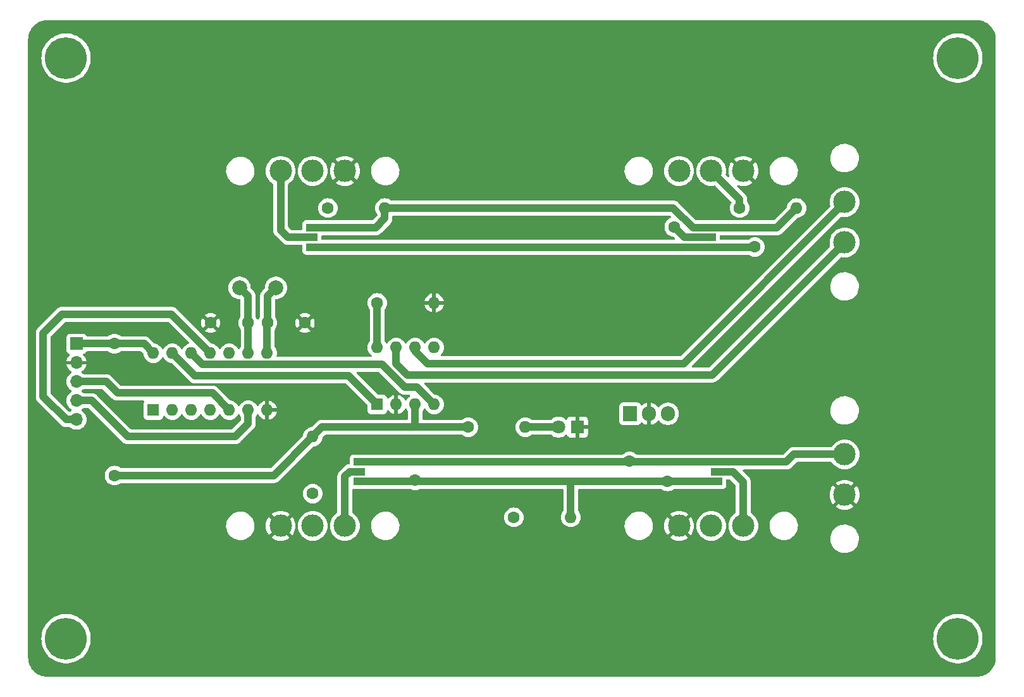
<source format=gbr>
%TF.GenerationSoftware,KiCad,Pcbnew,7.0.8*%
%TF.CreationDate,2023-11-27T18:53:24+00:00*%
%TF.ProjectId,CAN_PCB,43414e5f-5043-4422-9e6b-696361645f70,rev?*%
%TF.SameCoordinates,Original*%
%TF.FileFunction,Copper,L1,Top*%
%TF.FilePolarity,Positive*%
%FSLAX46Y46*%
G04 Gerber Fmt 4.6, Leading zero omitted, Abs format (unit mm)*
G04 Created by KiCad (PCBNEW 7.0.8) date 2023-11-27 18:53:24*
%MOMM*%
%LPD*%
G01*
G04 APERTURE LIST*
%TA.AperFunction,ComponentPad*%
%ADD10C,5.600000*%
%TD*%
%TA.AperFunction,ComponentPad*%
%ADD11C,1.600000*%
%TD*%
%TA.AperFunction,ComponentPad*%
%ADD12O,1.600000X1.600000*%
%TD*%
%TA.AperFunction,ComponentPad*%
%ADD13C,3.000000*%
%TD*%
%TA.AperFunction,ComponentPad*%
%ADD14R,1.700000X1.700000*%
%TD*%
%TA.AperFunction,ComponentPad*%
%ADD15O,1.700000X1.700000*%
%TD*%
%TA.AperFunction,ComponentPad*%
%ADD16R,1.600000X1.600000*%
%TD*%
%TA.AperFunction,SMDPad,CuDef*%
%ADD17R,1.500000X1.000000*%
%TD*%
%TA.AperFunction,ComponentPad*%
%ADD18R,1.905000X2.000000*%
%TD*%
%TA.AperFunction,ComponentPad*%
%ADD19C,4.000000*%
%TD*%
%TA.AperFunction,ComponentPad*%
%ADD20O,1.905000X2.000000*%
%TD*%
%TA.AperFunction,ComponentPad*%
%ADD21C,2.000000*%
%TD*%
%TA.AperFunction,ComponentPad*%
%ADD22R,1.800000X1.800000*%
%TD*%
%TA.AperFunction,ComponentPad*%
%ADD23C,1.800000*%
%TD*%
%TA.AperFunction,ViaPad*%
%ADD24C,1.600000*%
%TD*%
%TA.AperFunction,Conductor*%
%ADD25C,1.000000*%
%TD*%
G04 APERTURE END LIST*
D10*
%TO.P,,1*%
%TO.N,N/C*%
X97790000Y-48768000D03*
%TD*%
D11*
%TO.P,R10,1*%
%TO.N,/AN3*%
X187960000Y-68834000D03*
D12*
%TO.P,R10,2*%
%TO.N,+5V*%
X195580000Y-68834000D03*
%TD*%
D13*
%TO.P,J5,1,Pin_1*%
%TO.N,GND*%
X188450000Y-63876000D03*
%TO.P,J5,2,Pin_2*%
%TO.N,/AN3*%
X184150000Y-63876000D03*
%TO.P,J5,3,Pin_3*%
%TO.N,Net-(J5-Pin_3)*%
X179850000Y-63876000D03*
%TD*%
D14*
%TO.P,J2,1,Pin_1*%
%TO.N,+5V*%
X99192000Y-87005000D03*
D15*
%TO.P,J2,2,Pin_2*%
%TO.N,GND*%
X99192000Y-89545000D03*
%TO.P,J2,3,Pin_3*%
%TO.N,/DATA*%
X99192000Y-92085000D03*
%TO.P,J2,4,Pin_4*%
%TO.N,/CLK*%
X99192000Y-94625000D03*
%TO.P,J2,5,Pin_5*%
%TO.N,/VPP*%
X99192000Y-97165000D03*
%TD*%
D13*
%TO.P,J1,1,Pin_1*%
%TO.N,GND*%
X202012000Y-107221000D03*
%TO.P,J1,2,Pin_2*%
%TO.N,+12V*%
X202012000Y-101821000D03*
%TD*%
D16*
%TO.P,U2,1,TXD*%
%TO.N,/TXCAN*%
X139446000Y-95123000D03*
D12*
%TO.P,U2,2,VSS*%
%TO.N,GND*%
X141986000Y-95123000D03*
%TO.P,U2,3,VDD*%
%TO.N,+5V*%
X144526000Y-95123000D03*
%TO.P,U2,4,RXD*%
%TO.N,/RXCAN*%
X147066000Y-95123000D03*
%TO.P,U2,5,Vref*%
%TO.N,unconnected-(U2-Vref-Pad5)*%
X147066000Y-87503000D03*
%TO.P,U2,6,CANL*%
%TO.N,Net-(J4-Pin_2)*%
X144526000Y-87503000D03*
%TO.P,U2,7,CANH*%
%TO.N,Net-(J4-Pin_1)*%
X141986000Y-87503000D03*
%TO.P,U2,8,Rs*%
%TO.N,Net-(U2-Rs)*%
X139446000Y-87503000D03*
%TD*%
D11*
%TO.P,C1,1*%
%TO.N,Net-(U1-OSC1)*%
X124759000Y-84211000D03*
%TO.P,C1,2*%
%TO.N,GND*%
X129759000Y-84211000D03*
%TD*%
D17*
%TO.P,JP8,1,A*%
%TO.N,+5V*%
X184023000Y-71471000D03*
%TO.P,JP8,2,C*%
%TO.N,Net-(J5-Pin_3)*%
X184023000Y-72771000D03*
%TO.P,JP8,3,B*%
%TO.N,+12V*%
X184023000Y-74071000D03*
%TD*%
D13*
%TO.P,J15,1,Pin_1*%
%TO.N,GND*%
X179850000Y-111384000D03*
%TO.P,J15,2,Pin_2*%
%TO.N,/AN1*%
X184150000Y-111384000D03*
%TO.P,J15,3,Pin_3*%
%TO.N,Net-(J15-Pin_3)*%
X188450000Y-111384000D03*
%TD*%
D18*
%TO.P,U4,1,VI*%
%TO.N,+12V*%
X173288000Y-96379000D03*
D19*
%TO.P,U4,2,GND*%
%TO.N,GND*%
X175828000Y-79719000D03*
D20*
X175828000Y-96379000D03*
%TO.P,U4,3,VO*%
%TO.N,+5V*%
X178368000Y-96379000D03*
%TD*%
D17*
%TO.P,JP5,1,A*%
%TO.N,+5V*%
X130683000Y-71471000D03*
%TO.P,JP5,2,C*%
%TO.N,Net-(J16-Pin_3)*%
X130683000Y-72771000D03*
%TO.P,JP5,3,B*%
%TO.N,+12V*%
X130683000Y-74071000D03*
%TD*%
D10*
%TO.P,,1*%
%TO.N,N/C*%
X97790000Y-126492000D03*
%TD*%
D11*
%TO.P,R7,1*%
%TO.N,/AN2*%
X132842000Y-68834000D03*
D12*
%TO.P,R7,2*%
%TO.N,+5V*%
X140462000Y-68834000D03*
%TD*%
D21*
%TO.P,Y1,1,1*%
%TO.N,Net-(U1-OSC1)*%
X125889000Y-79512000D03*
%TO.P,Y1,2,2*%
%TO.N,Net-(U1-OSC2)*%
X121009000Y-79512000D03*
%TD*%
D13*
%TO.P,J4,1,Pin_1*%
%TO.N,Net-(J4-Pin_1)*%
X202012000Y-73439000D03*
%TO.P,J4,2,Pin_2*%
%TO.N,Net-(J4-Pin_2)*%
X202012000Y-68039000D03*
%TD*%
D17*
%TO.P,JP4,1,A*%
%TO.N,+5V*%
X184912000Y-105440000D03*
%TO.P,JP4,2,C*%
%TO.N,Net-(J15-Pin_3)*%
X184912000Y-104140000D03*
%TO.P,JP4,3,B*%
%TO.N,+12V*%
X184912000Y-102840000D03*
%TD*%
D11*
%TO.P,R1,1*%
%TO.N,Net-(U2-Rs)*%
X139446000Y-81534000D03*
D12*
%TO.P,R1,2*%
%TO.N,GND*%
X147066000Y-81534000D03*
%TD*%
D13*
%TO.P,J12,1,Pin_1*%
%TO.N,GND*%
X126510000Y-111384000D03*
%TO.P,J12,2,Pin_2*%
%TO.N,/AN0*%
X130810000Y-111384000D03*
%TO.P,J12,3,Pin_3*%
%TO.N,Net-(J12-Pin_3)*%
X135110000Y-111384000D03*
%TD*%
D10*
%TO.P,,1*%
%TO.N,N/C*%
X217170000Y-48768000D03*
%TD*%
D22*
%TO.P,D1,1,K*%
%TO.N,GND*%
X166248000Y-98171000D03*
D23*
%TO.P,D1,2,A*%
%TO.N,/PWR LED*%
X163708000Y-98171000D03*
%TD*%
D11*
%TO.P,R3,1*%
%TO.N,/AN0*%
X130810000Y-107061000D03*
D12*
%TO.P,R3,2*%
%TO.N,+5V*%
X130810000Y-99441000D03*
%TD*%
D11*
%TO.P,R6,1*%
%TO.N,/AN1*%
X157734000Y-110236000D03*
D12*
%TO.P,R6,2*%
%TO.N,+5V*%
X165354000Y-110236000D03*
%TD*%
D11*
%TO.P,R2,1*%
%TO.N,+5V*%
X151638000Y-98171000D03*
D12*
%TO.P,R2,2*%
%TO.N,/PWR LED*%
X159258000Y-98171000D03*
%TD*%
D11*
%TO.P,C2,1*%
%TO.N,Net-(U1-OSC2)*%
X122139000Y-84211000D03*
%TO.P,C2,2*%
%TO.N,GND*%
X117139000Y-84211000D03*
%TD*%
D10*
%TO.P,,1*%
%TO.N,N/C*%
X217170000Y-126492000D03*
%TD*%
D13*
%TO.P,J16,1,Pin_1*%
%TO.N,GND*%
X135110000Y-63876000D03*
%TO.P,J16,2,Pin_2*%
%TO.N,/AN2*%
X130810000Y-63876000D03*
%TO.P,J16,3,Pin_3*%
%TO.N,Net-(J16-Pin_3)*%
X126510000Y-63876000D03*
%TD*%
D17*
%TO.P,JP1,1,A*%
%TO.N,+5V*%
X137033000Y-105440000D03*
%TO.P,JP1,2,C*%
%TO.N,Net-(J12-Pin_3)*%
X137033000Y-104140000D03*
%TO.P,JP1,3,B*%
%TO.N,+12V*%
X137033000Y-102840000D03*
%TD*%
D16*
%TO.P,U1,1,GP0*%
%TO.N,/AN0*%
X109474000Y-95885000D03*
D12*
%TO.P,U1,2,GP1*%
%TO.N,/AN1*%
X112014000Y-95885000D03*
%TO.P,U1,3,GP2*%
%TO.N,/AN2*%
X114554000Y-95885000D03*
%TO.P,U1,4,GP3*%
%TO.N,/AN3*%
X117094000Y-95885000D03*
%TO.P,U1,5,GP4*%
%TO.N,/DATA*%
X119634000Y-95885000D03*
%TO.P,U1,6,GP5*%
%TO.N,/CLK*%
X122174000Y-95885000D03*
%TO.P,U1,7,VSS*%
%TO.N,GND*%
X124714000Y-95885000D03*
%TO.P,U1,8,OSC1*%
%TO.N,Net-(U1-OSC1)*%
X124714000Y-88265000D03*
%TO.P,U1,9,OSC2*%
%TO.N,Net-(U1-OSC2)*%
X122174000Y-88265000D03*
%TO.P,U1,10,GP6*%
%TO.N,unconnected-(U1-GP6-Pad10)*%
X119634000Y-88265000D03*
%TO.P,U1,11,GP7*%
%TO.N,/VPP*%
X117094000Y-88265000D03*
%TO.P,U1,12,RXCAN*%
%TO.N,/RXCAN*%
X114554000Y-88265000D03*
%TO.P,U1,13,TXCAN*%
%TO.N,/TXCAN*%
X112014000Y-88265000D03*
%TO.P,U1,14,VDD*%
%TO.N,+5V*%
X109474000Y-88265000D03*
%TD*%
D24*
%TO.N,Net-(J5-Pin_3)*%
X179197000Y-71374000D03*
%TO.N,GND*%
X110236000Y-101854000D03*
X203835000Y-123444000D03*
X96647000Y-93218000D03*
X106807000Y-97536000D03*
X156464000Y-116967000D03*
X152527000Y-52197000D03*
X111252000Y-91313000D03*
X159512000Y-83185000D03*
X206502000Y-54737000D03*
X191135000Y-96901000D03*
X166497000Y-71882000D03*
X140081000Y-92837000D03*
X153543000Y-71374000D03*
X104902000Y-71755000D03*
X105156000Y-121285000D03*
%TO.N,+5V*%
X144526000Y-105283000D03*
X104267000Y-104648000D03*
X104267000Y-86995000D03*
X178308000Y-105440000D03*
%TO.N,+12V*%
X173228000Y-102743000D03*
X189992000Y-74041000D03*
%TD*%
D25*
%TO.N,Net-(U2-Rs)*%
X139446000Y-87503000D02*
X139446000Y-81534000D01*
%TO.N,Net-(U1-OSC2)*%
X122139000Y-80642000D02*
X121009000Y-79512000D01*
X121009000Y-79512000D02*
X121390000Y-79512000D01*
X122139000Y-84211000D02*
X122139000Y-80642000D01*
X122174000Y-84246000D02*
X122139000Y-84211000D01*
X122174000Y-88265000D02*
X122174000Y-84246000D01*
%TO.N,Net-(U1-OSC1)*%
X124714000Y-88265000D02*
X124714000Y-84256000D01*
X125889000Y-79512000D02*
X126270000Y-79512000D01*
X124759000Y-84211000D02*
X124759000Y-80642000D01*
X124714000Y-84256000D02*
X124759000Y-84211000D01*
X124759000Y-80642000D02*
X125889000Y-79512000D01*
%TO.N,Net-(J5-Pin_3)*%
X180594000Y-72771000D02*
X179197000Y-71374000D01*
X184023000Y-72771000D02*
X180594000Y-72771000D01*
%TO.N,Net-(J4-Pin_2)*%
X144526000Y-87503000D02*
X144526000Y-88011000D01*
X146177000Y-89662000D02*
X180467000Y-89662000D01*
X180467000Y-89662000D02*
X202090000Y-68039000D01*
X144526000Y-88011000D02*
X146177000Y-89662000D01*
%TO.N,Net-(J4-Pin_1)*%
X141986000Y-87503000D02*
X141986000Y-89662000D01*
X143510000Y-91186000D02*
X184277000Y-91186000D01*
X141986000Y-89662000D02*
X143510000Y-91186000D01*
X184277000Y-91186000D02*
X202024000Y-73439000D01*
%TO.N,Net-(J16-Pin_3)*%
X126510000Y-63495000D02*
X126510000Y-71773000D01*
X130683000Y-72771000D02*
X127508000Y-72771000D01*
X127508000Y-72771000D02*
X126510000Y-71773000D01*
%TO.N,Net-(J15-Pin_3)*%
X187071000Y-104140000D02*
X188450000Y-105519000D01*
X188450000Y-105519000D02*
X188450000Y-111765000D01*
X184912000Y-104140000D02*
X187071000Y-104140000D01*
%TO.N,Net-(J12-Pin_3)*%
X135110000Y-104775000D02*
X135110000Y-111765000D01*
X135745000Y-104140000D02*
X135110000Y-104775000D01*
X137033000Y-104140000D02*
X135745000Y-104140000D01*
%TO.N,/TXCAN*%
X135636000Y-91313000D02*
X139446000Y-95123000D01*
X112014000Y-88265000D02*
X115062000Y-91313000D01*
X115062000Y-91313000D02*
X135636000Y-91313000D01*
%TO.N,/RXCAN*%
X116054000Y-89765000D02*
X140057000Y-89765000D01*
X143129000Y-92837000D02*
X144780000Y-92837000D01*
X140057000Y-89765000D02*
X143129000Y-92837000D01*
X114554000Y-88265000D02*
X116054000Y-89765000D01*
X144780000Y-92837000D02*
X147066000Y-95123000D01*
%TO.N,/PWR LED*%
X163708000Y-98044000D02*
X163581000Y-98171000D01*
X163581000Y-98171000D02*
X159258000Y-98171000D01*
%TO.N,/DATA*%
X104653000Y-93609000D02*
X117358000Y-93609000D01*
X103129000Y-92085000D02*
X104653000Y-93609000D01*
X117358000Y-93609000D02*
X119634000Y-95885000D01*
X99192000Y-92085000D02*
X103129000Y-92085000D01*
X119629000Y-95885000D02*
X119634000Y-95885000D01*
%TO.N,/CLK*%
X101224000Y-94625000D02*
X106050000Y-99451000D01*
X106050000Y-99451000D02*
X120401000Y-99451000D01*
X99192000Y-94625000D02*
X101224000Y-94625000D01*
X122174000Y-97678000D02*
X122174000Y-95885000D01*
X120401000Y-99451000D02*
X122174000Y-97678000D01*
%TO.N,/AN3*%
X184150000Y-63495000D02*
X184150000Y-63876000D01*
X184150000Y-63876000D02*
X187960000Y-67686000D01*
X187960000Y-67686000D02*
X187960000Y-68834000D01*
%TO.N,+5V*%
X144369000Y-105440000D02*
X137033000Y-105440000D01*
X144683000Y-105440000D02*
X144526000Y-105283000D01*
X192913000Y-71501000D02*
X192883000Y-71471000D01*
X139214000Y-71479000D02*
X130929000Y-71479000D01*
X104257000Y-87005000D02*
X104267000Y-86995000D01*
X144526000Y-95123000D02*
X144526000Y-97663000D01*
X178308000Y-105440000D02*
X173258000Y-105440000D01*
X179070000Y-68834000D02*
X181707000Y-71471000D01*
X173228000Y-105410000D02*
X173198000Y-105440000D01*
X140462000Y-68834000D02*
X179070000Y-68834000D01*
X173198000Y-105440000D02*
X165227000Y-105440000D01*
X104267000Y-86995000D02*
X104277000Y-87005000D01*
X165354000Y-110236000D02*
X165354000Y-105567000D01*
X104267000Y-104648000D02*
X125603000Y-104648000D01*
X173258000Y-105440000D02*
X173228000Y-105410000D01*
X140462000Y-70231000D02*
X139214000Y-71479000D01*
X99192000Y-87005000D02*
X104257000Y-87005000D01*
X144018000Y-98171000D02*
X132080000Y-98171000D01*
X151638000Y-98171000D02*
X144018000Y-98171000D01*
X108214000Y-87005000D02*
X109474000Y-88265000D01*
X192883000Y-71471000D02*
X184023000Y-71471000D01*
X181707000Y-71471000D02*
X184023000Y-71471000D01*
X178308000Y-105440000D02*
X184785000Y-105440000D01*
X125603000Y-104648000D02*
X130810000Y-99441000D01*
X140462000Y-68834000D02*
X140462000Y-70231000D01*
X104277000Y-87005000D02*
X108214000Y-87005000D01*
X144526000Y-105283000D02*
X144369000Y-105440000D01*
X165354000Y-105567000D02*
X165227000Y-105440000D01*
X192913000Y-71501000D02*
X195580000Y-68834000D01*
X132080000Y-98171000D02*
X130810000Y-99441000D01*
X165227000Y-105440000D02*
X144683000Y-105440000D01*
%TO.N,+12V*%
X130683000Y-74071000D02*
X189962000Y-74071000D01*
X189962000Y-74071000D02*
X189992000Y-74041000D01*
X173131000Y-102840000D02*
X137033000Y-102840000D01*
X195232000Y-101821000D02*
X202012000Y-101821000D01*
X173228000Y-102743000D02*
X173325000Y-102840000D01*
X173228000Y-102743000D02*
X173131000Y-102840000D01*
X194213000Y-102840000D02*
X195232000Y-101821000D01*
X190022000Y-74071000D02*
X190119000Y-74071000D01*
X189992000Y-74041000D02*
X190022000Y-74071000D01*
X184912000Y-102840000D02*
X194213000Y-102840000D01*
X173325000Y-102840000D02*
X184912000Y-102840000D01*
%TO.N,/VPP*%
X94742000Y-94112000D02*
X97795000Y-97165000D01*
X94742000Y-85598000D02*
X94742000Y-94112000D01*
X117094000Y-88265000D02*
X111887000Y-83058000D01*
X111887000Y-83058000D02*
X97282000Y-83058000D01*
X97282000Y-83058000D02*
X94742000Y-85598000D01*
X97795000Y-97165000D02*
X99192000Y-97165000D01*
%TD*%
%TA.AperFunction,Conductor*%
%TO.N,GND*%
G36*
X102730256Y-93105185D02*
G01*
X102750898Y-93121819D01*
X103936566Y-94307487D01*
X103997941Y-94372053D01*
X103997944Y-94372055D01*
X103997945Y-94372056D01*
X104048295Y-94407101D01*
X104052047Y-94409929D01*
X104099592Y-94448697D01*
X104099595Y-94448698D01*
X104099597Y-94448700D01*
X104130039Y-94464601D01*
X104136753Y-94468668D01*
X104164947Y-94488292D01*
X104164953Y-94488296D01*
X104221331Y-94512490D01*
X104225569Y-94514502D01*
X104279951Y-94542909D01*
X104312973Y-94552356D01*
X104320365Y-94554989D01*
X104351940Y-94568539D01*
X104351941Y-94568540D01*
X104365054Y-94571234D01*
X104412055Y-94580892D01*
X104416595Y-94582006D01*
X104475582Y-94598886D01*
X104509841Y-94601494D01*
X104517609Y-94602585D01*
X104551255Y-94609500D01*
X104551259Y-94609500D01*
X104612601Y-94609500D01*
X104617308Y-94609678D01*
X104653651Y-94612446D01*
X104678475Y-94614337D01*
X104678475Y-94614336D01*
X104678476Y-94614337D01*
X104712559Y-94609996D01*
X104720389Y-94609500D01*
X108157032Y-94609500D01*
X108224071Y-94629185D01*
X108269826Y-94681989D01*
X108279770Y-94751147D01*
X108256298Y-94807811D01*
X108230206Y-94842664D01*
X108230202Y-94842671D01*
X108179908Y-94977517D01*
X108173501Y-95037116D01*
X108173500Y-95037135D01*
X108173500Y-96732870D01*
X108173501Y-96732876D01*
X108179908Y-96792483D01*
X108230202Y-96927328D01*
X108230206Y-96927335D01*
X108316452Y-97042544D01*
X108316455Y-97042547D01*
X108431664Y-97128793D01*
X108431671Y-97128797D01*
X108566517Y-97179091D01*
X108566516Y-97179091D01*
X108570135Y-97179480D01*
X108626127Y-97185500D01*
X110321872Y-97185499D01*
X110381483Y-97179091D01*
X110516331Y-97128796D01*
X110631546Y-97042546D01*
X110717796Y-96927331D01*
X110768091Y-96792483D01*
X110771862Y-96757401D01*
X110798599Y-96692855D01*
X110855990Y-96653006D01*
X110925816Y-96650511D01*
X110985905Y-96686163D01*
X110996726Y-96699536D01*
X111013956Y-96724143D01*
X111174858Y-96885045D01*
X111179377Y-96888209D01*
X111361266Y-97015568D01*
X111567504Y-97111739D01*
X111567509Y-97111740D01*
X111567511Y-97111741D01*
X111620415Y-97125916D01*
X111787308Y-97170635D01*
X111949230Y-97184801D01*
X112013998Y-97190468D01*
X112014000Y-97190468D01*
X112014002Y-97190468D01*
X112070807Y-97185498D01*
X112240692Y-97170635D01*
X112460496Y-97111739D01*
X112666734Y-97015568D01*
X112853139Y-96885047D01*
X113014047Y-96724139D01*
X113144568Y-96537734D01*
X113171618Y-96479724D01*
X113217790Y-96427285D01*
X113284983Y-96408133D01*
X113351865Y-96428348D01*
X113396382Y-96479725D01*
X113423429Y-96537728D01*
X113423432Y-96537734D01*
X113553954Y-96724141D01*
X113714858Y-96885045D01*
X113719377Y-96888209D01*
X113901266Y-97015568D01*
X114107504Y-97111739D01*
X114107509Y-97111740D01*
X114107511Y-97111741D01*
X114160415Y-97125916D01*
X114327308Y-97170635D01*
X114489230Y-97184801D01*
X114553998Y-97190468D01*
X114554000Y-97190468D01*
X114554002Y-97190468D01*
X114610807Y-97185498D01*
X114780692Y-97170635D01*
X115000496Y-97111739D01*
X115206734Y-97015568D01*
X115393139Y-96885047D01*
X115554047Y-96724139D01*
X115684568Y-96537734D01*
X115711618Y-96479724D01*
X115757790Y-96427285D01*
X115824983Y-96408133D01*
X115891865Y-96428348D01*
X115936382Y-96479725D01*
X115963429Y-96537728D01*
X115963432Y-96537734D01*
X116093954Y-96724141D01*
X116254858Y-96885045D01*
X116259377Y-96888209D01*
X116441266Y-97015568D01*
X116647504Y-97111739D01*
X116647509Y-97111740D01*
X116647511Y-97111741D01*
X116700415Y-97125916D01*
X116867308Y-97170635D01*
X117029230Y-97184801D01*
X117093998Y-97190468D01*
X117094000Y-97190468D01*
X117094002Y-97190468D01*
X117150807Y-97185498D01*
X117320692Y-97170635D01*
X117540496Y-97111739D01*
X117746734Y-97015568D01*
X117933139Y-96885047D01*
X118094047Y-96724139D01*
X118224568Y-96537734D01*
X118251618Y-96479724D01*
X118297790Y-96427285D01*
X118364983Y-96408133D01*
X118431865Y-96428348D01*
X118476382Y-96479725D01*
X118503429Y-96537728D01*
X118503432Y-96537734D01*
X118633954Y-96724141D01*
X118794858Y-96885045D01*
X118799377Y-96888209D01*
X118981266Y-97015568D01*
X119187504Y-97111739D01*
X119187509Y-97111740D01*
X119187511Y-97111741D01*
X119240415Y-97125916D01*
X119407308Y-97170635D01*
X119569230Y-97184801D01*
X119633998Y-97190468D01*
X119634000Y-97190468D01*
X119634002Y-97190468D01*
X119690807Y-97185498D01*
X119860692Y-97170635D01*
X120080496Y-97111739D01*
X120286734Y-97015568D01*
X120473139Y-96885047D01*
X120634047Y-96724139D01*
X120764568Y-96537734D01*
X120791618Y-96479724D01*
X120837790Y-96427285D01*
X120904983Y-96408133D01*
X120971865Y-96428348D01*
X121016381Y-96479724D01*
X121043432Y-96537734D01*
X121147362Y-96686163D01*
X121151075Y-96691465D01*
X121173402Y-96757671D01*
X121173500Y-96762588D01*
X121173500Y-97212218D01*
X121153815Y-97279257D01*
X121137181Y-97299899D01*
X120022899Y-98414181D01*
X119961576Y-98447666D01*
X119935218Y-98450500D01*
X106515782Y-98450500D01*
X106448743Y-98430815D01*
X106428101Y-98414181D01*
X101940452Y-93926532D01*
X101879061Y-93861949D01*
X101879060Y-93861948D01*
X101879059Y-93861947D01*
X101843935Y-93837500D01*
X101828709Y-93826902D01*
X101824946Y-93824064D01*
X101777413Y-93785305D01*
X101777406Y-93785300D01*
X101746959Y-93769397D01*
X101740251Y-93765334D01*
X101712049Y-93745705D01*
X101712046Y-93745703D01*
X101712045Y-93745703D01*
X101712041Y-93745701D01*
X101655680Y-93721514D01*
X101651424Y-93719493D01*
X101597057Y-93691094D01*
X101597050Y-93691091D01*
X101597049Y-93691091D01*
X101591008Y-93689362D01*
X101564030Y-93681642D01*
X101556630Y-93679008D01*
X101525057Y-93665459D01*
X101525058Y-93665459D01*
X101464966Y-93653109D01*
X101460391Y-93651986D01*
X101401420Y-93635113D01*
X101401425Y-93635113D01*
X101367158Y-93632503D01*
X101359380Y-93631412D01*
X101325742Y-93624500D01*
X101325741Y-93624500D01*
X101264402Y-93624500D01*
X101259695Y-93624321D01*
X101254121Y-93623896D01*
X101198524Y-93619662D01*
X101178589Y-93622201D01*
X101164440Y-93624003D01*
X101156611Y-93624500D01*
X100152758Y-93624500D01*
X100085719Y-93604815D01*
X100065077Y-93588181D01*
X100063402Y-93586506D01*
X100063396Y-93586501D01*
X99877842Y-93456575D01*
X99834217Y-93401998D01*
X99827023Y-93332500D01*
X99858546Y-93270145D01*
X99877842Y-93253425D01*
X99900026Y-93237891D01*
X100063401Y-93123495D01*
X100065077Y-93121819D01*
X100065995Y-93121317D01*
X100067544Y-93120018D01*
X100067805Y-93120329D01*
X100126400Y-93088334D01*
X100152758Y-93085500D01*
X102663217Y-93085500D01*
X102730256Y-93105185D01*
G37*
%TD.AperFunction*%
%TA.AperFunction,Conductor*%
G36*
X111488256Y-84078185D02*
G01*
X111508898Y-84094819D01*
X114227599Y-86813520D01*
X114261084Y-86874843D01*
X114256100Y-86944535D01*
X114214228Y-87000468D01*
X114172012Y-87020976D01*
X114107508Y-87038259D01*
X114107502Y-87038261D01*
X113901267Y-87134431D01*
X113901265Y-87134432D01*
X113714858Y-87264954D01*
X113553954Y-87425858D01*
X113423432Y-87612265D01*
X113423431Y-87612267D01*
X113396382Y-87670275D01*
X113350209Y-87722714D01*
X113283016Y-87741866D01*
X113216135Y-87721650D01*
X113171618Y-87670275D01*
X113144568Y-87612267D01*
X113144567Y-87612265D01*
X113068060Y-87503001D01*
X113014047Y-87425861D01*
X113014045Y-87425858D01*
X112853141Y-87264954D01*
X112666734Y-87134432D01*
X112666732Y-87134431D01*
X112460497Y-87038261D01*
X112460488Y-87038258D01*
X112240697Y-86979366D01*
X112240693Y-86979365D01*
X112240692Y-86979365D01*
X112240691Y-86979364D01*
X112240686Y-86979364D01*
X112014002Y-86959532D01*
X112013998Y-86959532D01*
X111787313Y-86979364D01*
X111787302Y-86979366D01*
X111567511Y-87038258D01*
X111567502Y-87038261D01*
X111361267Y-87134431D01*
X111361265Y-87134432D01*
X111174858Y-87264954D01*
X111013954Y-87425858D01*
X110883432Y-87612265D01*
X110883431Y-87612267D01*
X110856382Y-87670275D01*
X110810209Y-87722714D01*
X110743016Y-87741866D01*
X110676135Y-87721650D01*
X110631618Y-87670275D01*
X110604568Y-87612267D01*
X110604567Y-87612265D01*
X110528060Y-87503001D01*
X110474047Y-87425861D01*
X110474045Y-87425858D01*
X110313141Y-87264954D01*
X110126734Y-87134432D01*
X110126732Y-87134431D01*
X109920497Y-87038261D01*
X109920488Y-87038258D01*
X109700697Y-86979366D01*
X109700688Y-86979364D01*
X109638903Y-86973958D01*
X109573835Y-86948504D01*
X109562032Y-86938111D01*
X108930451Y-86306531D01*
X108869061Y-86241949D01*
X108869060Y-86241948D01*
X108869059Y-86241947D01*
X108841204Y-86222559D01*
X108818709Y-86206902D01*
X108814946Y-86204064D01*
X108767413Y-86165305D01*
X108767406Y-86165300D01*
X108736959Y-86149397D01*
X108730251Y-86145334D01*
X108702049Y-86125705D01*
X108702046Y-86125703D01*
X108702045Y-86125703D01*
X108702041Y-86125701D01*
X108645680Y-86101514D01*
X108641424Y-86099493D01*
X108587057Y-86071094D01*
X108587050Y-86071091D01*
X108587049Y-86071091D01*
X108581008Y-86069362D01*
X108554030Y-86061642D01*
X108546630Y-86059008D01*
X108515057Y-86045459D01*
X108515058Y-86045459D01*
X108454966Y-86033109D01*
X108450391Y-86031986D01*
X108391420Y-86015113D01*
X108391425Y-86015113D01*
X108357158Y-86012503D01*
X108349380Y-86011412D01*
X108315742Y-86004500D01*
X108315741Y-86004500D01*
X108254402Y-86004500D01*
X108249695Y-86004321D01*
X108244121Y-86003896D01*
X108188524Y-85999662D01*
X108168589Y-86002201D01*
X108154440Y-86004003D01*
X108146611Y-86004500D01*
X105158871Y-86004500D01*
X105091832Y-85984815D01*
X105087748Y-85982075D01*
X104919734Y-85864432D01*
X104919732Y-85864431D01*
X104713497Y-85768261D01*
X104713488Y-85768258D01*
X104493697Y-85709366D01*
X104493693Y-85709365D01*
X104493692Y-85709365D01*
X104493691Y-85709364D01*
X104493686Y-85709364D01*
X104267002Y-85689532D01*
X104266998Y-85689532D01*
X104040313Y-85709364D01*
X104040302Y-85709366D01*
X103820511Y-85768258D01*
X103820502Y-85768261D01*
X103614267Y-85864431D01*
X103614265Y-85864432D01*
X103446252Y-85982075D01*
X103380045Y-86004402D01*
X103375129Y-86004500D01*
X100606141Y-86004500D01*
X100539102Y-85984815D01*
X100493347Y-85932011D01*
X100489969Y-85923859D01*
X100485796Y-85912669D01*
X100485793Y-85912665D01*
X100485793Y-85912664D01*
X100399547Y-85797455D01*
X100399544Y-85797452D01*
X100284335Y-85711206D01*
X100284328Y-85711202D01*
X100149482Y-85660908D01*
X100149483Y-85660908D01*
X100089883Y-85654501D01*
X100089881Y-85654500D01*
X100089873Y-85654500D01*
X100089864Y-85654500D01*
X98294129Y-85654500D01*
X98294123Y-85654501D01*
X98234516Y-85660908D01*
X98099671Y-85711202D01*
X98099664Y-85711206D01*
X97984455Y-85797452D01*
X97984452Y-85797455D01*
X97898206Y-85912664D01*
X97898202Y-85912671D01*
X97847908Y-86047517D01*
X97841501Y-86107116D01*
X97841500Y-86107135D01*
X97841500Y-87902870D01*
X97841501Y-87902876D01*
X97847908Y-87962483D01*
X97898202Y-88097328D01*
X97898206Y-88097335D01*
X97984452Y-88212544D01*
X97984455Y-88212547D01*
X98099664Y-88298793D01*
X98099671Y-88298797D01*
X98128274Y-88309465D01*
X98231598Y-88348002D01*
X98287531Y-88389873D01*
X98311949Y-88455337D01*
X98297098Y-88523610D01*
X98275947Y-88551865D01*
X98153886Y-88673926D01*
X98018400Y-88867420D01*
X98018399Y-88867422D01*
X97918570Y-89081507D01*
X97918567Y-89081513D01*
X97861364Y-89294999D01*
X97861364Y-89295000D01*
X98758314Y-89295000D01*
X98732507Y-89335156D01*
X98692000Y-89473111D01*
X98692000Y-89616889D01*
X98732507Y-89754844D01*
X98758314Y-89795000D01*
X97861364Y-89795000D01*
X97918567Y-90008486D01*
X97918570Y-90008492D01*
X98018399Y-90222578D01*
X98153894Y-90416082D01*
X98320917Y-90583105D01*
X98506595Y-90713119D01*
X98550219Y-90767696D01*
X98557412Y-90837195D01*
X98525890Y-90899549D01*
X98506595Y-90916269D01*
X98320594Y-91046508D01*
X98153505Y-91213597D01*
X98017965Y-91407169D01*
X98017964Y-91407171D01*
X97918098Y-91621335D01*
X97918094Y-91621344D01*
X97856938Y-91849586D01*
X97856936Y-91849596D01*
X97836341Y-92084999D01*
X97836341Y-92085000D01*
X97856936Y-92320403D01*
X97856938Y-92320413D01*
X97918094Y-92548655D01*
X97918096Y-92548659D01*
X97918097Y-92548663D01*
X97977051Y-92675090D01*
X98017965Y-92762830D01*
X98017967Y-92762834D01*
X98153501Y-92956395D01*
X98153506Y-92956402D01*
X98320597Y-93123493D01*
X98320603Y-93123498D01*
X98506158Y-93253425D01*
X98549783Y-93308002D01*
X98556977Y-93377500D01*
X98525454Y-93439855D01*
X98506158Y-93456575D01*
X98320597Y-93586505D01*
X98153505Y-93753597D01*
X98017965Y-93947169D01*
X98017964Y-93947171D01*
X97918098Y-94161335D01*
X97918094Y-94161344D01*
X97856938Y-94389586D01*
X97856936Y-94389596D01*
X97836341Y-94624999D01*
X97836341Y-94625000D01*
X97856936Y-94860403D01*
X97856938Y-94860413D01*
X97918094Y-95088655D01*
X97918096Y-95088659D01*
X97918097Y-95088663D01*
X98012386Y-95290865D01*
X98017965Y-95302830D01*
X98017967Y-95302834D01*
X98153501Y-95496395D01*
X98153506Y-95496402D01*
X98320597Y-95663493D01*
X98320603Y-95663498D01*
X98506158Y-95793425D01*
X98549783Y-95848002D01*
X98556977Y-95917500D01*
X98525454Y-95979855D01*
X98506158Y-95996575D01*
X98318091Y-96128260D01*
X98251885Y-96150587D01*
X98184118Y-96133577D01*
X98159287Y-96114366D01*
X95778819Y-93733898D01*
X95745334Y-93672575D01*
X95742500Y-93646217D01*
X95742500Y-86063783D01*
X95762185Y-85996744D01*
X95778819Y-85976102D01*
X97660102Y-84094819D01*
X97721425Y-84061334D01*
X97747783Y-84058500D01*
X111421217Y-84058500D01*
X111488256Y-84078185D01*
G37*
%TD.AperFunction*%
%TA.AperFunction,Conductor*%
G36*
X139658256Y-90785185D02*
G01*
X139678898Y-90801819D01*
X141047504Y-92170424D01*
X142412547Y-93535467D01*
X142473941Y-93600053D01*
X142473944Y-93600055D01*
X142473947Y-93600058D01*
X142502114Y-93619662D01*
X142524303Y-93635106D01*
X142528044Y-93637926D01*
X142575593Y-93676698D01*
X142606045Y-93692604D01*
X142612758Y-93696672D01*
X142640951Y-93716295D01*
X142697329Y-93740489D01*
X142701578Y-93742507D01*
X142755951Y-93770909D01*
X142783489Y-93778788D01*
X142788974Y-93780358D01*
X142796368Y-93782990D01*
X142827942Y-93796540D01*
X142827945Y-93796540D01*
X142827946Y-93796541D01*
X142888022Y-93808887D01*
X142892600Y-93810010D01*
X142906501Y-93813987D01*
X142951582Y-93826887D01*
X142985839Y-93829495D01*
X142993614Y-93830586D01*
X143027255Y-93837500D01*
X143027259Y-93837500D01*
X143088598Y-93837500D01*
X143093304Y-93837678D01*
X143128062Y-93840325D01*
X143154475Y-93842337D01*
X143154475Y-93842336D01*
X143154476Y-93842337D01*
X143188559Y-93837996D01*
X143196389Y-93837500D01*
X143701253Y-93837500D01*
X143768292Y-93857185D01*
X143814047Y-93909989D01*
X143823991Y-93979147D01*
X143794966Y-94042703D01*
X143772376Y-94063075D01*
X143686858Y-94122954D01*
X143525954Y-94283858D01*
X143396547Y-94468673D01*
X143395432Y-94470266D01*
X143375743Y-94512490D01*
X143368106Y-94528867D01*
X143321933Y-94581306D01*
X143254739Y-94600457D01*
X143187858Y-94580241D01*
X143143342Y-94528865D01*
X143116135Y-94470520D01*
X143116134Y-94470518D01*
X142985657Y-94284179D01*
X142824820Y-94123342D01*
X142638482Y-93992865D01*
X142432328Y-93896734D01*
X142236000Y-93844127D01*
X142236000Y-94807314D01*
X142224045Y-94795359D01*
X142111148Y-94737835D01*
X142017481Y-94723000D01*
X141954519Y-94723000D01*
X141860852Y-94737835D01*
X141747955Y-94795359D01*
X141736000Y-94807314D01*
X141736000Y-93844127D01*
X141539671Y-93896734D01*
X141333517Y-93992865D01*
X141147179Y-94123342D01*
X140986339Y-94284182D01*
X140968806Y-94309222D01*
X140914229Y-94352845D01*
X140844730Y-94360037D01*
X140782376Y-94328513D01*
X140746963Y-94268283D01*
X140743943Y-94251349D01*
X140740091Y-94215516D01*
X140689797Y-94080671D01*
X140689793Y-94080664D01*
X140603547Y-93965455D01*
X140603544Y-93965452D01*
X140488335Y-93879206D01*
X140488328Y-93879202D01*
X140353482Y-93828908D01*
X140353483Y-93828908D01*
X140293883Y-93822501D01*
X140293881Y-93822500D01*
X140293873Y-93822500D01*
X140293865Y-93822500D01*
X139611782Y-93822500D01*
X139544743Y-93802815D01*
X139524101Y-93786181D01*
X136715101Y-90977181D01*
X136681616Y-90915858D01*
X136686600Y-90846166D01*
X136728472Y-90790233D01*
X136793936Y-90765816D01*
X136802782Y-90765500D01*
X139591217Y-90765500D01*
X139658256Y-90785185D01*
G37*
%TD.AperFunction*%
%TA.AperFunction,Conductor*%
G36*
X178671256Y-69854185D02*
G01*
X178691898Y-69870819D01*
X178773843Y-69952764D01*
X178807328Y-70014087D01*
X178802344Y-70083779D01*
X178760472Y-70139712D01*
X178738567Y-70152827D01*
X178544267Y-70243431D01*
X178544265Y-70243432D01*
X178357858Y-70373954D01*
X178196954Y-70534858D01*
X178066432Y-70721265D01*
X178066431Y-70721267D01*
X177970261Y-70927502D01*
X177970258Y-70927511D01*
X177911366Y-71147302D01*
X177911364Y-71147313D01*
X177891532Y-71373998D01*
X177891532Y-71374001D01*
X177911364Y-71600686D01*
X177911366Y-71600697D01*
X177970258Y-71820488D01*
X177970261Y-71820497D01*
X178066431Y-72026732D01*
X178066432Y-72026734D01*
X178196954Y-72213141D01*
X178357858Y-72374045D01*
X178372901Y-72384578D01*
X178544266Y-72504568D01*
X178750504Y-72600739D01*
X178750509Y-72600740D01*
X178750511Y-72600741D01*
X178835793Y-72623592D01*
X178970308Y-72659635D01*
X179032091Y-72665039D01*
X179097158Y-72690490D01*
X179108965Y-72700886D01*
X179266898Y-72858819D01*
X179300383Y-72920142D01*
X179295399Y-72989834D01*
X179253527Y-73045767D01*
X179188063Y-73070184D01*
X179179217Y-73070500D01*
X132057500Y-73070500D01*
X131990461Y-73050815D01*
X131944706Y-72998011D01*
X131933500Y-72946500D01*
X131933499Y-72603500D01*
X131953183Y-72536461D01*
X132005987Y-72490706D01*
X132057499Y-72479500D01*
X139201284Y-72479500D01*
X139290358Y-72481757D01*
X139290358Y-72481756D01*
X139290363Y-72481757D01*
X139350753Y-72470932D01*
X139355412Y-72470280D01*
X139397607Y-72465988D01*
X139416438Y-72464074D01*
X139449227Y-72453786D01*
X139456840Y-72451918D01*
X139490653Y-72445858D01*
X139547621Y-72423101D01*
X139552053Y-72421524D01*
X139610588Y-72403159D01*
X139640627Y-72386484D01*
X139647708Y-72383122D01*
X139679617Y-72370377D01*
X139730854Y-72336608D01*
X139734851Y-72334187D01*
X139788502Y-72304409D01*
X139814568Y-72282030D01*
X139820843Y-72277300D01*
X139849519Y-72258402D01*
X139892917Y-72215002D01*
X139896336Y-72211834D01*
X139942895Y-72171866D01*
X139963931Y-72144688D01*
X139969101Y-72138818D01*
X141160487Y-70947433D01*
X141225053Y-70886059D01*
X141260112Y-70835686D01*
X141262925Y-70831957D01*
X141301698Y-70784407D01*
X141317607Y-70753948D01*
X141321667Y-70747248D01*
X141341295Y-70719049D01*
X141365492Y-70662660D01*
X141367498Y-70658435D01*
X141395909Y-70604049D01*
X141405360Y-70571015D01*
X141407991Y-70563628D01*
X141421540Y-70532058D01*
X141433893Y-70471940D01*
X141435006Y-70467412D01*
X141451887Y-70408418D01*
X141454495Y-70374155D01*
X141455587Y-70366376D01*
X141462500Y-70332739D01*
X141462500Y-70271401D01*
X141462679Y-70266692D01*
X141467337Y-70205525D01*
X141462997Y-70171441D01*
X141462500Y-70163602D01*
X141462500Y-69958500D01*
X141482185Y-69891461D01*
X141534989Y-69845706D01*
X141586500Y-69834500D01*
X178604217Y-69834500D01*
X178671256Y-69854185D01*
G37*
%TD.AperFunction*%
%TA.AperFunction,Conductor*%
G36*
X219960885Y-43690010D02*
G01*
X220056028Y-43705000D01*
X220089089Y-43710369D01*
X220218811Y-43731434D01*
X220222518Y-43732152D01*
X220272443Y-43743435D01*
X220275143Y-43744113D01*
X220378698Y-43772709D01*
X220520243Y-43813958D01*
X220523811Y-43815117D01*
X220551157Y-43824940D01*
X220668212Y-43872045D01*
X220729493Y-43898401D01*
X220808450Y-43932359D01*
X220813447Y-43934779D01*
X220940821Y-44003662D01*
X220987547Y-44030962D01*
X221070926Y-44079676D01*
X221075108Y-44082349D01*
X221195073Y-44166001D01*
X221314283Y-44256880D01*
X221317641Y-44259633D01*
X221412255Y-44342964D01*
X221426802Y-44355776D01*
X221429159Y-44357963D01*
X221535106Y-44461510D01*
X221537741Y-44464249D01*
X221635449Y-44572215D01*
X221637911Y-44575110D01*
X221730395Y-44690827D01*
X221732337Y-44693391D01*
X221817127Y-44811561D01*
X221819555Y-44815212D01*
X221898121Y-44942875D01*
X221969411Y-45070556D01*
X221971655Y-45074981D01*
X222012102Y-45163389D01*
X222034342Y-45212001D01*
X222090210Y-45345603D01*
X222092121Y-45350819D01*
X222138186Y-45496380D01*
X222173919Y-45619300D01*
X222180233Y-45644531D01*
X222181043Y-45648246D01*
X222208215Y-45794343D01*
X222226652Y-45901913D01*
X222227077Y-45904803D01*
X222232944Y-45952407D01*
X222233293Y-45956188D01*
X222243257Y-46118306D01*
X222249401Y-46226759D01*
X222249500Y-46230267D01*
X222249500Y-129030256D01*
X222249402Y-129033734D01*
X222243013Y-129147497D01*
X222233910Y-129297992D01*
X222233571Y-129301724D01*
X222227628Y-129350656D01*
X222227204Y-129353568D01*
X222208732Y-129462289D01*
X222183447Y-129600264D01*
X222182661Y-129603926D01*
X222175570Y-129632699D01*
X222140630Y-129753982D01*
X222096743Y-129894821D01*
X222094960Y-129899743D01*
X222094756Y-129900280D01*
X222039615Y-130033405D01*
X221979662Y-130166614D01*
X221977387Y-130171160D01*
X221907054Y-130298420D01*
X221831776Y-130422943D01*
X221829282Y-130426746D01*
X221745579Y-130544715D01*
X221743819Y-130547075D01*
X221655081Y-130660340D01*
X221652505Y-130663417D01*
X221555989Y-130771420D01*
X221553599Y-130773947D01*
X221451947Y-130875599D01*
X221449420Y-130877989D01*
X221341417Y-130974505D01*
X221338340Y-130977081D01*
X221225075Y-131065819D01*
X221222715Y-131067579D01*
X221104746Y-131151282D01*
X221100943Y-131153776D01*
X220976420Y-131229054D01*
X220849160Y-131299387D01*
X220844614Y-131301662D01*
X220711405Y-131361615D01*
X220578280Y-131416756D01*
X220577743Y-131416960D01*
X220572821Y-131418743D01*
X220431982Y-131462630D01*
X220310699Y-131497570D01*
X220281926Y-131504661D01*
X220278264Y-131505447D01*
X220140289Y-131530732D01*
X220031568Y-131549204D01*
X220028656Y-131549628D01*
X219987970Y-131554569D01*
X219979717Y-131555571D01*
X219975992Y-131555910D01*
X219825497Y-131565013D01*
X219711735Y-131571402D01*
X219708257Y-131571500D01*
X95251742Y-131571500D01*
X95248264Y-131571402D01*
X95134496Y-131565013D01*
X94984017Y-131555911D01*
X94980285Y-131555572D01*
X94931328Y-131549626D01*
X94928416Y-131549202D01*
X94819696Y-131530730D01*
X94681725Y-131505446D01*
X94678061Y-131504660D01*
X94649304Y-131497571D01*
X94528005Y-131462625D01*
X94387185Y-131418745D01*
X94382219Y-131416945D01*
X94381748Y-131416767D01*
X94248582Y-131361609D01*
X94115390Y-131301664D01*
X94110843Y-131299389D01*
X93983568Y-131229047D01*
X93859062Y-131153780D01*
X93855258Y-131151286D01*
X93737272Y-131067570D01*
X93734913Y-131065811D01*
X93671111Y-131015826D01*
X93621646Y-130977073D01*
X93618608Y-130974530D01*
X93510559Y-130877972D01*
X93508051Y-130875600D01*
X93406408Y-130773957D01*
X93404018Y-130771430D01*
X93307485Y-130663409D01*
X93304909Y-130660331D01*
X93297072Y-130650328D01*
X93216176Y-130547072D01*
X93214429Y-130544729D01*
X93130709Y-130426736D01*
X93128215Y-130422932D01*
X93052956Y-130298439D01*
X93052945Y-130298420D01*
X92982605Y-130171148D01*
X92980331Y-130166603D01*
X92920396Y-130033432D01*
X92908925Y-130005739D01*
X92865247Y-129900293D01*
X92865003Y-129899649D01*
X92863255Y-129894819D01*
X92819388Y-129754048D01*
X92784419Y-129632666D01*
X92777336Y-129603926D01*
X92776552Y-129600269D01*
X92751287Y-129462412D01*
X92732792Y-129353554D01*
X92732369Y-129350649D01*
X92726420Y-129301655D01*
X92726088Y-129297992D01*
X92716997Y-129147706D01*
X92712561Y-129068705D01*
X92710598Y-129033736D01*
X92710500Y-129030259D01*
X92710500Y-126492002D01*
X94484652Y-126492002D01*
X94504028Y-126849368D01*
X94504029Y-126849385D01*
X94561926Y-127202539D01*
X94561932Y-127202565D01*
X94657672Y-127547392D01*
X94657674Y-127547399D01*
X94790142Y-127879870D01*
X94790151Y-127879888D01*
X94957784Y-128196077D01*
X94957790Y-128196086D01*
X95158634Y-128492309D01*
X95158641Y-128492319D01*
X95390331Y-128765085D01*
X95390332Y-128765086D01*
X95650163Y-129011211D01*
X95935081Y-129227800D01*
X96241747Y-129412315D01*
X96241749Y-129412316D01*
X96241751Y-129412317D01*
X96241755Y-129412319D01*
X96566552Y-129562585D01*
X96566565Y-129562591D01*
X96905726Y-129676868D01*
X97255254Y-129753805D01*
X97611052Y-129792500D01*
X97611058Y-129792500D01*
X97968942Y-129792500D01*
X97968948Y-129792500D01*
X98324746Y-129753805D01*
X98674274Y-129676868D01*
X99013435Y-129562591D01*
X99338253Y-129412315D01*
X99644919Y-129227800D01*
X99929837Y-129011211D01*
X100189668Y-128765086D01*
X100421365Y-128492311D01*
X100622211Y-128196085D01*
X100789853Y-127879880D01*
X100922324Y-127547403D01*
X101018071Y-127202552D01*
X101075972Y-126849371D01*
X101095348Y-126492002D01*
X213864652Y-126492002D01*
X213884028Y-126849368D01*
X213884029Y-126849385D01*
X213941926Y-127202539D01*
X213941932Y-127202565D01*
X214037672Y-127547392D01*
X214037674Y-127547399D01*
X214170142Y-127879870D01*
X214170151Y-127879888D01*
X214337784Y-128196077D01*
X214337790Y-128196086D01*
X214538634Y-128492309D01*
X214538641Y-128492319D01*
X214770331Y-128765085D01*
X214770332Y-128765086D01*
X215030163Y-129011211D01*
X215315081Y-129227800D01*
X215621747Y-129412315D01*
X215621749Y-129412316D01*
X215621751Y-129412317D01*
X215621755Y-129412319D01*
X215946552Y-129562585D01*
X215946565Y-129562591D01*
X216285726Y-129676868D01*
X216635254Y-129753805D01*
X216991052Y-129792500D01*
X216991058Y-129792500D01*
X217348942Y-129792500D01*
X217348948Y-129792500D01*
X217704746Y-129753805D01*
X218054274Y-129676868D01*
X218393435Y-129562591D01*
X218718253Y-129412315D01*
X219024919Y-129227800D01*
X219309837Y-129011211D01*
X219569668Y-128765086D01*
X219801365Y-128492311D01*
X220002211Y-128196085D01*
X220169853Y-127879880D01*
X220302324Y-127547403D01*
X220398071Y-127202552D01*
X220455972Y-126849371D01*
X220475348Y-126492000D01*
X220455972Y-126134629D01*
X220398071Y-125781448D01*
X220302324Y-125436597D01*
X220169853Y-125104120D01*
X220002211Y-124787915D01*
X219801365Y-124491689D01*
X219801361Y-124491684D01*
X219801358Y-124491680D01*
X219569668Y-124218914D01*
X219309837Y-123972789D01*
X219309830Y-123972783D01*
X219309827Y-123972781D01*
X219242245Y-123921407D01*
X219024919Y-123756200D01*
X218718253Y-123571685D01*
X218718252Y-123571684D01*
X218718248Y-123571682D01*
X218718244Y-123571680D01*
X218393447Y-123421414D01*
X218393441Y-123421411D01*
X218393435Y-123421409D01*
X218223854Y-123364270D01*
X218054273Y-123307131D01*
X217704744Y-123230194D01*
X217348949Y-123191500D01*
X217348948Y-123191500D01*
X216991052Y-123191500D01*
X216991050Y-123191500D01*
X216635255Y-123230194D01*
X216285726Y-123307131D01*
X216029970Y-123393306D01*
X215946565Y-123421409D01*
X215946563Y-123421410D01*
X215946552Y-123421414D01*
X215621755Y-123571680D01*
X215621751Y-123571682D01*
X215393367Y-123709096D01*
X215315081Y-123756200D01*
X215226768Y-123823333D01*
X215030172Y-123972781D01*
X215030163Y-123972789D01*
X214770331Y-124218914D01*
X214538641Y-124491680D01*
X214538634Y-124491690D01*
X214337790Y-124787913D01*
X214337784Y-124787922D01*
X214170151Y-125104111D01*
X214170142Y-125104129D01*
X214037674Y-125436600D01*
X214037672Y-125436607D01*
X213941932Y-125781434D01*
X213941926Y-125781460D01*
X213884029Y-126134614D01*
X213884028Y-126134631D01*
X213864652Y-126491997D01*
X213864652Y-126492002D01*
X101095348Y-126492002D01*
X101095348Y-126492000D01*
X101075972Y-126134629D01*
X101018071Y-125781448D01*
X100922324Y-125436597D01*
X100789853Y-125104120D01*
X100622211Y-124787915D01*
X100421365Y-124491689D01*
X100421361Y-124491684D01*
X100421358Y-124491680D01*
X100189668Y-124218914D01*
X99929837Y-123972789D01*
X99929830Y-123972783D01*
X99929827Y-123972781D01*
X99862245Y-123921407D01*
X99644919Y-123756200D01*
X99338253Y-123571685D01*
X99338252Y-123571684D01*
X99338248Y-123571682D01*
X99338244Y-123571680D01*
X99013447Y-123421414D01*
X99013441Y-123421411D01*
X99013435Y-123421409D01*
X98843854Y-123364270D01*
X98674273Y-123307131D01*
X98324744Y-123230194D01*
X97968949Y-123191500D01*
X97968948Y-123191500D01*
X97611052Y-123191500D01*
X97611050Y-123191500D01*
X97255255Y-123230194D01*
X96905726Y-123307131D01*
X96649970Y-123393306D01*
X96566565Y-123421409D01*
X96566563Y-123421410D01*
X96566552Y-123421414D01*
X96241755Y-123571680D01*
X96241751Y-123571682D01*
X96013367Y-123709096D01*
X95935081Y-123756200D01*
X95846768Y-123823333D01*
X95650172Y-123972781D01*
X95650163Y-123972789D01*
X95390331Y-124218914D01*
X95158641Y-124491680D01*
X95158634Y-124491690D01*
X94957790Y-124787913D01*
X94957784Y-124787922D01*
X94790151Y-125104111D01*
X94790142Y-125104129D01*
X94657674Y-125436600D01*
X94657672Y-125436607D01*
X94561932Y-125781434D01*
X94561926Y-125781460D01*
X94504029Y-126134614D01*
X94504028Y-126134631D01*
X94484652Y-126491997D01*
X94484652Y-126492002D01*
X92710500Y-126492002D01*
X92710500Y-111453594D01*
X119205686Y-111453594D01*
X119236114Y-111730125D01*
X119306478Y-111999272D01*
X119408642Y-112239686D01*
X119415284Y-112255314D01*
X119545113Y-112468047D01*
X119560205Y-112492776D01*
X119560212Y-112492786D01*
X119738161Y-112706616D01*
X119738167Y-112706621D01*
X119903918Y-112855133D01*
X119945357Y-112892263D01*
X120177373Y-113045763D01*
X120429267Y-113163846D01*
X120429274Y-113163848D01*
X120429276Y-113163849D01*
X120695657Y-113243992D01*
X120695664Y-113243993D01*
X120695669Y-113243995D01*
X120970901Y-113284500D01*
X120970906Y-113284500D01*
X121179469Y-113284500D01*
X121239862Y-113280079D01*
X121387455Y-113269277D01*
X121658997Y-113208788D01*
X121918838Y-113109408D01*
X122161440Y-112973253D01*
X122381632Y-112803226D01*
X122574722Y-112602951D01*
X122736593Y-112376696D01*
X122821928Y-112210719D01*
X122863790Y-112129298D01*
X122863794Y-112129288D01*
X122863797Y-112129283D01*
X122953621Y-111865986D01*
X123004152Y-111592416D01*
X123011769Y-111384001D01*
X124504891Y-111384001D01*
X124525300Y-111669362D01*
X124586109Y-111948895D01*
X124686091Y-112216958D01*
X124823191Y-112468038D01*
X124823196Y-112468046D01*
X124929882Y-112610561D01*
X124929883Y-112610562D01*
X125719409Y-111821036D01*
X125726284Y-111836478D01*
X125837486Y-111989534D01*
X125978080Y-112116126D01*
X126075297Y-112172254D01*
X125283436Y-112964115D01*
X125425960Y-113070807D01*
X125425961Y-113070808D01*
X125677042Y-113207908D01*
X125677041Y-113207908D01*
X125945104Y-113307890D01*
X126224637Y-113368699D01*
X126509999Y-113389109D01*
X126510001Y-113389109D01*
X126795362Y-113368699D01*
X127074895Y-113307890D01*
X127342958Y-113207908D01*
X127594047Y-113070803D01*
X127736561Y-112964116D01*
X127736562Y-112964115D01*
X126944702Y-112172254D01*
X127041920Y-112116126D01*
X127182514Y-111989534D01*
X127293716Y-111836479D01*
X127300590Y-111821037D01*
X128090115Y-112610562D01*
X128090116Y-112610561D01*
X128196803Y-112468047D01*
X128333908Y-112216958D01*
X128433890Y-111948895D01*
X128494699Y-111669362D01*
X128515109Y-111384001D01*
X128804390Y-111384001D01*
X128824804Y-111669433D01*
X128885628Y-111949037D01*
X128885630Y-111949043D01*
X128885631Y-111949046D01*
X128905464Y-112002219D01*
X128985635Y-112217166D01*
X129122770Y-112468309D01*
X129122775Y-112468317D01*
X129294254Y-112697387D01*
X129294270Y-112697405D01*
X129496594Y-112899729D01*
X129496612Y-112899745D01*
X129725682Y-113071224D01*
X129725690Y-113071229D01*
X129976833Y-113208364D01*
X129976832Y-113208364D01*
X129976836Y-113208365D01*
X129976839Y-113208367D01*
X130244954Y-113308369D01*
X130244960Y-113308370D01*
X130244962Y-113308371D01*
X130524566Y-113369195D01*
X130524568Y-113369195D01*
X130524572Y-113369196D01*
X130778220Y-113387337D01*
X130809999Y-113389610D01*
X130810000Y-113389610D01*
X130810001Y-113389610D01*
X130838595Y-113387564D01*
X131095428Y-113369196D01*
X131324301Y-113319408D01*
X131375037Y-113308371D01*
X131375037Y-113308370D01*
X131375046Y-113308369D01*
X131643161Y-113208367D01*
X131894315Y-113071226D01*
X132123395Y-112899739D01*
X132325739Y-112697395D01*
X132497226Y-112468315D01*
X132634367Y-112217161D01*
X132734369Y-111949046D01*
X132781992Y-111730125D01*
X132795195Y-111669433D01*
X132795195Y-111669432D01*
X132795196Y-111669428D01*
X132815610Y-111384001D01*
X133104390Y-111384001D01*
X133124804Y-111669433D01*
X133185628Y-111949037D01*
X133185630Y-111949043D01*
X133185631Y-111949046D01*
X133205464Y-112002219D01*
X133285635Y-112217166D01*
X133422770Y-112468309D01*
X133422775Y-112468317D01*
X133594254Y-112697387D01*
X133594270Y-112697405D01*
X133796594Y-112899729D01*
X133796612Y-112899745D01*
X134025682Y-113071224D01*
X134025690Y-113071229D01*
X134276833Y-113208364D01*
X134276832Y-113208364D01*
X134276836Y-113208365D01*
X134276839Y-113208367D01*
X134544954Y-113308369D01*
X134544960Y-113308370D01*
X134544962Y-113308371D01*
X134824566Y-113369195D01*
X134824568Y-113369195D01*
X134824572Y-113369196D01*
X135078220Y-113387337D01*
X135109999Y-113389610D01*
X135110000Y-113389610D01*
X135110001Y-113389610D01*
X135138595Y-113387564D01*
X135395428Y-113369196D01*
X135624301Y-113319408D01*
X135675037Y-113308371D01*
X135675037Y-113308370D01*
X135675046Y-113308369D01*
X135943161Y-113208367D01*
X136194315Y-113071226D01*
X136423395Y-112899739D01*
X136625739Y-112697395D01*
X136797226Y-112468315D01*
X136934367Y-112217161D01*
X137034369Y-111949046D01*
X137081992Y-111730125D01*
X137095195Y-111669433D01*
X137095195Y-111669432D01*
X137095196Y-111669428D01*
X137110633Y-111453594D01*
X138605686Y-111453594D01*
X138636114Y-111730125D01*
X138706478Y-111999272D01*
X138808642Y-112239686D01*
X138815284Y-112255314D01*
X138945113Y-112468047D01*
X138960205Y-112492776D01*
X138960212Y-112492786D01*
X139138161Y-112706616D01*
X139138167Y-112706621D01*
X139303918Y-112855133D01*
X139345357Y-112892263D01*
X139577373Y-113045763D01*
X139829267Y-113163846D01*
X139829274Y-113163848D01*
X139829276Y-113163849D01*
X140095657Y-113243992D01*
X140095664Y-113243993D01*
X140095669Y-113243995D01*
X140370901Y-113284500D01*
X140370906Y-113284500D01*
X140579469Y-113284500D01*
X140639862Y-113280079D01*
X140787455Y-113269277D01*
X141058997Y-113208788D01*
X141318838Y-113109408D01*
X141561440Y-112973253D01*
X141781632Y-112803226D01*
X141974722Y-112602951D01*
X142136593Y-112376696D01*
X142221928Y-112210719D01*
X142263790Y-112129298D01*
X142263794Y-112129288D01*
X142263797Y-112129283D01*
X142353621Y-111865986D01*
X142404152Y-111592416D01*
X142414313Y-111314404D01*
X142383886Y-111037876D01*
X142313520Y-110768724D01*
X142204716Y-110512686D01*
X142059792Y-110275219D01*
X142027155Y-110236001D01*
X156428532Y-110236001D01*
X156448364Y-110462686D01*
X156448366Y-110462697D01*
X156507258Y-110682488D01*
X156507261Y-110682497D01*
X156603431Y-110888732D01*
X156603432Y-110888734D01*
X156733954Y-111075141D01*
X156894858Y-111236045D01*
X156894861Y-111236047D01*
X157081266Y-111366568D01*
X157287504Y-111462739D01*
X157507308Y-111521635D01*
X157669230Y-111535801D01*
X157733998Y-111541468D01*
X157734000Y-111541468D01*
X157734002Y-111541468D01*
X157790673Y-111536509D01*
X157960692Y-111521635D01*
X158180496Y-111462739D01*
X158386734Y-111366568D01*
X158573139Y-111236047D01*
X158734047Y-111075139D01*
X158864568Y-110888734D01*
X158960739Y-110682496D01*
X159019635Y-110462692D01*
X159039468Y-110236000D01*
X159019635Y-110009308D01*
X158960739Y-109789504D01*
X158864568Y-109583266D01*
X158735755Y-109399300D01*
X158734045Y-109396858D01*
X158573141Y-109235954D01*
X158386734Y-109105432D01*
X158386732Y-109105431D01*
X158180497Y-109009261D01*
X158180488Y-109009258D01*
X157960697Y-108950366D01*
X157960693Y-108950365D01*
X157960692Y-108950365D01*
X157960691Y-108950364D01*
X157960686Y-108950364D01*
X157734002Y-108930532D01*
X157733998Y-108930532D01*
X157507313Y-108950364D01*
X157507302Y-108950366D01*
X157287511Y-109009258D01*
X157287502Y-109009261D01*
X157081267Y-109105431D01*
X157081265Y-109105432D01*
X156894858Y-109235954D01*
X156733954Y-109396858D01*
X156603432Y-109583265D01*
X156603431Y-109583267D01*
X156507261Y-109789502D01*
X156507258Y-109789511D01*
X156448366Y-110009302D01*
X156448364Y-110009313D01*
X156428532Y-110235998D01*
X156428532Y-110236001D01*
X142027155Y-110236001D01*
X141968112Y-110165053D01*
X141881838Y-110061383D01*
X141881832Y-110061378D01*
X141674643Y-109875737D01*
X141442629Y-109722238D01*
X141442627Y-109722237D01*
X141190733Y-109604154D01*
X141190728Y-109604152D01*
X141190723Y-109604150D01*
X140924342Y-109524007D01*
X140924328Y-109524004D01*
X140805565Y-109506526D01*
X140649099Y-109483500D01*
X140440537Y-109483500D01*
X140440531Y-109483500D01*
X140232545Y-109498723D01*
X140232535Y-109498724D01*
X139961007Y-109559210D01*
X139960997Y-109559213D01*
X139701161Y-109658592D01*
X139458561Y-109794746D01*
X139458556Y-109794749D01*
X139238369Y-109964772D01*
X139238359Y-109964781D01*
X139045281Y-110165045D01*
X139045274Y-110165053D01*
X138883412Y-110391295D01*
X138883405Y-110391307D01*
X138756209Y-110638701D01*
X138756205Y-110638711D01*
X138666379Y-110902012D01*
X138666378Y-110902018D01*
X138615848Y-111175584D01*
X138615847Y-111175591D01*
X138605686Y-111453594D01*
X137110633Y-111453594D01*
X137115610Y-111384000D01*
X137095196Y-111098572D01*
X137090098Y-111075139D01*
X137034371Y-110818962D01*
X137034370Y-110818960D01*
X137034369Y-110818954D01*
X136934367Y-110550839D01*
X136905961Y-110498818D01*
X136797229Y-110299690D01*
X136797224Y-110299682D01*
X136625745Y-110070612D01*
X136625729Y-110070594D01*
X136423405Y-109868270D01*
X136423387Y-109868254D01*
X136194317Y-109696775D01*
X136194309Y-109696770D01*
X136175071Y-109686265D01*
X136125667Y-109636859D01*
X136110500Y-109577434D01*
X136110500Y-106564499D01*
X136130185Y-106497460D01*
X136182989Y-106451705D01*
X136234500Y-106440499D01*
X136235118Y-106440499D01*
X136235127Y-106440500D01*
X136921256Y-106440499D01*
X136921270Y-106440500D01*
X136931259Y-106440500D01*
X143903531Y-106440500D01*
X143955935Y-106452117D01*
X144079504Y-106509739D01*
X144299308Y-106568635D01*
X144461230Y-106582801D01*
X144525998Y-106588468D01*
X144526000Y-106588468D01*
X144526002Y-106588468D01*
X144582673Y-106583509D01*
X144752692Y-106568635D01*
X144972496Y-106509739D01*
X145096064Y-106452117D01*
X145148469Y-106440500D01*
X164229500Y-106440500D01*
X164296539Y-106460185D01*
X164342294Y-106512989D01*
X164353500Y-106564500D01*
X164353500Y-109358410D01*
X164333815Y-109425449D01*
X164331076Y-109429532D01*
X164223431Y-109583267D01*
X164127261Y-109789502D01*
X164127258Y-109789511D01*
X164068366Y-110009302D01*
X164068364Y-110009313D01*
X164048532Y-110235998D01*
X164048532Y-110236001D01*
X164068364Y-110462686D01*
X164068366Y-110462697D01*
X164127258Y-110682488D01*
X164127261Y-110682497D01*
X164223431Y-110888732D01*
X164223432Y-110888734D01*
X164353954Y-111075141D01*
X164514858Y-111236045D01*
X164514861Y-111236047D01*
X164701266Y-111366568D01*
X164907504Y-111462739D01*
X165127308Y-111521635D01*
X165289230Y-111535801D01*
X165353998Y-111541468D01*
X165354000Y-111541468D01*
X165354002Y-111541468D01*
X165410673Y-111536509D01*
X165580692Y-111521635D01*
X165800496Y-111462739D01*
X165820107Y-111453594D01*
X172545686Y-111453594D01*
X172576114Y-111730125D01*
X172646478Y-111999272D01*
X172748642Y-112239686D01*
X172755284Y-112255314D01*
X172885113Y-112468047D01*
X172900205Y-112492776D01*
X172900212Y-112492786D01*
X173078161Y-112706616D01*
X173078167Y-112706621D01*
X173243918Y-112855133D01*
X173285357Y-112892263D01*
X173517373Y-113045763D01*
X173769267Y-113163846D01*
X173769274Y-113163848D01*
X173769276Y-113163849D01*
X174035657Y-113243992D01*
X174035664Y-113243993D01*
X174035669Y-113243995D01*
X174310901Y-113284500D01*
X174310906Y-113284500D01*
X174519469Y-113284500D01*
X174579862Y-113280079D01*
X174727455Y-113269277D01*
X174998997Y-113208788D01*
X175258838Y-113109408D01*
X175501440Y-112973253D01*
X175721632Y-112803226D01*
X175914722Y-112602951D01*
X176076593Y-112376696D01*
X176161928Y-112210719D01*
X176203790Y-112129298D01*
X176203794Y-112129288D01*
X176203797Y-112129283D01*
X176293621Y-111865986D01*
X176344152Y-111592416D01*
X176351769Y-111384001D01*
X177844891Y-111384001D01*
X177865300Y-111669362D01*
X177926109Y-111948895D01*
X178026091Y-112216958D01*
X178163191Y-112468038D01*
X178163196Y-112468046D01*
X178269882Y-112610561D01*
X178269883Y-112610562D01*
X179059409Y-111821036D01*
X179066284Y-111836478D01*
X179177486Y-111989534D01*
X179318080Y-112116126D01*
X179415297Y-112172254D01*
X178623436Y-112964115D01*
X178765960Y-113070807D01*
X178765961Y-113070808D01*
X179017042Y-113207908D01*
X179017041Y-113207908D01*
X179285104Y-113307890D01*
X179564637Y-113368699D01*
X179849999Y-113389109D01*
X179850001Y-113389109D01*
X180135362Y-113368699D01*
X180414895Y-113307890D01*
X180682958Y-113207908D01*
X180934047Y-113070803D01*
X181076561Y-112964116D01*
X181076562Y-112964115D01*
X180284702Y-112172254D01*
X180381920Y-112116126D01*
X180522514Y-111989534D01*
X180633716Y-111836479D01*
X180640590Y-111821037D01*
X181430115Y-112610562D01*
X181430116Y-112610561D01*
X181536803Y-112468047D01*
X181673908Y-112216958D01*
X181773890Y-111948895D01*
X181834699Y-111669362D01*
X181855109Y-111384001D01*
X182144390Y-111384001D01*
X182164804Y-111669433D01*
X182225628Y-111949037D01*
X182225630Y-111949043D01*
X182225631Y-111949046D01*
X182245464Y-112002219D01*
X182325635Y-112217166D01*
X182462770Y-112468309D01*
X182462775Y-112468317D01*
X182634254Y-112697387D01*
X182634270Y-112697405D01*
X182836594Y-112899729D01*
X182836612Y-112899745D01*
X183065682Y-113071224D01*
X183065690Y-113071229D01*
X183316833Y-113208364D01*
X183316832Y-113208364D01*
X183316836Y-113208365D01*
X183316839Y-113208367D01*
X183584954Y-113308369D01*
X183584960Y-113308370D01*
X183584962Y-113308371D01*
X183864566Y-113369195D01*
X183864568Y-113369195D01*
X183864572Y-113369196D01*
X184118220Y-113387337D01*
X184149999Y-113389610D01*
X184150000Y-113389610D01*
X184150001Y-113389610D01*
X184178595Y-113387564D01*
X184435428Y-113369196D01*
X184664301Y-113319408D01*
X184715037Y-113308371D01*
X184715037Y-113308370D01*
X184715046Y-113308369D01*
X184983161Y-113208367D01*
X185234315Y-113071226D01*
X185463395Y-112899739D01*
X185665739Y-112697395D01*
X185837226Y-112468315D01*
X185974367Y-112217161D01*
X186074369Y-111949046D01*
X186121992Y-111730125D01*
X186135195Y-111669433D01*
X186135195Y-111669432D01*
X186135196Y-111669428D01*
X186155610Y-111384000D01*
X186135196Y-111098572D01*
X186130098Y-111075139D01*
X186074371Y-110818962D01*
X186074370Y-110818960D01*
X186074369Y-110818954D01*
X185974367Y-110550839D01*
X185945961Y-110498818D01*
X185837229Y-110299690D01*
X185837224Y-110299682D01*
X185665745Y-110070612D01*
X185665729Y-110070594D01*
X185463405Y-109868270D01*
X185463387Y-109868254D01*
X185234317Y-109696775D01*
X185234309Y-109696770D01*
X184983166Y-109559635D01*
X184983167Y-109559635D01*
X184779041Y-109483500D01*
X184715046Y-109459631D01*
X184715043Y-109459630D01*
X184715037Y-109459628D01*
X184435433Y-109398804D01*
X184150001Y-109378390D01*
X184149999Y-109378390D01*
X183864566Y-109398804D01*
X183584962Y-109459628D01*
X183316833Y-109559635D01*
X183065690Y-109696770D01*
X183065682Y-109696775D01*
X182836612Y-109868254D01*
X182836594Y-109868270D01*
X182634270Y-110070594D01*
X182634254Y-110070612D01*
X182462775Y-110299682D01*
X182462770Y-110299690D01*
X182325635Y-110550833D01*
X182225628Y-110818962D01*
X182164804Y-111098566D01*
X182144390Y-111383998D01*
X182144390Y-111384001D01*
X181855109Y-111384001D01*
X181855109Y-111383998D01*
X181834699Y-111098637D01*
X181773890Y-110819104D01*
X181673908Y-110551041D01*
X181536808Y-110299961D01*
X181536807Y-110299960D01*
X181430115Y-110157436D01*
X180640590Y-110946961D01*
X180633716Y-110931522D01*
X180522514Y-110778466D01*
X180381920Y-110651874D01*
X180284701Y-110595745D01*
X181076562Y-109803883D01*
X181076561Y-109803882D01*
X180934046Y-109697196D01*
X180934038Y-109697191D01*
X180682957Y-109560091D01*
X180682958Y-109560091D01*
X180414895Y-109460109D01*
X180135362Y-109399300D01*
X179850001Y-109378891D01*
X179849999Y-109378891D01*
X179564637Y-109399300D01*
X179285104Y-109460109D01*
X179017041Y-109560091D01*
X178765961Y-109697191D01*
X178765953Y-109697196D01*
X178623437Y-109803882D01*
X178623436Y-109803883D01*
X179415298Y-110595745D01*
X179318080Y-110651874D01*
X179177486Y-110778466D01*
X179066284Y-110931521D01*
X179059409Y-110946962D01*
X178269883Y-110157436D01*
X178269882Y-110157437D01*
X178163196Y-110299953D01*
X178163191Y-110299961D01*
X178026091Y-110551041D01*
X177926109Y-110819104D01*
X177865300Y-111098637D01*
X177844891Y-111383998D01*
X177844891Y-111384001D01*
X176351769Y-111384001D01*
X176354313Y-111314404D01*
X176323886Y-111037876D01*
X176253520Y-110768724D01*
X176144716Y-110512686D01*
X175999792Y-110275219D01*
X175908112Y-110165053D01*
X175821838Y-110061383D01*
X175821832Y-110061378D01*
X175614643Y-109875737D01*
X175382629Y-109722238D01*
X175382627Y-109722237D01*
X175130733Y-109604154D01*
X175130728Y-109604152D01*
X175130723Y-109604150D01*
X174864342Y-109524007D01*
X174864328Y-109524004D01*
X174745565Y-109506526D01*
X174589099Y-109483500D01*
X174380537Y-109483500D01*
X174380531Y-109483500D01*
X174172545Y-109498723D01*
X174172535Y-109498724D01*
X173901007Y-109559210D01*
X173900997Y-109559213D01*
X173641161Y-109658592D01*
X173398561Y-109794746D01*
X173398556Y-109794749D01*
X173178369Y-109964772D01*
X173178359Y-109964781D01*
X172985281Y-110165045D01*
X172985274Y-110165053D01*
X172823412Y-110391295D01*
X172823405Y-110391307D01*
X172696209Y-110638701D01*
X172696205Y-110638711D01*
X172606379Y-110902012D01*
X172606378Y-110902018D01*
X172555848Y-111175584D01*
X172555847Y-111175591D01*
X172545686Y-111453594D01*
X165820107Y-111453594D01*
X166006734Y-111366568D01*
X166193139Y-111236047D01*
X166354047Y-111075139D01*
X166484568Y-110888734D01*
X166580739Y-110682496D01*
X166639635Y-110462692D01*
X166659468Y-110236000D01*
X166639635Y-110009308D01*
X166580739Y-109789504D01*
X166484568Y-109583266D01*
X166376924Y-109429532D01*
X166354597Y-109363326D01*
X166354500Y-109358410D01*
X166354500Y-106564500D01*
X166374185Y-106497461D01*
X166426989Y-106451706D01*
X166478500Y-106440500D01*
X173156259Y-106440500D01*
X173185283Y-106440500D01*
X173186544Y-106440531D01*
X173235706Y-106441776D01*
X173238808Y-106441935D01*
X173244874Y-106442396D01*
X173283476Y-106445337D01*
X173317559Y-106440996D01*
X173325390Y-106440500D01*
X177430412Y-106440500D01*
X177497451Y-106460185D01*
X177501523Y-106462917D01*
X177655266Y-106570568D01*
X177861504Y-106666739D01*
X178081308Y-106725635D01*
X178243230Y-106739801D01*
X178307998Y-106745468D01*
X178308000Y-106745468D01*
X178308002Y-106745468D01*
X178364673Y-106740509D01*
X178534692Y-106725635D01*
X178754496Y-106666739D01*
X178960734Y-106570568D01*
X179114465Y-106462924D01*
X179180671Y-106440598D01*
X179185588Y-106440500D01*
X184839482Y-106440500D01*
X184839498Y-106440499D01*
X185709871Y-106440499D01*
X185709872Y-106440499D01*
X185769483Y-106434091D01*
X185904331Y-106383796D01*
X186019546Y-106297546D01*
X186105796Y-106182331D01*
X186156091Y-106047483D01*
X186162500Y-105987873D01*
X186162499Y-105264499D01*
X186182183Y-105197461D01*
X186234987Y-105151706D01*
X186286499Y-105140500D01*
X186605217Y-105140500D01*
X186672256Y-105160185D01*
X186692898Y-105176819D01*
X187413181Y-105897102D01*
X187446666Y-105958425D01*
X187449500Y-105984783D01*
X187449500Y-109577434D01*
X187429815Y-109644473D01*
X187384929Y-109686265D01*
X187365690Y-109696770D01*
X187365682Y-109696775D01*
X187136612Y-109868254D01*
X187136594Y-109868270D01*
X186934270Y-110070594D01*
X186934254Y-110070612D01*
X186762775Y-110299682D01*
X186762770Y-110299690D01*
X186625635Y-110550833D01*
X186525628Y-110818962D01*
X186464804Y-111098566D01*
X186444390Y-111383998D01*
X186444390Y-111384001D01*
X186464804Y-111669433D01*
X186525628Y-111949037D01*
X186525630Y-111949043D01*
X186525631Y-111949046D01*
X186545464Y-112002219D01*
X186625635Y-112217166D01*
X186762770Y-112468309D01*
X186762775Y-112468317D01*
X186934254Y-112697387D01*
X186934270Y-112697405D01*
X187136594Y-112899729D01*
X187136612Y-112899745D01*
X187365682Y-113071224D01*
X187365690Y-113071229D01*
X187616833Y-113208364D01*
X187616832Y-113208364D01*
X187616836Y-113208365D01*
X187616839Y-113208367D01*
X187884954Y-113308369D01*
X187884960Y-113308370D01*
X187884962Y-113308371D01*
X188164566Y-113369195D01*
X188164568Y-113369195D01*
X188164572Y-113369196D01*
X188418220Y-113387337D01*
X188449999Y-113389610D01*
X188450000Y-113389610D01*
X188450001Y-113389610D01*
X188478595Y-113387564D01*
X188735428Y-113369196D01*
X188964301Y-113319408D01*
X189015037Y-113308371D01*
X189015037Y-113308370D01*
X189015046Y-113308369D01*
X189283161Y-113208367D01*
X189534315Y-113071226D01*
X189763395Y-112899739D01*
X189965739Y-112697395D01*
X190137226Y-112468315D01*
X190274367Y-112217161D01*
X190374369Y-111949046D01*
X190421992Y-111730125D01*
X190435195Y-111669433D01*
X190435195Y-111669432D01*
X190435196Y-111669428D01*
X190450633Y-111453594D01*
X191945686Y-111453594D01*
X191976114Y-111730125D01*
X192046478Y-111999272D01*
X192148642Y-112239686D01*
X192155284Y-112255314D01*
X192285113Y-112468047D01*
X192300205Y-112492776D01*
X192300212Y-112492786D01*
X192478161Y-112706616D01*
X192478167Y-112706621D01*
X192643918Y-112855133D01*
X192685357Y-112892263D01*
X192917373Y-113045763D01*
X193169267Y-113163846D01*
X193169274Y-113163848D01*
X193169276Y-113163849D01*
X193435657Y-113243992D01*
X193435664Y-113243993D01*
X193435669Y-113243995D01*
X193710901Y-113284500D01*
X193710906Y-113284500D01*
X193919469Y-113284500D01*
X193979862Y-113280079D01*
X194127455Y-113269277D01*
X194398997Y-113208788D01*
X194472714Y-113180594D01*
X200107686Y-113180594D01*
X200138114Y-113457125D01*
X200208478Y-113726272D01*
X200263726Y-113856283D01*
X200317284Y-113982314D01*
X200462205Y-114219776D01*
X200462212Y-114219786D01*
X200640161Y-114433616D01*
X200640167Y-114433621D01*
X200805918Y-114582133D01*
X200847357Y-114619263D01*
X201079373Y-114772763D01*
X201331267Y-114890846D01*
X201331274Y-114890848D01*
X201331276Y-114890849D01*
X201597657Y-114970992D01*
X201597664Y-114970993D01*
X201597669Y-114970995D01*
X201872901Y-115011500D01*
X201872906Y-115011500D01*
X202081469Y-115011500D01*
X202141862Y-115007079D01*
X202289455Y-114996277D01*
X202560997Y-114935788D01*
X202820838Y-114836408D01*
X203063440Y-114700253D01*
X203283632Y-114530226D01*
X203476722Y-114329951D01*
X203638593Y-114103696D01*
X203714580Y-113955900D01*
X203765790Y-113856298D01*
X203765794Y-113856288D01*
X203765797Y-113856283D01*
X203855621Y-113592986D01*
X203906152Y-113319416D01*
X203916313Y-113041404D01*
X203885886Y-112764876D01*
X203815520Y-112495724D01*
X203706716Y-112239686D01*
X203561792Y-112002219D01*
X203559343Y-111999276D01*
X203383838Y-111788383D01*
X203383832Y-111788378D01*
X203176643Y-111602737D01*
X202944629Y-111449238D01*
X202944627Y-111449237D01*
X202692733Y-111331154D01*
X202692728Y-111331152D01*
X202692723Y-111331150D01*
X202426342Y-111251007D01*
X202426328Y-111251004D01*
X202307565Y-111233526D01*
X202151099Y-111210500D01*
X201942537Y-111210500D01*
X201942531Y-111210500D01*
X201734545Y-111225723D01*
X201734535Y-111225724D01*
X201463007Y-111286210D01*
X201462997Y-111286213D01*
X201203161Y-111385592D01*
X200960561Y-111521746D01*
X200960556Y-111521749D01*
X200740369Y-111691772D01*
X200740359Y-111691781D01*
X200547281Y-111892045D01*
X200547274Y-111892053D01*
X200385412Y-112118295D01*
X200385405Y-112118307D01*
X200258209Y-112365701D01*
X200258205Y-112365711D01*
X200168379Y-112629012D01*
X200168378Y-112629018D01*
X200117848Y-112902584D01*
X200117847Y-112902591D01*
X200107686Y-113180594D01*
X194472714Y-113180594D01*
X194658838Y-113109408D01*
X194901440Y-112973253D01*
X195121632Y-112803226D01*
X195314722Y-112602951D01*
X195476593Y-112376696D01*
X195561928Y-112210719D01*
X195603790Y-112129298D01*
X195603794Y-112129288D01*
X195603797Y-112129283D01*
X195693621Y-111865986D01*
X195744152Y-111592416D01*
X195754313Y-111314404D01*
X195723886Y-111037876D01*
X195653520Y-110768724D01*
X195544716Y-110512686D01*
X195399792Y-110275219D01*
X195308112Y-110165053D01*
X195221838Y-110061383D01*
X195221832Y-110061378D01*
X195014643Y-109875737D01*
X194782629Y-109722238D01*
X194782627Y-109722237D01*
X194530733Y-109604154D01*
X194530728Y-109604152D01*
X194530723Y-109604150D01*
X194264342Y-109524007D01*
X194264328Y-109524004D01*
X194145565Y-109506526D01*
X193989099Y-109483500D01*
X193780537Y-109483500D01*
X193780531Y-109483500D01*
X193572545Y-109498723D01*
X193572535Y-109498724D01*
X193301007Y-109559210D01*
X193300997Y-109559213D01*
X193041161Y-109658592D01*
X192798561Y-109794746D01*
X192798556Y-109794749D01*
X192578369Y-109964772D01*
X192578359Y-109964781D01*
X192385281Y-110165045D01*
X192385274Y-110165053D01*
X192223412Y-110391295D01*
X192223405Y-110391307D01*
X192096209Y-110638701D01*
X192096205Y-110638711D01*
X192006379Y-110902012D01*
X192006378Y-110902018D01*
X191955848Y-111175584D01*
X191955847Y-111175591D01*
X191945686Y-111453594D01*
X190450633Y-111453594D01*
X190455610Y-111384000D01*
X190435196Y-111098572D01*
X190430098Y-111075139D01*
X190374371Y-110818962D01*
X190374370Y-110818960D01*
X190374369Y-110818954D01*
X190274367Y-110550839D01*
X190245961Y-110498818D01*
X190137229Y-110299690D01*
X190137224Y-110299682D01*
X189965745Y-110070612D01*
X189965729Y-110070594D01*
X189763405Y-109868270D01*
X189763387Y-109868254D01*
X189534317Y-109696775D01*
X189534309Y-109696770D01*
X189515071Y-109686265D01*
X189465667Y-109636859D01*
X189450500Y-109577434D01*
X189450500Y-107221001D01*
X200006891Y-107221001D01*
X200027300Y-107506362D01*
X200088109Y-107785895D01*
X200188091Y-108053958D01*
X200325191Y-108305038D01*
X200325196Y-108305046D01*
X200431882Y-108447561D01*
X200431883Y-108447562D01*
X201260766Y-107618679D01*
X201304316Y-107700822D01*
X201424009Y-107841735D01*
X201571195Y-107953623D01*
X201613402Y-107973150D01*
X200785436Y-108801115D01*
X200927960Y-108907807D01*
X200927961Y-108907808D01*
X201179042Y-109044908D01*
X201179041Y-109044908D01*
X201447104Y-109144890D01*
X201726637Y-109205699D01*
X202011999Y-109226109D01*
X202012001Y-109226109D01*
X202297362Y-109205699D01*
X202576895Y-109144890D01*
X202844958Y-109044908D01*
X203096047Y-108907803D01*
X203238561Y-108801116D01*
X203238562Y-108801115D01*
X202410609Y-107973161D01*
X202529431Y-107901669D01*
X202663658Y-107774523D01*
X202766861Y-107622308D01*
X203592115Y-108447562D01*
X203592116Y-108447561D01*
X203698803Y-108305047D01*
X203835908Y-108053958D01*
X203935890Y-107785895D01*
X203996699Y-107506362D01*
X204017109Y-107221001D01*
X204017109Y-107220998D01*
X203996699Y-106935637D01*
X203935890Y-106656104D01*
X203835908Y-106388041D01*
X203698808Y-106136961D01*
X203698807Y-106136960D01*
X203592115Y-105994436D01*
X202763232Y-106823319D01*
X202719684Y-106741178D01*
X202599991Y-106600265D01*
X202452805Y-106488377D01*
X202410596Y-106468849D01*
X203238562Y-105640883D01*
X203238561Y-105640882D01*
X203096046Y-105534196D01*
X203096038Y-105534191D01*
X202844957Y-105397091D01*
X202844958Y-105397091D01*
X202576895Y-105297109D01*
X202297362Y-105236300D01*
X202012001Y-105215891D01*
X202011999Y-105215891D01*
X201726637Y-105236300D01*
X201447104Y-105297109D01*
X201179041Y-105397091D01*
X200927961Y-105534191D01*
X200927953Y-105534196D01*
X200785437Y-105640882D01*
X200785436Y-105640883D01*
X201613391Y-106468837D01*
X201494569Y-106540331D01*
X201360342Y-106667477D01*
X201257138Y-106819691D01*
X200431883Y-105994436D01*
X200431882Y-105994437D01*
X200325196Y-106136953D01*
X200325191Y-106136961D01*
X200188091Y-106388041D01*
X200088109Y-106656104D01*
X200027300Y-106935637D01*
X200006891Y-107220998D01*
X200006891Y-107221001D01*
X189450500Y-107221001D01*
X189450500Y-105531715D01*
X189452757Y-105442642D01*
X189452756Y-105442641D01*
X189452757Y-105442637D01*
X189441930Y-105382234D01*
X189441280Y-105377599D01*
X189435074Y-105316562D01*
X189424790Y-105283786D01*
X189422920Y-105276168D01*
X189416859Y-105242348D01*
X189416858Y-105242346D01*
X189416858Y-105242344D01*
X189394098Y-105185366D01*
X189392517Y-105180925D01*
X189374160Y-105122415D01*
X189374159Y-105122414D01*
X189374159Y-105122412D01*
X189357482Y-105092366D01*
X189354122Y-105085288D01*
X189341378Y-105053383D01*
X189341375Y-105053378D01*
X189341374Y-105053376D01*
X189328853Y-105034378D01*
X189307605Y-105002139D01*
X189305183Y-104998142D01*
X189275409Y-104944498D01*
X189253034Y-104918434D01*
X189248306Y-104912163D01*
X189229404Y-104883484D01*
X189229399Y-104883478D01*
X189207715Y-104861795D01*
X189186019Y-104840099D01*
X189182828Y-104836655D01*
X189151769Y-104800476D01*
X189142866Y-104790105D01*
X189115694Y-104769072D01*
X189109807Y-104763887D01*
X188398101Y-104052181D01*
X188364616Y-103990858D01*
X188369600Y-103921166D01*
X188411472Y-103865233D01*
X188476936Y-103840816D01*
X188485782Y-103840500D01*
X194200284Y-103840500D01*
X194289358Y-103842757D01*
X194289358Y-103842756D01*
X194289363Y-103842757D01*
X194349753Y-103831932D01*
X194354412Y-103831280D01*
X194396607Y-103826988D01*
X194415438Y-103825074D01*
X194448227Y-103814786D01*
X194455840Y-103812918D01*
X194489653Y-103806858D01*
X194546621Y-103784101D01*
X194551053Y-103782524D01*
X194609588Y-103764159D01*
X194639627Y-103747484D01*
X194646708Y-103744122D01*
X194678617Y-103731377D01*
X194729854Y-103697608D01*
X194733851Y-103695187D01*
X194787502Y-103665409D01*
X194813568Y-103643030D01*
X194819843Y-103638300D01*
X194848519Y-103619402D01*
X194891917Y-103576002D01*
X194895336Y-103572834D01*
X194941895Y-103532866D01*
X194962931Y-103505688D01*
X194968101Y-103499818D01*
X195610102Y-102857819D01*
X195671425Y-102824334D01*
X195697783Y-102821500D01*
X200205435Y-102821500D01*
X200272474Y-102841185D01*
X200314268Y-102886075D01*
X200324770Y-102905309D01*
X200324775Y-102905317D01*
X200496254Y-103134387D01*
X200496270Y-103134405D01*
X200698594Y-103336729D01*
X200698612Y-103336745D01*
X200927682Y-103508224D01*
X200927690Y-103508229D01*
X201178833Y-103645364D01*
X201178832Y-103645364D01*
X201178836Y-103645365D01*
X201178839Y-103645367D01*
X201446954Y-103745369D01*
X201446960Y-103745370D01*
X201446962Y-103745371D01*
X201726566Y-103806195D01*
X201726568Y-103806195D01*
X201726572Y-103806196D01*
X201980220Y-103824337D01*
X202011999Y-103826610D01*
X202012000Y-103826610D01*
X202012001Y-103826610D01*
X202040595Y-103824564D01*
X202297428Y-103806196D01*
X202577046Y-103745369D01*
X202845161Y-103645367D01*
X203096315Y-103508226D01*
X203325395Y-103336739D01*
X203527739Y-103134395D01*
X203699226Y-102905315D01*
X203836367Y-102654161D01*
X203936369Y-102386046D01*
X203997196Y-102106428D01*
X204015564Y-101849595D01*
X204017610Y-101821001D01*
X204017610Y-101820998D01*
X204002693Y-101612431D01*
X203997196Y-101535572D01*
X203980183Y-101457366D01*
X203936371Y-101255962D01*
X203936370Y-101255960D01*
X203936369Y-101255954D01*
X203836367Y-100987839D01*
X203804577Y-100929621D01*
X203699229Y-100736690D01*
X203699224Y-100736682D01*
X203527745Y-100507612D01*
X203527729Y-100507594D01*
X203325405Y-100305270D01*
X203325387Y-100305254D01*
X203096317Y-100133775D01*
X203096309Y-100133770D01*
X202845166Y-99996635D01*
X202845167Y-99996635D01*
X202737915Y-99956632D01*
X202577046Y-99896631D01*
X202577043Y-99896630D01*
X202577037Y-99896628D01*
X202297433Y-99835804D01*
X202012001Y-99815390D01*
X202011999Y-99815390D01*
X201726566Y-99835804D01*
X201446962Y-99896628D01*
X201178833Y-99996635D01*
X200927690Y-100133770D01*
X200927682Y-100133775D01*
X200698612Y-100305254D01*
X200698594Y-100305270D01*
X200496270Y-100507594D01*
X200496254Y-100507612D01*
X200324775Y-100736682D01*
X200324770Y-100736690D01*
X200314268Y-100755925D01*
X200264863Y-100805331D01*
X200205435Y-100820500D01*
X195244717Y-100820500D01*
X195155637Y-100818243D01*
X195155628Y-100818243D01*
X195095260Y-100829064D01*
X195090595Y-100829718D01*
X195029563Y-100835925D01*
X195029555Y-100835927D01*
X194996781Y-100846210D01*
X194989154Y-100848082D01*
X194955350Y-100854141D01*
X194898384Y-100876894D01*
X194893948Y-100878473D01*
X194835414Y-100896840D01*
X194835412Y-100896841D01*
X194805385Y-100913506D01*
X194798293Y-100916874D01*
X194766383Y-100929621D01*
X194715154Y-100963383D01*
X194711126Y-100965824D01*
X194657502Y-100995588D01*
X194657499Y-100995590D01*
X194631427Y-101017970D01*
X194625160Y-101022695D01*
X194596482Y-101041598D01*
X194596475Y-101041603D01*
X194553116Y-101084962D01*
X194549661Y-101088164D01*
X194503106Y-101128132D01*
X194503105Y-101128133D01*
X194482076Y-101155300D01*
X194476884Y-101161194D01*
X193834899Y-101803181D01*
X193773576Y-101836666D01*
X193747218Y-101839500D01*
X174215048Y-101839500D01*
X174148009Y-101819815D01*
X174127371Y-101803185D01*
X174067139Y-101742953D01*
X174067138Y-101742952D01*
X174067137Y-101742951D01*
X173880734Y-101612432D01*
X173880732Y-101612431D01*
X173674497Y-101516261D01*
X173674488Y-101516258D01*
X173454697Y-101457366D01*
X173454693Y-101457365D01*
X173454692Y-101457365D01*
X173454691Y-101457364D01*
X173454686Y-101457364D01*
X173228002Y-101437532D01*
X173227998Y-101437532D01*
X173001313Y-101457364D01*
X173001302Y-101457366D01*
X172781511Y-101516258D01*
X172781502Y-101516261D01*
X172575267Y-101612431D01*
X172575265Y-101612432D01*
X172388862Y-101742951D01*
X172358748Y-101773066D01*
X172328631Y-101803182D01*
X172267311Y-101836666D01*
X172240952Y-101839500D01*
X136235129Y-101839500D01*
X136235123Y-101839501D01*
X136175516Y-101845908D01*
X136040671Y-101896202D01*
X136040664Y-101896206D01*
X135925455Y-101982452D01*
X135925452Y-101982455D01*
X135839206Y-102097664D01*
X135839202Y-102097671D01*
X135788908Y-102232517D01*
X135782501Y-102292116D01*
X135782500Y-102292135D01*
X135782500Y-103013655D01*
X135762815Y-103080694D01*
X135710011Y-103126449D01*
X135674721Y-103135544D01*
X135674827Y-103136133D01*
X135608260Y-103148064D01*
X135603595Y-103148718D01*
X135542563Y-103154925D01*
X135542555Y-103154927D01*
X135509781Y-103165210D01*
X135502154Y-103167082D01*
X135468350Y-103173141D01*
X135411384Y-103195894D01*
X135406948Y-103197473D01*
X135348414Y-103215840D01*
X135348412Y-103215841D01*
X135318385Y-103232506D01*
X135311293Y-103235874D01*
X135279383Y-103248621D01*
X135228154Y-103282383D01*
X135224126Y-103284824D01*
X135170502Y-103314588D01*
X135170499Y-103314590D01*
X135144427Y-103336970D01*
X135138160Y-103341695D01*
X135109482Y-103360598D01*
X135109475Y-103360603D01*
X135066116Y-103403962D01*
X135062661Y-103407164D01*
X135016106Y-103447132D01*
X135016105Y-103447133D01*
X134995076Y-103474300D01*
X134989884Y-103480194D01*
X134411532Y-104058546D01*
X134346946Y-104119942D01*
X134311899Y-104170294D01*
X134309062Y-104174056D01*
X134270302Y-104221592D01*
X134270299Y-104221597D01*
X134254392Y-104252047D01*
X134250324Y-104258761D01*
X134230702Y-104286954D01*
X134206509Y-104343330D01*
X134204488Y-104347584D01*
X134176091Y-104401951D01*
X134176090Y-104401952D01*
X134166640Y-104434975D01*
X134164007Y-104442371D01*
X134150459Y-104473943D01*
X134138113Y-104534019D01*
X134136990Y-104538595D01*
X134120113Y-104597577D01*
X134120113Y-104597579D01*
X134117503Y-104631841D01*
X134116414Y-104639608D01*
X134110980Y-104666052D01*
X134109500Y-104673258D01*
X134109500Y-104734597D01*
X134109321Y-104739306D01*
X134104662Y-104800474D01*
X134106707Y-104816527D01*
X134109003Y-104834560D01*
X134109500Y-104842388D01*
X134109500Y-109577434D01*
X134089815Y-109644473D01*
X134044929Y-109686265D01*
X134025690Y-109696770D01*
X134025682Y-109696775D01*
X133796612Y-109868254D01*
X133796594Y-109868270D01*
X133594270Y-110070594D01*
X133594254Y-110070612D01*
X133422775Y-110299682D01*
X133422770Y-110299690D01*
X133285635Y-110550833D01*
X133185628Y-110818962D01*
X133124804Y-111098566D01*
X133104390Y-111383998D01*
X133104390Y-111384001D01*
X132815610Y-111384001D01*
X132815610Y-111384000D01*
X132795196Y-111098572D01*
X132790098Y-111075139D01*
X132734371Y-110818962D01*
X132734370Y-110818960D01*
X132734369Y-110818954D01*
X132634367Y-110550839D01*
X132605961Y-110498818D01*
X132497229Y-110299690D01*
X132497224Y-110299682D01*
X132325745Y-110070612D01*
X132325729Y-110070594D01*
X132123405Y-109868270D01*
X132123387Y-109868254D01*
X131894317Y-109696775D01*
X131894309Y-109696770D01*
X131643166Y-109559635D01*
X131643167Y-109559635D01*
X131439041Y-109483500D01*
X131375046Y-109459631D01*
X131375043Y-109459630D01*
X131375037Y-109459628D01*
X131095433Y-109398804D01*
X130810001Y-109378390D01*
X130809999Y-109378390D01*
X130524566Y-109398804D01*
X130244962Y-109459628D01*
X129976833Y-109559635D01*
X129725690Y-109696770D01*
X129725682Y-109696775D01*
X129496612Y-109868254D01*
X129496594Y-109868270D01*
X129294270Y-110070594D01*
X129294254Y-110070612D01*
X129122775Y-110299682D01*
X129122770Y-110299690D01*
X128985635Y-110550833D01*
X128885628Y-110818962D01*
X128824804Y-111098566D01*
X128804390Y-111383998D01*
X128804390Y-111384001D01*
X128515109Y-111384001D01*
X128515109Y-111383998D01*
X128494699Y-111098637D01*
X128433890Y-110819104D01*
X128333908Y-110551041D01*
X128196808Y-110299961D01*
X128196807Y-110299960D01*
X128090115Y-110157436D01*
X127300590Y-110946961D01*
X127293716Y-110931522D01*
X127182514Y-110778466D01*
X127041920Y-110651874D01*
X126944701Y-110595745D01*
X127736562Y-109803883D01*
X127736561Y-109803882D01*
X127594046Y-109697196D01*
X127594038Y-109697191D01*
X127342957Y-109560091D01*
X127342958Y-109560091D01*
X127074895Y-109460109D01*
X126795362Y-109399300D01*
X126510001Y-109378891D01*
X126509999Y-109378891D01*
X126224637Y-109399300D01*
X125945104Y-109460109D01*
X125677041Y-109560091D01*
X125425961Y-109697191D01*
X125425953Y-109697196D01*
X125283437Y-109803882D01*
X125283436Y-109803883D01*
X126075298Y-110595745D01*
X125978080Y-110651874D01*
X125837486Y-110778466D01*
X125726284Y-110931521D01*
X125719409Y-110946962D01*
X124929883Y-110157436D01*
X124929882Y-110157437D01*
X124823196Y-110299953D01*
X124823191Y-110299961D01*
X124686091Y-110551041D01*
X124586109Y-110819104D01*
X124525300Y-111098637D01*
X124504891Y-111383998D01*
X124504891Y-111384001D01*
X123011769Y-111384001D01*
X123014313Y-111314404D01*
X122983886Y-111037876D01*
X122913520Y-110768724D01*
X122804716Y-110512686D01*
X122659792Y-110275219D01*
X122568112Y-110165053D01*
X122481838Y-110061383D01*
X122481832Y-110061378D01*
X122274643Y-109875737D01*
X122042629Y-109722238D01*
X122042627Y-109722237D01*
X121790733Y-109604154D01*
X121790728Y-109604152D01*
X121790723Y-109604150D01*
X121524342Y-109524007D01*
X121524328Y-109524004D01*
X121405565Y-109506526D01*
X121249099Y-109483500D01*
X121040537Y-109483500D01*
X121040531Y-109483500D01*
X120832545Y-109498723D01*
X120832535Y-109498724D01*
X120561007Y-109559210D01*
X120560997Y-109559213D01*
X120301161Y-109658592D01*
X120058561Y-109794746D01*
X120058556Y-109794749D01*
X119838369Y-109964772D01*
X119838359Y-109964781D01*
X119645281Y-110165045D01*
X119645274Y-110165053D01*
X119483412Y-110391295D01*
X119483405Y-110391307D01*
X119356209Y-110638701D01*
X119356205Y-110638711D01*
X119266379Y-110902012D01*
X119266378Y-110902018D01*
X119215848Y-111175584D01*
X119215847Y-111175591D01*
X119205686Y-111453594D01*
X92710500Y-111453594D01*
X92710500Y-107061001D01*
X129504532Y-107061001D01*
X129524364Y-107287686D01*
X129524366Y-107287697D01*
X129583258Y-107507488D01*
X129583261Y-107507497D01*
X129679431Y-107713732D01*
X129679432Y-107713734D01*
X129809954Y-107900141D01*
X129970858Y-108061045D01*
X129970861Y-108061047D01*
X130157266Y-108191568D01*
X130363504Y-108287739D01*
X130583308Y-108346635D01*
X130745230Y-108360801D01*
X130809998Y-108366468D01*
X130810000Y-108366468D01*
X130810002Y-108366468D01*
X130866673Y-108361509D01*
X131036692Y-108346635D01*
X131256496Y-108287739D01*
X131462734Y-108191568D01*
X131649139Y-108061047D01*
X131810047Y-107900139D01*
X131940568Y-107713734D01*
X132036739Y-107507496D01*
X132095635Y-107287692D01*
X132115468Y-107061000D01*
X132095635Y-106834308D01*
X132036739Y-106614504D01*
X131940568Y-106408266D01*
X131810047Y-106221861D01*
X131810045Y-106221858D01*
X131649141Y-106060954D01*
X131462734Y-105930432D01*
X131462732Y-105930431D01*
X131256497Y-105834261D01*
X131256488Y-105834258D01*
X131036697Y-105775366D01*
X131036693Y-105775365D01*
X131036692Y-105775365D01*
X131036691Y-105775364D01*
X131036686Y-105775364D01*
X130810002Y-105755532D01*
X130809998Y-105755532D01*
X130583313Y-105775364D01*
X130583302Y-105775366D01*
X130363511Y-105834258D01*
X130363502Y-105834261D01*
X130157267Y-105930431D01*
X130157265Y-105930432D01*
X129970858Y-106060954D01*
X129809954Y-106221858D01*
X129679432Y-106408265D01*
X129679431Y-106408267D01*
X129583261Y-106614502D01*
X129583258Y-106614511D01*
X129524366Y-106834302D01*
X129524364Y-106834313D01*
X129504532Y-107060998D01*
X129504532Y-107061001D01*
X92710500Y-107061001D01*
X92710500Y-85623474D01*
X93736662Y-85623474D01*
X93738707Y-85639527D01*
X93741003Y-85657560D01*
X93741500Y-85665388D01*
X93741500Y-94099283D01*
X93739243Y-94188362D01*
X93739243Y-94188370D01*
X93750064Y-94248739D01*
X93750718Y-94253404D01*
X93756925Y-94314430D01*
X93756927Y-94314444D01*
X93767208Y-94347213D01*
X93769079Y-94354837D01*
X93775142Y-94388652D01*
X93775142Y-94388655D01*
X93797894Y-94445612D01*
X93799474Y-94450051D01*
X93817841Y-94508588D01*
X93817844Y-94508595D01*
X93834509Y-94538619D01*
X93837879Y-94545714D01*
X93850622Y-94577614D01*
X93850627Y-94577624D01*
X93884377Y-94628833D01*
X93886818Y-94632863D01*
X93916588Y-94686498D01*
X93916589Y-94686499D01*
X93916591Y-94686502D01*
X93938968Y-94712567D01*
X93943693Y-94718835D01*
X93949374Y-94727454D01*
X93962598Y-94747519D01*
X94005978Y-94790899D01*
X94009169Y-94794343D01*
X94049131Y-94840892D01*
X94049130Y-94840892D01*
X94076299Y-94861923D01*
X94082186Y-94867107D01*
X97078547Y-97863467D01*
X97139941Y-97928053D01*
X97139944Y-97928055D01*
X97139947Y-97928058D01*
X97174053Y-97951795D01*
X97190303Y-97963106D01*
X97194044Y-97965926D01*
X97241593Y-98004698D01*
X97272045Y-98020604D01*
X97278758Y-98024672D01*
X97306951Y-98044295D01*
X97363329Y-98068489D01*
X97367578Y-98070507D01*
X97421951Y-98098909D01*
X97444710Y-98105421D01*
X97454974Y-98108358D01*
X97462368Y-98110990D01*
X97493942Y-98124540D01*
X97493945Y-98124540D01*
X97493946Y-98124541D01*
X97554022Y-98136887D01*
X97558600Y-98138010D01*
X97572501Y-98141987D01*
X97617582Y-98154887D01*
X97651839Y-98157495D01*
X97659614Y-98158586D01*
X97693255Y-98165500D01*
X97693259Y-98165500D01*
X97754598Y-98165500D01*
X97759304Y-98165678D01*
X97794062Y-98168325D01*
X97820475Y-98170337D01*
X97820475Y-98170336D01*
X97820476Y-98170337D01*
X97854559Y-98165996D01*
X97862389Y-98165500D01*
X98231242Y-98165500D01*
X98298281Y-98185185D01*
X98318923Y-98201819D01*
X98320599Y-98203495D01*
X98360463Y-98231408D01*
X98514165Y-98339032D01*
X98514167Y-98339033D01*
X98514170Y-98339035D01*
X98728337Y-98438903D01*
X98728343Y-98438904D01*
X98728344Y-98438905D01*
X98761041Y-98447666D01*
X98956592Y-98500063D01*
X99144918Y-98516539D01*
X99191999Y-98520659D01*
X99192000Y-98520659D01*
X99192001Y-98520659D01*
X99231234Y-98517226D01*
X99427408Y-98500063D01*
X99655663Y-98438903D01*
X99869830Y-98339035D01*
X100063401Y-98203495D01*
X100230495Y-98036401D01*
X100366035Y-97842830D01*
X100465903Y-97628663D01*
X100527063Y-97400408D01*
X100547659Y-97165000D01*
X100546046Y-97146569D01*
X100537291Y-97046500D01*
X100527063Y-96929592D01*
X100465903Y-96701337D01*
X100366035Y-96487171D01*
X100365636Y-96486600D01*
X100230494Y-96293597D01*
X100063402Y-96126506D01*
X100063396Y-96126501D01*
X99877842Y-95996575D01*
X99834217Y-95941998D01*
X99827023Y-95872500D01*
X99858546Y-95810145D01*
X99877842Y-95793425D01*
X99979013Y-95722584D01*
X100063401Y-95663495D01*
X100065077Y-95661819D01*
X100065995Y-95661317D01*
X100067544Y-95660018D01*
X100067805Y-95660329D01*
X100126400Y-95628334D01*
X100152758Y-95625500D01*
X100758217Y-95625500D01*
X100825256Y-95645185D01*
X100845898Y-95661819D01*
X105333566Y-100149487D01*
X105394938Y-100214050D01*
X105394941Y-100214053D01*
X105445281Y-100249092D01*
X105449043Y-100251928D01*
X105496587Y-100290694D01*
X105496590Y-100290695D01*
X105496593Y-100290698D01*
X105527045Y-100306604D01*
X105533758Y-100310672D01*
X105561951Y-100330295D01*
X105618329Y-100354489D01*
X105622578Y-100356507D01*
X105676951Y-100384909D01*
X105704489Y-100392788D01*
X105709974Y-100394358D01*
X105717368Y-100396990D01*
X105748942Y-100410540D01*
X105748945Y-100410540D01*
X105748946Y-100410541D01*
X105809022Y-100422887D01*
X105813600Y-100424010D01*
X105815704Y-100424612D01*
X105872582Y-100440887D01*
X105906839Y-100443495D01*
X105914614Y-100444586D01*
X105948255Y-100451500D01*
X105948259Y-100451500D01*
X106009599Y-100451500D01*
X106014305Y-100451678D01*
X106041596Y-100453757D01*
X106075476Y-100456337D01*
X106075476Y-100456336D01*
X106075477Y-100456337D01*
X106109560Y-100451996D01*
X106117390Y-100451500D01*
X120388284Y-100451500D01*
X120477358Y-100453757D01*
X120477358Y-100453756D01*
X120477363Y-100453757D01*
X120537753Y-100442932D01*
X120542412Y-100442280D01*
X120584607Y-100437988D01*
X120603438Y-100436074D01*
X120636227Y-100425786D01*
X120643840Y-100423918D01*
X120677653Y-100417858D01*
X120734621Y-100395101D01*
X120739053Y-100393524D01*
X120797588Y-100375159D01*
X120827627Y-100358484D01*
X120834708Y-100355122D01*
X120866617Y-100342377D01*
X120917854Y-100308608D01*
X120921851Y-100306187D01*
X120975502Y-100276409D01*
X121001568Y-100254030D01*
X121007843Y-100249300D01*
X121008159Y-100249092D01*
X121036519Y-100230402D01*
X121079917Y-100187002D01*
X121083336Y-100183834D01*
X121129895Y-100143866D01*
X121150931Y-100116688D01*
X121156101Y-100110818D01*
X122872487Y-98394433D01*
X122937053Y-98333059D01*
X122972112Y-98282686D01*
X122974925Y-98278957D01*
X123013698Y-98231407D01*
X123029607Y-98200948D01*
X123033667Y-98194248D01*
X123053295Y-98166049D01*
X123077492Y-98109660D01*
X123079498Y-98105435D01*
X123107909Y-98051049D01*
X123117360Y-98018015D01*
X123119991Y-98010628D01*
X123122536Y-98004698D01*
X123133540Y-97979058D01*
X123145893Y-97918940D01*
X123147006Y-97914412D01*
X123163887Y-97855418D01*
X123166495Y-97821155D01*
X123167587Y-97813376D01*
X123172188Y-97790992D01*
X123174500Y-97779741D01*
X123174500Y-97718401D01*
X123174679Y-97713692D01*
X123179337Y-97652525D01*
X123178642Y-97647070D01*
X123177768Y-97640206D01*
X123174997Y-97618441D01*
X123174500Y-97610602D01*
X123174500Y-96762588D01*
X123194185Y-96695549D01*
X123196925Y-96691465D01*
X123304568Y-96537734D01*
X123331895Y-96479129D01*
X123378064Y-96426695D01*
X123445257Y-96407542D01*
X123512139Y-96427757D01*
X123556657Y-96479133D01*
X123583865Y-96537482D01*
X123714342Y-96723820D01*
X123875179Y-96884657D01*
X124061517Y-97015134D01*
X124267673Y-97111265D01*
X124267682Y-97111269D01*
X124463999Y-97163872D01*
X124464000Y-97163871D01*
X124464000Y-96200686D01*
X124475955Y-96212641D01*
X124588852Y-96270165D01*
X124682519Y-96285000D01*
X124745481Y-96285000D01*
X124839148Y-96270165D01*
X124952045Y-96212641D01*
X124964000Y-96200686D01*
X124964000Y-97163872D01*
X125160317Y-97111269D01*
X125160326Y-97111265D01*
X125366482Y-97015134D01*
X125552820Y-96884657D01*
X125713657Y-96723820D01*
X125844134Y-96537482D01*
X125940265Y-96331326D01*
X125940269Y-96331317D01*
X125992872Y-96135000D01*
X125029686Y-96135000D01*
X125041641Y-96123045D01*
X125099165Y-96010148D01*
X125118986Y-95885000D01*
X125099165Y-95759852D01*
X125041641Y-95646955D01*
X125029686Y-95635000D01*
X125992872Y-95635000D01*
X125992872Y-95634999D01*
X125940269Y-95438682D01*
X125940265Y-95438673D01*
X125844134Y-95232517D01*
X125713657Y-95046179D01*
X125552820Y-94885342D01*
X125366482Y-94754865D01*
X125160328Y-94658734D01*
X124964000Y-94606127D01*
X124964000Y-95569314D01*
X124952045Y-95557359D01*
X124839148Y-95499835D01*
X124745481Y-95485000D01*
X124682519Y-95485000D01*
X124588852Y-95499835D01*
X124475955Y-95557359D01*
X124464000Y-95569314D01*
X124464000Y-94606127D01*
X124267671Y-94658734D01*
X124061517Y-94754865D01*
X123875179Y-94885342D01*
X123714342Y-95046179D01*
X123583867Y-95232515D01*
X123556657Y-95290867D01*
X123510484Y-95343306D01*
X123443290Y-95362457D01*
X123376409Y-95342241D01*
X123331893Y-95290865D01*
X123317128Y-95259202D01*
X123304568Y-95232266D01*
X123174047Y-95045861D01*
X123174045Y-95045858D01*
X123013141Y-94884954D01*
X122826734Y-94754432D01*
X122826732Y-94754431D01*
X122620497Y-94658261D01*
X122620488Y-94658258D01*
X122400697Y-94599366D01*
X122400693Y-94599365D01*
X122400692Y-94599365D01*
X122400691Y-94599364D01*
X122400686Y-94599364D01*
X122174002Y-94579532D01*
X122173998Y-94579532D01*
X121947313Y-94599364D01*
X121947302Y-94599366D01*
X121727511Y-94658258D01*
X121727502Y-94658261D01*
X121521267Y-94754431D01*
X121521265Y-94754432D01*
X121334858Y-94884954D01*
X121173954Y-95045858D01*
X121043432Y-95232265D01*
X121043431Y-95232267D01*
X121016382Y-95290275D01*
X120970209Y-95342714D01*
X120903016Y-95361866D01*
X120836135Y-95341650D01*
X120791618Y-95290275D01*
X120778631Y-95262425D01*
X120764568Y-95232266D01*
X120634047Y-95045861D01*
X120634045Y-95045858D01*
X120473141Y-94884954D01*
X120286734Y-94754432D01*
X120286732Y-94754431D01*
X120080497Y-94658261D01*
X120080488Y-94658258D01*
X119860697Y-94599366D01*
X119860688Y-94599364D01*
X119798903Y-94593958D01*
X119733835Y-94568504D01*
X119722032Y-94558111D01*
X118074451Y-92910531D01*
X118013061Y-92845949D01*
X118013060Y-92845948D01*
X118013059Y-92845947D01*
X117985204Y-92826559D01*
X117962709Y-92810902D01*
X117958946Y-92808064D01*
X117911413Y-92769305D01*
X117911406Y-92769300D01*
X117880959Y-92753397D01*
X117874251Y-92749334D01*
X117846049Y-92729705D01*
X117846046Y-92729703D01*
X117846045Y-92729703D01*
X117846041Y-92729701D01*
X117789680Y-92705514D01*
X117785424Y-92703493D01*
X117731057Y-92675094D01*
X117731050Y-92675091D01*
X117731049Y-92675091D01*
X117725008Y-92673362D01*
X117698030Y-92665642D01*
X117690630Y-92663008D01*
X117659057Y-92649459D01*
X117659058Y-92649459D01*
X117598966Y-92637109D01*
X117594391Y-92635986D01*
X117535420Y-92619113D01*
X117535425Y-92619113D01*
X117501158Y-92616503D01*
X117493380Y-92615412D01*
X117459742Y-92608500D01*
X117459741Y-92608500D01*
X117398402Y-92608500D01*
X117393695Y-92608321D01*
X117388121Y-92607896D01*
X117332524Y-92603662D01*
X117312589Y-92606201D01*
X117298440Y-92608003D01*
X117290611Y-92608500D01*
X105118783Y-92608500D01*
X105051744Y-92588815D01*
X105031102Y-92572181D01*
X103845451Y-91386531D01*
X103784061Y-91321949D01*
X103784060Y-91321948D01*
X103784059Y-91321947D01*
X103756204Y-91302559D01*
X103733709Y-91286902D01*
X103729946Y-91284064D01*
X103682413Y-91245305D01*
X103682406Y-91245300D01*
X103651959Y-91229397D01*
X103645251Y-91225334D01*
X103617049Y-91205705D01*
X103617046Y-91205703D01*
X103617045Y-91205703D01*
X103617041Y-91205701D01*
X103560680Y-91181514D01*
X103556424Y-91179493D01*
X103502057Y-91151094D01*
X103502050Y-91151091D01*
X103502049Y-91151091D01*
X103496008Y-91149362D01*
X103469030Y-91141642D01*
X103461630Y-91139008D01*
X103430057Y-91125459D01*
X103430058Y-91125459D01*
X103369966Y-91113109D01*
X103365391Y-91111986D01*
X103306420Y-91095113D01*
X103306425Y-91095113D01*
X103272158Y-91092503D01*
X103264380Y-91091412D01*
X103230742Y-91084500D01*
X103230741Y-91084500D01*
X103169402Y-91084500D01*
X103164695Y-91084321D01*
X103159121Y-91083896D01*
X103103524Y-91079662D01*
X103083589Y-91082201D01*
X103069440Y-91084003D01*
X103061611Y-91084500D01*
X100152758Y-91084500D01*
X100085719Y-91064815D01*
X100065077Y-91048181D01*
X100063402Y-91046506D01*
X100063401Y-91046505D01*
X99877405Y-90916269D01*
X99833781Y-90861692D01*
X99826588Y-90792193D01*
X99858110Y-90729839D01*
X99877405Y-90713119D01*
X100063082Y-90583105D01*
X100230105Y-90416082D01*
X100365600Y-90222578D01*
X100465429Y-90008492D01*
X100465432Y-90008486D01*
X100522636Y-89795000D01*
X99625686Y-89795000D01*
X99651493Y-89754844D01*
X99692000Y-89616889D01*
X99692000Y-89473111D01*
X99651493Y-89335156D01*
X99625686Y-89295000D01*
X100522636Y-89295000D01*
X100522635Y-89294999D01*
X100465432Y-89081513D01*
X100465429Y-89081507D01*
X100365600Y-88867422D01*
X100365599Y-88867420D01*
X100230113Y-88673926D01*
X100230108Y-88673920D01*
X100108053Y-88551865D01*
X100074568Y-88490542D01*
X100079552Y-88420850D01*
X100121424Y-88364917D01*
X100152400Y-88348002D01*
X100284331Y-88298796D01*
X100399546Y-88212546D01*
X100485796Y-88097331D01*
X100489960Y-88086165D01*
X100531829Y-88030234D01*
X100597293Y-88005816D01*
X100606141Y-88005500D01*
X103403694Y-88005500D01*
X103470733Y-88025185D01*
X103474803Y-88027915D01*
X103614266Y-88125568D01*
X103820504Y-88221739D01*
X104040308Y-88280635D01*
X104202230Y-88294801D01*
X104266998Y-88300468D01*
X104267000Y-88300468D01*
X104267002Y-88300468D01*
X104323673Y-88295509D01*
X104493692Y-88280635D01*
X104713496Y-88221739D01*
X104919734Y-88125568D01*
X105059184Y-88027924D01*
X105125389Y-88005598D01*
X105130306Y-88005500D01*
X107748217Y-88005500D01*
X107815256Y-88025185D01*
X107835898Y-88041819D01*
X108147111Y-88353032D01*
X108180596Y-88414355D01*
X108182958Y-88429903D01*
X108188364Y-88491688D01*
X108188366Y-88491697D01*
X108247258Y-88711488D01*
X108247261Y-88711497D01*
X108343431Y-88917732D01*
X108343432Y-88917734D01*
X108473954Y-89104141D01*
X108634858Y-89265045D01*
X108634861Y-89265047D01*
X108821266Y-89395568D01*
X109027504Y-89491739D01*
X109247308Y-89550635D01*
X109409230Y-89564801D01*
X109473998Y-89570468D01*
X109474000Y-89570468D01*
X109474002Y-89570468D01*
X109530673Y-89565509D01*
X109700692Y-89550635D01*
X109920496Y-89491739D01*
X110126734Y-89395568D01*
X110313139Y-89265047D01*
X110474047Y-89104139D01*
X110604568Y-88917734D01*
X110631618Y-88859724D01*
X110677790Y-88807285D01*
X110744983Y-88788133D01*
X110811865Y-88808348D01*
X110856382Y-88859725D01*
X110883429Y-88917728D01*
X110883432Y-88917734D01*
X111013954Y-89104141D01*
X111174858Y-89265045D01*
X111174861Y-89265047D01*
X111361266Y-89395568D01*
X111567504Y-89491739D01*
X111787308Y-89550635D01*
X111849093Y-89556040D01*
X111914161Y-89581492D01*
X111925966Y-89591887D01*
X113135899Y-90801819D01*
X114345547Y-92011467D01*
X114406941Y-92076053D01*
X114406944Y-92076055D01*
X114406947Y-92076058D01*
X114431991Y-92093488D01*
X114457303Y-92111106D01*
X114461044Y-92113926D01*
X114508593Y-92152698D01*
X114539045Y-92168604D01*
X114545758Y-92172672D01*
X114573951Y-92192295D01*
X114630329Y-92216489D01*
X114634578Y-92218507D01*
X114688951Y-92246909D01*
X114716489Y-92254788D01*
X114721974Y-92256358D01*
X114729368Y-92258990D01*
X114760942Y-92272540D01*
X114760945Y-92272540D01*
X114760946Y-92272541D01*
X114821022Y-92284887D01*
X114825600Y-92286010D01*
X114839501Y-92289987D01*
X114884582Y-92302887D01*
X114918839Y-92305495D01*
X114926614Y-92306586D01*
X114960255Y-92313500D01*
X114960259Y-92313500D01*
X115021598Y-92313500D01*
X115026304Y-92313678D01*
X115061062Y-92316325D01*
X115087475Y-92318337D01*
X115087475Y-92318336D01*
X115087476Y-92318337D01*
X115121559Y-92313996D01*
X115129389Y-92313500D01*
X135170217Y-92313500D01*
X135237256Y-92333185D01*
X135257898Y-92349819D01*
X138109181Y-95201102D01*
X138142666Y-95262425D01*
X138145500Y-95288783D01*
X138145500Y-95970870D01*
X138145501Y-95970876D01*
X138151908Y-96030483D01*
X138202202Y-96165328D01*
X138202206Y-96165335D01*
X138288452Y-96280544D01*
X138288455Y-96280547D01*
X138403664Y-96366793D01*
X138403671Y-96366797D01*
X138538517Y-96417091D01*
X138538516Y-96417091D01*
X138545444Y-96417835D01*
X138598127Y-96423500D01*
X140293872Y-96423499D01*
X140353483Y-96417091D01*
X140488331Y-96366796D01*
X140603546Y-96280546D01*
X140689796Y-96165331D01*
X140740091Y-96030483D01*
X140743944Y-95994644D01*
X140770679Y-95930098D01*
X140828070Y-95890248D01*
X140897895Y-95887753D01*
X140957985Y-95923404D01*
X140968806Y-95936777D01*
X140986341Y-95961819D01*
X141147179Y-96122657D01*
X141333517Y-96253134D01*
X141539673Y-96349265D01*
X141539682Y-96349269D01*
X141735999Y-96401872D01*
X141736000Y-96401871D01*
X141736000Y-95438686D01*
X141747955Y-95450641D01*
X141860852Y-95508165D01*
X141954519Y-95523000D01*
X142017481Y-95523000D01*
X142111148Y-95508165D01*
X142224045Y-95450641D01*
X142236000Y-95438686D01*
X142236000Y-96401872D01*
X142432317Y-96349269D01*
X142432326Y-96349265D01*
X142638482Y-96253134D01*
X142824820Y-96122657D01*
X142985657Y-95961820D01*
X143116132Y-95775484D01*
X143143341Y-95717134D01*
X143189513Y-95664695D01*
X143256707Y-95645542D01*
X143323588Y-95665757D01*
X143368106Y-95717133D01*
X143395431Y-95775732D01*
X143395432Y-95775734D01*
X143503075Y-95929465D01*
X143525402Y-95995671D01*
X143525500Y-96000588D01*
X143525500Y-97046500D01*
X143505815Y-97113539D01*
X143453011Y-97159294D01*
X143401500Y-97170500D01*
X132092677Y-97170500D01*
X132003637Y-97168244D01*
X132003626Y-97168245D01*
X131943271Y-97179062D01*
X131938607Y-97179716D01*
X131877563Y-97185925D01*
X131877555Y-97185927D01*
X131844781Y-97196210D01*
X131837153Y-97198082D01*
X131803349Y-97204141D01*
X131746381Y-97226895D01*
X131741945Y-97228474D01*
X131683414Y-97246840D01*
X131683410Y-97246842D01*
X131653378Y-97263510D01*
X131646284Y-97266879D01*
X131614382Y-97279623D01*
X131614377Y-97279625D01*
X131563156Y-97313381D01*
X131559128Y-97315822D01*
X131505501Y-97345588D01*
X131479434Y-97367965D01*
X131473165Y-97372692D01*
X131444484Y-97391595D01*
X131444478Y-97391600D01*
X131401109Y-97434968D01*
X131397655Y-97438169D01*
X131351102Y-97478136D01*
X131330076Y-97505298D01*
X131324885Y-97511192D01*
X130721966Y-98114111D01*
X130660643Y-98147596D01*
X130645095Y-98149958D01*
X130583307Y-98155365D01*
X130363511Y-98214258D01*
X130363502Y-98214261D01*
X130157267Y-98310431D01*
X130157265Y-98310432D01*
X129970858Y-98440954D01*
X129809954Y-98601858D01*
X129679432Y-98788265D01*
X129679431Y-98788267D01*
X129583261Y-98994502D01*
X129583258Y-98994511D01*
X129524366Y-99214302D01*
X129524364Y-99214311D01*
X129518959Y-99276094D01*
X129493506Y-99341162D01*
X129483112Y-99352966D01*
X125224899Y-103611181D01*
X125163576Y-103644666D01*
X125137218Y-103647500D01*
X105144588Y-103647500D01*
X105077549Y-103627815D01*
X105073465Y-103625075D01*
X105065363Y-103619402D01*
X104919734Y-103517432D01*
X104881944Y-103499810D01*
X104713497Y-103421261D01*
X104713488Y-103421258D01*
X104493697Y-103362366D01*
X104493693Y-103362365D01*
X104493692Y-103362365D01*
X104493691Y-103362364D01*
X104493686Y-103362364D01*
X104267002Y-103342532D01*
X104266998Y-103342532D01*
X104040313Y-103362364D01*
X104040302Y-103362366D01*
X103820511Y-103421258D01*
X103820502Y-103421261D01*
X103614267Y-103517431D01*
X103614265Y-103517432D01*
X103427858Y-103647954D01*
X103266954Y-103808858D01*
X103136432Y-103995265D01*
X103136431Y-103995267D01*
X103040261Y-104201502D01*
X103040258Y-104201511D01*
X102981366Y-104421302D01*
X102981364Y-104421313D01*
X102961532Y-104647998D01*
X102961532Y-104648001D01*
X102981364Y-104874686D01*
X102981366Y-104874697D01*
X103040258Y-105094488D01*
X103040261Y-105094497D01*
X103136431Y-105300732D01*
X103136432Y-105300734D01*
X103266954Y-105487141D01*
X103427858Y-105648045D01*
X103427861Y-105648047D01*
X103614266Y-105778568D01*
X103820504Y-105874739D01*
X104040308Y-105933635D01*
X104202230Y-105947801D01*
X104266998Y-105953468D01*
X104267000Y-105953468D01*
X104267002Y-105953468D01*
X104323673Y-105948509D01*
X104493692Y-105933635D01*
X104713496Y-105874739D01*
X104919734Y-105778568D01*
X105073465Y-105670924D01*
X105139671Y-105648598D01*
X105144588Y-105648500D01*
X125590284Y-105648500D01*
X125679358Y-105650757D01*
X125679358Y-105650756D01*
X125679363Y-105650757D01*
X125739753Y-105639932D01*
X125744412Y-105639280D01*
X125786607Y-105634988D01*
X125805438Y-105633074D01*
X125838227Y-105622786D01*
X125845840Y-105620918D01*
X125879653Y-105614858D01*
X125936621Y-105592101D01*
X125941053Y-105590524D01*
X125999588Y-105572159D01*
X126029627Y-105555484D01*
X126036708Y-105552122D01*
X126068617Y-105539377D01*
X126119854Y-105505608D01*
X126123851Y-105503187D01*
X126177502Y-105473409D01*
X126203568Y-105451030D01*
X126209843Y-105446300D01*
X126215401Y-105442637D01*
X126238519Y-105427402D01*
X126281892Y-105384027D01*
X126285350Y-105380823D01*
X126289131Y-105377577D01*
X126331895Y-105340866D01*
X126352928Y-105313691D01*
X126358098Y-105307821D01*
X130898034Y-100767885D01*
X130959355Y-100734402D01*
X130974900Y-100732041D01*
X131036692Y-100726635D01*
X131256496Y-100667739D01*
X131462734Y-100571568D01*
X131649139Y-100441047D01*
X131810047Y-100280139D01*
X131940568Y-100093734D01*
X132036739Y-99887496D01*
X132095635Y-99667692D01*
X132101040Y-99605905D01*
X132126492Y-99540838D01*
X132136879Y-99529040D01*
X132458101Y-99207819D01*
X132519424Y-99174334D01*
X132545782Y-99171500D01*
X143916259Y-99171500D01*
X150760412Y-99171500D01*
X150827451Y-99191185D01*
X150831523Y-99193917D01*
X150985266Y-99301568D01*
X151191504Y-99397739D01*
X151411308Y-99456635D01*
X151573230Y-99470801D01*
X151637998Y-99476468D01*
X151638000Y-99476468D01*
X151638002Y-99476468D01*
X151694673Y-99471509D01*
X151864692Y-99456635D01*
X152084496Y-99397739D01*
X152290734Y-99301568D01*
X152477139Y-99171047D01*
X152638047Y-99010139D01*
X152768568Y-98823734D01*
X152864739Y-98617496D01*
X152923635Y-98397692D01*
X152943468Y-98171001D01*
X157952532Y-98171001D01*
X157972364Y-98397686D01*
X157972366Y-98397697D01*
X158031258Y-98617488D01*
X158031261Y-98617497D01*
X158127431Y-98823732D01*
X158127432Y-98823734D01*
X158257954Y-99010141D01*
X158418858Y-99171045D01*
X158418861Y-99171047D01*
X158605266Y-99301568D01*
X158811504Y-99397739D01*
X159031308Y-99456635D01*
X159193230Y-99470801D01*
X159257998Y-99476468D01*
X159258000Y-99476468D01*
X159258002Y-99476468D01*
X159314673Y-99471509D01*
X159484692Y-99456635D01*
X159704496Y-99397739D01*
X159910734Y-99301568D01*
X160064465Y-99193924D01*
X160130671Y-99171598D01*
X160135588Y-99171500D01*
X162671536Y-99171500D01*
X162738575Y-99191185D01*
X162755521Y-99204272D01*
X162756204Y-99204901D01*
X162756216Y-99204913D01*
X162939374Y-99347470D01*
X163143497Y-99457936D01*
X163197479Y-99476468D01*
X163363015Y-99533297D01*
X163363017Y-99533297D01*
X163363019Y-99533298D01*
X163591951Y-99571500D01*
X163591952Y-99571500D01*
X163824048Y-99571500D01*
X163824049Y-99571500D01*
X164052981Y-99533298D01*
X164272503Y-99457936D01*
X164476626Y-99347470D01*
X164659784Y-99204913D01*
X164668511Y-99195432D01*
X164728394Y-99159441D01*
X164798232Y-99161538D01*
X164855850Y-99201060D01*
X164875924Y-99236080D01*
X164904645Y-99313086D01*
X164904649Y-99313093D01*
X164990809Y-99428187D01*
X164990812Y-99428190D01*
X165105906Y-99514350D01*
X165105913Y-99514354D01*
X165240620Y-99564596D01*
X165240627Y-99564598D01*
X165300155Y-99570999D01*
X165300172Y-99571000D01*
X165998000Y-99571000D01*
X165998000Y-98545189D01*
X166050547Y-98581016D01*
X166180173Y-98621000D01*
X166281724Y-98621000D01*
X166382138Y-98605865D01*
X166498000Y-98550068D01*
X166498000Y-99571000D01*
X167195828Y-99571000D01*
X167195844Y-99570999D01*
X167255372Y-99564598D01*
X167255379Y-99564596D01*
X167390086Y-99514354D01*
X167390093Y-99514350D01*
X167505187Y-99428190D01*
X167505190Y-99428187D01*
X167591350Y-99313093D01*
X167591354Y-99313086D01*
X167641596Y-99178379D01*
X167641598Y-99178372D01*
X167647999Y-99118844D01*
X167648000Y-99118827D01*
X167648000Y-98421000D01*
X166623278Y-98421000D01*
X166671625Y-98337260D01*
X166701810Y-98205008D01*
X166691673Y-98069735D01*
X166642113Y-97943459D01*
X166624203Y-97921000D01*
X167648000Y-97921000D01*
X167648000Y-97426870D01*
X171835000Y-97426870D01*
X171835001Y-97426876D01*
X171841408Y-97486483D01*
X171891702Y-97621328D01*
X171891706Y-97621335D01*
X171977952Y-97736544D01*
X171977955Y-97736547D01*
X172093164Y-97822793D01*
X172093171Y-97822797D01*
X172228017Y-97873091D01*
X172228016Y-97873091D01*
X172234944Y-97873835D01*
X172287627Y-97879500D01*
X174288372Y-97879499D01*
X174347983Y-97873091D01*
X174482831Y-97822796D01*
X174598046Y-97736546D01*
X174684296Y-97621331D01*
X174684297Y-97621328D01*
X174684298Y-97621327D01*
X174695907Y-97590199D01*
X174737776Y-97534264D01*
X174803240Y-97509844D01*
X174871513Y-97524694D01*
X174888252Y-97535675D01*
X175030831Y-97646649D01*
X175030840Y-97646655D01*
X175242531Y-97761215D01*
X175242545Y-97761221D01*
X175470207Y-97839379D01*
X175578000Y-97857366D01*
X175578000Y-96870683D01*
X175606819Y-96888209D01*
X175752404Y-96929000D01*
X175865622Y-96929000D01*
X175977783Y-96913584D01*
X176078000Y-96870053D01*
X176078000Y-97857365D01*
X176185792Y-97839379D01*
X176413454Y-97761221D01*
X176413468Y-97761215D01*
X176625159Y-97646655D01*
X176625168Y-97646649D01*
X176815116Y-97498806D01*
X176815126Y-97498797D01*
X176978154Y-97321702D01*
X176978155Y-97321701D01*
X176993891Y-97297616D01*
X177047036Y-97252258D01*
X177116267Y-97242833D01*
X177179604Y-97272333D01*
X177201510Y-97297614D01*
X177217446Y-97322007D01*
X177259665Y-97367868D01*
X177380537Y-97499171D01*
X177500782Y-97592761D01*
X177570017Y-97646649D01*
X177570561Y-97647072D01*
X177698010Y-97716044D01*
X177781478Y-97761215D01*
X177782336Y-97761679D01*
X177900598Y-97802278D01*
X178010083Y-97839865D01*
X178010085Y-97839865D01*
X178010087Y-97839866D01*
X178247601Y-97879500D01*
X178247602Y-97879500D01*
X178488398Y-97879500D01*
X178488399Y-97879500D01*
X178725913Y-97839866D01*
X178953664Y-97761679D01*
X179165439Y-97647072D01*
X179355463Y-97499171D01*
X179518551Y-97322010D01*
X179650255Y-97120422D01*
X179746983Y-96899905D01*
X179806095Y-96666476D01*
X179821000Y-96486600D01*
X179821000Y-96271400D01*
X179806095Y-96091524D01*
X179783068Y-96000594D01*
X200107686Y-96000594D01*
X200138114Y-96277125D01*
X200208478Y-96546272D01*
X200313107Y-96792486D01*
X200317284Y-96802314D01*
X200447431Y-97015568D01*
X200462205Y-97039776D01*
X200462212Y-97039786D01*
X200640161Y-97253616D01*
X200640167Y-97253621D01*
X200803992Y-97400408D01*
X200847357Y-97439263D01*
X201079373Y-97592763D01*
X201331267Y-97710846D01*
X201331274Y-97710848D01*
X201331276Y-97710849D01*
X201597657Y-97790992D01*
X201597664Y-97790993D01*
X201597669Y-97790995D01*
X201872901Y-97831500D01*
X201872906Y-97831500D01*
X202081469Y-97831500D01*
X202141862Y-97827079D01*
X202289455Y-97816277D01*
X202560997Y-97755788D01*
X202820838Y-97656408D01*
X203063440Y-97520253D01*
X203283632Y-97350226D01*
X203476722Y-97149951D01*
X203638593Y-96923696D01*
X203717357Y-96770500D01*
X203765790Y-96676298D01*
X203765794Y-96676288D01*
X203765797Y-96676283D01*
X203855621Y-96412986D01*
X203906152Y-96139416D01*
X203916313Y-95861404D01*
X203885886Y-95584876D01*
X203824402Y-95349697D01*
X203815521Y-95315727D01*
X203810040Y-95302830D01*
X203706716Y-95059686D01*
X203561792Y-94822219D01*
X203535717Y-94790886D01*
X203383838Y-94608383D01*
X203383832Y-94608378D01*
X203176643Y-94422737D01*
X202944629Y-94269238D01*
X202905867Y-94251067D01*
X202692733Y-94151154D01*
X202692728Y-94151152D01*
X202692723Y-94151150D01*
X202426342Y-94071007D01*
X202426328Y-94071004D01*
X202307565Y-94053526D01*
X202151099Y-94030500D01*
X201942537Y-94030500D01*
X201942531Y-94030500D01*
X201734545Y-94045723D01*
X201734535Y-94045724D01*
X201463007Y-94106210D01*
X201462997Y-94106213D01*
X201203161Y-94205592D01*
X200960561Y-94341746D01*
X200960556Y-94341749D01*
X200740369Y-94511772D01*
X200740359Y-94511781D01*
X200547281Y-94712045D01*
X200547274Y-94712053D01*
X200385412Y-94938295D01*
X200385408Y-94938303D01*
X200258209Y-95185701D01*
X200258205Y-95185711D01*
X200168379Y-95449012D01*
X200168378Y-95449018D01*
X200117848Y-95722584D01*
X200117847Y-95722591D01*
X200107686Y-96000594D01*
X179783068Y-96000594D01*
X179746983Y-95858095D01*
X179650255Y-95637578D01*
X179518551Y-95435990D01*
X179355463Y-95258829D01*
X179198505Y-95136664D01*
X179165441Y-95110929D01*
X178953665Y-94996321D01*
X178953656Y-94996318D01*
X178725916Y-94918134D01*
X178529401Y-94885342D01*
X178488399Y-94878500D01*
X178247601Y-94878500D01*
X178209200Y-94884908D01*
X178010083Y-94918134D01*
X177782343Y-94996318D01*
X177782334Y-94996321D01*
X177570558Y-95110929D01*
X177474195Y-95185932D01*
X177380537Y-95258829D01*
X177380534Y-95258831D01*
X177380534Y-95258832D01*
X177217450Y-95435988D01*
X177217446Y-95435994D01*
X177201507Y-95460389D01*
X177148359Y-95505744D01*
X177079127Y-95515165D01*
X177015793Y-95485661D01*
X176993892Y-95460385D01*
X176978154Y-95436296D01*
X176815126Y-95259202D01*
X176815116Y-95259193D01*
X176625168Y-95111350D01*
X176625159Y-95111344D01*
X176413468Y-94996784D01*
X176413454Y-94996778D01*
X176185791Y-94918619D01*
X176078000Y-94900633D01*
X176078000Y-95887316D01*
X176049181Y-95869791D01*
X175903596Y-95829000D01*
X175790378Y-95829000D01*
X175678217Y-95844416D01*
X175578000Y-95887946D01*
X175578000Y-94900633D01*
X175577999Y-94900633D01*
X175470208Y-94918619D01*
X175242545Y-94996778D01*
X175242531Y-94996784D01*
X175030840Y-95111344D01*
X175030838Y-95111345D01*
X174888252Y-95222325D01*
X174823258Y-95247967D01*
X174754718Y-95234400D01*
X174704393Y-95185932D01*
X174695907Y-95167801D01*
X174684297Y-95136671D01*
X174684293Y-95136664D01*
X174598047Y-95021455D01*
X174598044Y-95021452D01*
X174482835Y-94935206D01*
X174482828Y-94935202D01*
X174347982Y-94884908D01*
X174347983Y-94884908D01*
X174288383Y-94878501D01*
X174288381Y-94878500D01*
X174288373Y-94878500D01*
X174288364Y-94878500D01*
X172287629Y-94878500D01*
X172287623Y-94878501D01*
X172228016Y-94884908D01*
X172093171Y-94935202D01*
X172093164Y-94935206D01*
X171977955Y-95021452D01*
X171977952Y-95021455D01*
X171891706Y-95136664D01*
X171891702Y-95136671D01*
X171841408Y-95271517D01*
X171835001Y-95331116D01*
X171835000Y-95331135D01*
X171835000Y-97426870D01*
X167648000Y-97426870D01*
X167648000Y-97223172D01*
X167647999Y-97223155D01*
X167641598Y-97163627D01*
X167641596Y-97163620D01*
X167591354Y-97028913D01*
X167591350Y-97028906D01*
X167505190Y-96913812D01*
X167505187Y-96913809D01*
X167390093Y-96827649D01*
X167390086Y-96827645D01*
X167255379Y-96777403D01*
X167255372Y-96777401D01*
X167195844Y-96771000D01*
X166498000Y-96771000D01*
X166498000Y-97796810D01*
X166445453Y-97760984D01*
X166315827Y-97721000D01*
X166214276Y-97721000D01*
X166113862Y-97736135D01*
X165998000Y-97791931D01*
X165998000Y-96771000D01*
X165300155Y-96771000D01*
X165240627Y-96777401D01*
X165240620Y-96777403D01*
X165105913Y-96827645D01*
X165105906Y-96827649D01*
X164990812Y-96913809D01*
X164990809Y-96913812D01*
X164904649Y-97028906D01*
X164904646Y-97028911D01*
X164875924Y-97105920D01*
X164834052Y-97161853D01*
X164768588Y-97186270D01*
X164700315Y-97171418D01*
X164668514Y-97146571D01*
X164659784Y-97137087D01*
X164659779Y-97137083D01*
X164659777Y-97137081D01*
X164476634Y-96994535D01*
X164476628Y-96994531D01*
X164272504Y-96884064D01*
X164272495Y-96884061D01*
X164052984Y-96808702D01*
X163865404Y-96777401D01*
X163824049Y-96770500D01*
X163591951Y-96770500D01*
X163550596Y-96777401D01*
X163363015Y-96808702D01*
X163143504Y-96884061D01*
X163143495Y-96884064D01*
X162939371Y-96994531D01*
X162810114Y-97095136D01*
X162756216Y-97137087D01*
X162756210Y-97137092D01*
X162755521Y-97137728D01*
X162755172Y-97137899D01*
X162752170Y-97140237D01*
X162751689Y-97139619D01*
X162692867Y-97168652D01*
X162671536Y-97170500D01*
X160135588Y-97170500D01*
X160068549Y-97150815D01*
X160064465Y-97148075D01*
X160062314Y-97146569D01*
X159910734Y-97040432D01*
X159886032Y-97028913D01*
X159704497Y-96944261D01*
X159704488Y-96944258D01*
X159484697Y-96885366D01*
X159484693Y-96885365D01*
X159484692Y-96885365D01*
X159484691Y-96885364D01*
X159484686Y-96885364D01*
X159258002Y-96865532D01*
X159257998Y-96865532D01*
X159031313Y-96885364D01*
X159031302Y-96885366D01*
X158811511Y-96944258D01*
X158811502Y-96944261D01*
X158605267Y-97040431D01*
X158605265Y-97040432D01*
X158418858Y-97170954D01*
X158257954Y-97331858D01*
X158127432Y-97518265D01*
X158127431Y-97518267D01*
X158031261Y-97724502D01*
X158031258Y-97724511D01*
X157972366Y-97944302D01*
X157972364Y-97944313D01*
X157952532Y-98170998D01*
X157952532Y-98171001D01*
X152943468Y-98171001D01*
X152943468Y-98171000D01*
X152943034Y-98166045D01*
X152934608Y-98069735D01*
X152923635Y-97944308D01*
X152878916Y-97777415D01*
X152864741Y-97724511D01*
X152864738Y-97724502D01*
X152859697Y-97713692D01*
X152768568Y-97518266D01*
X152638047Y-97331861D01*
X152638045Y-97331858D01*
X152477141Y-97170954D01*
X152290734Y-97040432D01*
X152290732Y-97040431D01*
X152084497Y-96944261D01*
X152084488Y-96944258D01*
X151864697Y-96885366D01*
X151864693Y-96885365D01*
X151864692Y-96885365D01*
X151864691Y-96885364D01*
X151864686Y-96885364D01*
X151638002Y-96865532D01*
X151637998Y-96865532D01*
X151411313Y-96885364D01*
X151411302Y-96885366D01*
X151191511Y-96944258D01*
X151191502Y-96944261D01*
X150985267Y-97040431D01*
X150985265Y-97040432D01*
X150903034Y-97098011D01*
X150833686Y-97146569D01*
X150831535Y-97148075D01*
X150765329Y-97170402D01*
X150760412Y-97170500D01*
X145650500Y-97170500D01*
X145583461Y-97150815D01*
X145537706Y-97098011D01*
X145526500Y-97046500D01*
X145526500Y-96000588D01*
X145546185Y-95933549D01*
X145548925Y-95929465D01*
X145566300Y-95904651D01*
X145656568Y-95775734D01*
X145683618Y-95717724D01*
X145729790Y-95665285D01*
X145796983Y-95646133D01*
X145863865Y-95666348D01*
X145908382Y-95717725D01*
X145935429Y-95775728D01*
X145935432Y-95775734D01*
X146065954Y-95962141D01*
X146226858Y-96123045D01*
X146266193Y-96150587D01*
X146413266Y-96253568D01*
X146619504Y-96349739D01*
X146839308Y-96408635D01*
X147001230Y-96422801D01*
X147065998Y-96428468D01*
X147066000Y-96428468D01*
X147066002Y-96428468D01*
X147122807Y-96423498D01*
X147292692Y-96408635D01*
X147512496Y-96349739D01*
X147718734Y-96253568D01*
X147905139Y-96123047D01*
X148066047Y-95962139D01*
X148196568Y-95775734D01*
X148292739Y-95569496D01*
X148351635Y-95349692D01*
X148371468Y-95123000D01*
X148351635Y-94896308D01*
X148305198Y-94723000D01*
X148292741Y-94676511D01*
X148292738Y-94676502D01*
X148284231Y-94658258D01*
X148196568Y-94470266D01*
X148066047Y-94283861D01*
X148066045Y-94283858D01*
X147905141Y-94122954D01*
X147718734Y-93992432D01*
X147718732Y-93992431D01*
X147512497Y-93896261D01*
X147512488Y-93896258D01*
X147292697Y-93837366D01*
X147292688Y-93837364D01*
X147230903Y-93831958D01*
X147165835Y-93806504D01*
X147154032Y-93796111D01*
X146463106Y-93105185D01*
X145756100Y-92398180D01*
X145722616Y-92336858D01*
X145727600Y-92267166D01*
X145769472Y-92211233D01*
X145834936Y-92186816D01*
X145843782Y-92186500D01*
X184264284Y-92186500D01*
X184353358Y-92188757D01*
X184353358Y-92188756D01*
X184353363Y-92188757D01*
X184413753Y-92177932D01*
X184418412Y-92177280D01*
X184463723Y-92172672D01*
X184479438Y-92171074D01*
X184512227Y-92160786D01*
X184519840Y-92158918D01*
X184553653Y-92152858D01*
X184610621Y-92130101D01*
X184615053Y-92128524D01*
X184673588Y-92110159D01*
X184703627Y-92093484D01*
X184710708Y-92090122D01*
X184742617Y-92077377D01*
X184793854Y-92043608D01*
X184797851Y-92041187D01*
X184851502Y-92011409D01*
X184877568Y-91989030D01*
X184883843Y-91984300D01*
X184912519Y-91965402D01*
X184955892Y-91922027D01*
X184959350Y-91918823D01*
X184962613Y-91916020D01*
X185005895Y-91878866D01*
X185026928Y-91851691D01*
X185032098Y-91845821D01*
X197479324Y-79398594D01*
X200107686Y-79398594D01*
X200138114Y-79675125D01*
X200208478Y-79944272D01*
X200307115Y-80176386D01*
X200317284Y-80200314D01*
X200442565Y-80405595D01*
X200462205Y-80437776D01*
X200462212Y-80437786D01*
X200640161Y-80651616D01*
X200640167Y-80651621D01*
X200775048Y-80772474D01*
X200847357Y-80837263D01*
X201079373Y-80990763D01*
X201331267Y-81108846D01*
X201331274Y-81108848D01*
X201331276Y-81108849D01*
X201597657Y-81188992D01*
X201597664Y-81188993D01*
X201597669Y-81188995D01*
X201872901Y-81229500D01*
X201872906Y-81229500D01*
X202081469Y-81229500D01*
X202141862Y-81225079D01*
X202289455Y-81214277D01*
X202560997Y-81153788D01*
X202820838Y-81054408D01*
X203063440Y-80918253D01*
X203283632Y-80748226D01*
X203476722Y-80547951D01*
X203638593Y-80321696D01*
X203724837Y-80153951D01*
X203765790Y-80074298D01*
X203765794Y-80074288D01*
X203765797Y-80074283D01*
X203855621Y-79810986D01*
X203906152Y-79537416D01*
X203916313Y-79259404D01*
X203885886Y-78982876D01*
X203815520Y-78713724D01*
X203706716Y-78457686D01*
X203561792Y-78220219D01*
X203560588Y-78218772D01*
X203383838Y-78006383D01*
X203383832Y-78006378D01*
X203176643Y-77820737D01*
X202944629Y-77667238D01*
X202944627Y-77667237D01*
X202692733Y-77549154D01*
X202692728Y-77549152D01*
X202692723Y-77549150D01*
X202426342Y-77469007D01*
X202426328Y-77469004D01*
X202307565Y-77451526D01*
X202151099Y-77428500D01*
X201942537Y-77428500D01*
X201942531Y-77428500D01*
X201734545Y-77443723D01*
X201734535Y-77443724D01*
X201463007Y-77504210D01*
X201462997Y-77504213D01*
X201203161Y-77603592D01*
X200960561Y-77739746D01*
X200960556Y-77739749D01*
X200740369Y-77909772D01*
X200740359Y-77909781D01*
X200547281Y-78110045D01*
X200547274Y-78110053D01*
X200385412Y-78336295D01*
X200385405Y-78336307D01*
X200258209Y-78583701D01*
X200258205Y-78583711D01*
X200168379Y-78847012D01*
X200168378Y-78847018D01*
X200117848Y-79120584D01*
X200117847Y-79120591D01*
X200107686Y-79398594D01*
X197479324Y-79398594D01*
X201454597Y-75423321D01*
X201515918Y-75389838D01*
X201568632Y-75389838D01*
X201726567Y-75424195D01*
X201726568Y-75424195D01*
X201726572Y-75424196D01*
X201980220Y-75442337D01*
X202011999Y-75444610D01*
X202012000Y-75444610D01*
X202012001Y-75444610D01*
X202040595Y-75442564D01*
X202297428Y-75424196D01*
X202301442Y-75423323D01*
X202577037Y-75363371D01*
X202577037Y-75363370D01*
X202577046Y-75363369D01*
X202845161Y-75263367D01*
X203096315Y-75126226D01*
X203325395Y-74954739D01*
X203527739Y-74752395D01*
X203699226Y-74523315D01*
X203836367Y-74272161D01*
X203936369Y-74004046D01*
X203993180Y-73742888D01*
X203997195Y-73724433D01*
X203997195Y-73724432D01*
X203997196Y-73724428D01*
X204017610Y-73439000D01*
X203997196Y-73153572D01*
X203972847Y-73041643D01*
X203936371Y-72873962D01*
X203936370Y-72873960D01*
X203936369Y-72873954D01*
X203836367Y-72605839D01*
X203833583Y-72600741D01*
X203699229Y-72354690D01*
X203699224Y-72354682D01*
X203527745Y-72125612D01*
X203527729Y-72125594D01*
X203325405Y-71923270D01*
X203325387Y-71923254D01*
X203096317Y-71751775D01*
X203096309Y-71751770D01*
X202845166Y-71614635D01*
X202845167Y-71614635D01*
X202737915Y-71574632D01*
X202577046Y-71514631D01*
X202577043Y-71514630D01*
X202577037Y-71514628D01*
X202297433Y-71453804D01*
X202012001Y-71433390D01*
X202011999Y-71433390D01*
X201726566Y-71453804D01*
X201446962Y-71514628D01*
X201178833Y-71614635D01*
X200927690Y-71751770D01*
X200927682Y-71751775D01*
X200698612Y-71923254D01*
X200698594Y-71923270D01*
X200496270Y-72125594D01*
X200496254Y-72125612D01*
X200324775Y-72354682D01*
X200324770Y-72354690D01*
X200187635Y-72605833D01*
X200087628Y-72873962D01*
X200026804Y-73153566D01*
X200006390Y-73438998D01*
X200006390Y-73439001D01*
X200026804Y-73724428D01*
X200026805Y-73724435D01*
X200065448Y-73902075D01*
X200060464Y-73971767D01*
X200031963Y-74016114D01*
X183898899Y-90149181D01*
X183837576Y-90182666D01*
X183811218Y-90185500D01*
X181657783Y-90185500D01*
X181590744Y-90165815D01*
X181544989Y-90113011D01*
X181535045Y-90043853D01*
X181564070Y-89980297D01*
X181570102Y-89973819D01*
X184880063Y-86663858D01*
X201508805Y-70035113D01*
X201570126Y-70001630D01*
X201622839Y-70001630D01*
X201726572Y-70024196D01*
X201988177Y-70042906D01*
X202011999Y-70044610D01*
X202012000Y-70044610D01*
X202012001Y-70044610D01*
X202040595Y-70042564D01*
X202297428Y-70024196D01*
X202343899Y-70014087D01*
X202577037Y-69963371D01*
X202577037Y-69963370D01*
X202577046Y-69963369D01*
X202845161Y-69863367D01*
X203096315Y-69726226D01*
X203325395Y-69554739D01*
X203527739Y-69352395D01*
X203699226Y-69123315D01*
X203836367Y-68872161D01*
X203936369Y-68604046D01*
X203997196Y-68324428D01*
X204016307Y-68057214D01*
X204017610Y-68039001D01*
X204017610Y-68038998D01*
X204005842Y-67874459D01*
X203997196Y-67753572D01*
X203965367Y-67607258D01*
X203936371Y-67473962D01*
X203936370Y-67473960D01*
X203936369Y-67473954D01*
X203836367Y-67205839D01*
X203767196Y-67079163D01*
X203699229Y-66954690D01*
X203699224Y-66954682D01*
X203527745Y-66725612D01*
X203527729Y-66725594D01*
X203325405Y-66523270D01*
X203325387Y-66523254D01*
X203096317Y-66351775D01*
X203096309Y-66351770D01*
X202845166Y-66214635D01*
X202845167Y-66214635D01*
X202737915Y-66174632D01*
X202577046Y-66114631D01*
X202577043Y-66114630D01*
X202577037Y-66114628D01*
X202297433Y-66053804D01*
X202012001Y-66033390D01*
X202011999Y-66033390D01*
X201726566Y-66053804D01*
X201446962Y-66114628D01*
X201178833Y-66214635D01*
X200927690Y-66351770D01*
X200927682Y-66351775D01*
X200698612Y-66523254D01*
X200698594Y-66523270D01*
X200496270Y-66725594D01*
X200496254Y-66725612D01*
X200324775Y-66954682D01*
X200324770Y-66954690D01*
X200187635Y-67205833D01*
X200087628Y-67473962D01*
X200026804Y-67753566D01*
X200006390Y-68038998D01*
X200006390Y-68039001D01*
X200026804Y-68324433D01*
X200077240Y-68556284D01*
X200072256Y-68625976D01*
X200043755Y-68670323D01*
X180088899Y-88625181D01*
X180027576Y-88658666D01*
X180001218Y-88661500D01*
X148046049Y-88661500D01*
X147979010Y-88641815D01*
X147933255Y-88589011D01*
X147923311Y-88519853D01*
X147952336Y-88456297D01*
X147958368Y-88449819D01*
X148066045Y-88342141D01*
X148066047Y-88342139D01*
X148196568Y-88155734D01*
X148292739Y-87949496D01*
X148351635Y-87729692D01*
X148371468Y-87503000D01*
X148351635Y-87276308D01*
X148292739Y-87056504D01*
X148196568Y-86850266D01*
X148066047Y-86663861D01*
X148066045Y-86663858D01*
X147905141Y-86502954D01*
X147718734Y-86372432D01*
X147718732Y-86372431D01*
X147512497Y-86276261D01*
X147512488Y-86276258D01*
X147292697Y-86217366D01*
X147292693Y-86217365D01*
X147292692Y-86217365D01*
X147292691Y-86217364D01*
X147292686Y-86217364D01*
X147066002Y-86197532D01*
X147065998Y-86197532D01*
X146839313Y-86217364D01*
X146839302Y-86217366D01*
X146619511Y-86276258D01*
X146619502Y-86276261D01*
X146413267Y-86372431D01*
X146413265Y-86372432D01*
X146226858Y-86502954D01*
X146065954Y-86663858D01*
X145935432Y-86850265D01*
X145935431Y-86850267D01*
X145908382Y-86908275D01*
X145862209Y-86960714D01*
X145795016Y-86979866D01*
X145728135Y-86959650D01*
X145683618Y-86908275D01*
X145656568Y-86850266D01*
X145526047Y-86663861D01*
X145526045Y-86663858D01*
X145365141Y-86502954D01*
X145178734Y-86372432D01*
X145178732Y-86372431D01*
X144972497Y-86276261D01*
X144972488Y-86276258D01*
X144752697Y-86217366D01*
X144752693Y-86217365D01*
X144752692Y-86217365D01*
X144752691Y-86217364D01*
X144752686Y-86217364D01*
X144526002Y-86197532D01*
X144525998Y-86197532D01*
X144299313Y-86217364D01*
X144299302Y-86217366D01*
X144079511Y-86276258D01*
X144079502Y-86276261D01*
X143873267Y-86372431D01*
X143873265Y-86372432D01*
X143686858Y-86502954D01*
X143525954Y-86663858D01*
X143395432Y-86850265D01*
X143395431Y-86850267D01*
X143368382Y-86908275D01*
X143322209Y-86960714D01*
X143255016Y-86979866D01*
X143188135Y-86959650D01*
X143143618Y-86908275D01*
X143116568Y-86850266D01*
X142986047Y-86663861D01*
X142986045Y-86663858D01*
X142825141Y-86502954D01*
X142638734Y-86372432D01*
X142638732Y-86372431D01*
X142432497Y-86276261D01*
X142432488Y-86276258D01*
X142212697Y-86217366D01*
X142212693Y-86217365D01*
X142212692Y-86217365D01*
X142212691Y-86217364D01*
X142212686Y-86217364D01*
X141986002Y-86197532D01*
X141985998Y-86197532D01*
X141759313Y-86217364D01*
X141759302Y-86217366D01*
X141539511Y-86276258D01*
X141539502Y-86276261D01*
X141333267Y-86372431D01*
X141333265Y-86372432D01*
X141146858Y-86502954D01*
X140985954Y-86663858D01*
X140855432Y-86850265D01*
X140855431Y-86850267D01*
X140828382Y-86908275D01*
X140782209Y-86960714D01*
X140715016Y-86979866D01*
X140648135Y-86959650D01*
X140603618Y-86908275D01*
X140576568Y-86850266D01*
X140468924Y-86696532D01*
X140446597Y-86630326D01*
X140446500Y-86625410D01*
X140446500Y-82411588D01*
X140466185Y-82344549D01*
X140468925Y-82340465D01*
X140576568Y-82186734D01*
X140672739Y-81980496D01*
X140731635Y-81760692D01*
X140751468Y-81534000D01*
X140731635Y-81307308D01*
X140725389Y-81283999D01*
X145787127Y-81283999D01*
X145787128Y-81284000D01*
X146750314Y-81284000D01*
X146738359Y-81295955D01*
X146680835Y-81408852D01*
X146661014Y-81534000D01*
X146680835Y-81659148D01*
X146738359Y-81772045D01*
X146750314Y-81784000D01*
X145787128Y-81784000D01*
X145839730Y-81980317D01*
X145839734Y-81980326D01*
X145935865Y-82186482D01*
X146066342Y-82372820D01*
X146227179Y-82533657D01*
X146413517Y-82664134D01*
X146619673Y-82760265D01*
X146619682Y-82760269D01*
X146815999Y-82812872D01*
X146816000Y-82812871D01*
X146816000Y-81849686D01*
X146827955Y-81861641D01*
X146940852Y-81919165D01*
X147034519Y-81934000D01*
X147097481Y-81934000D01*
X147191148Y-81919165D01*
X147304045Y-81861641D01*
X147316000Y-81849686D01*
X147316000Y-82812872D01*
X147512317Y-82760269D01*
X147512326Y-82760265D01*
X147718482Y-82664134D01*
X147904820Y-82533657D01*
X148065657Y-82372820D01*
X148196134Y-82186482D01*
X148292265Y-81980326D01*
X148292269Y-81980317D01*
X148344872Y-81784000D01*
X147381686Y-81784000D01*
X147393641Y-81772045D01*
X147451165Y-81659148D01*
X147470986Y-81534000D01*
X147451165Y-81408852D01*
X147393641Y-81295955D01*
X147381686Y-81284000D01*
X148344872Y-81284000D01*
X148344872Y-81283999D01*
X148292269Y-81087682D01*
X148292265Y-81087673D01*
X148196134Y-80881517D01*
X148065657Y-80695179D01*
X147904820Y-80534342D01*
X147718482Y-80403865D01*
X147512328Y-80307734D01*
X147316000Y-80255127D01*
X147316000Y-81218314D01*
X147304045Y-81206359D01*
X147191148Y-81148835D01*
X147097481Y-81134000D01*
X147034519Y-81134000D01*
X146940852Y-81148835D01*
X146827955Y-81206359D01*
X146816000Y-81218314D01*
X146816000Y-80255127D01*
X146619671Y-80307734D01*
X146413517Y-80403865D01*
X146227179Y-80534342D01*
X146066342Y-80695179D01*
X145935865Y-80881517D01*
X145839734Y-81087673D01*
X145839730Y-81087682D01*
X145787127Y-81283999D01*
X140725389Y-81283999D01*
X140672739Y-81087504D01*
X140576568Y-80881266D01*
X140446047Y-80694861D01*
X140446045Y-80694858D01*
X140285141Y-80533954D01*
X140098734Y-80403432D01*
X140098732Y-80403431D01*
X139892497Y-80307261D01*
X139892488Y-80307258D01*
X139672697Y-80248366D01*
X139672693Y-80248365D01*
X139672692Y-80248365D01*
X139672691Y-80248364D01*
X139672686Y-80248364D01*
X139446002Y-80228532D01*
X139445998Y-80228532D01*
X139219313Y-80248364D01*
X139219302Y-80248366D01*
X138999511Y-80307258D01*
X138999502Y-80307261D01*
X138793267Y-80403431D01*
X138793265Y-80403432D01*
X138606858Y-80533954D01*
X138445954Y-80694858D01*
X138315432Y-80881265D01*
X138315431Y-80881267D01*
X138219261Y-81087502D01*
X138219258Y-81087511D01*
X138160366Y-81307302D01*
X138160364Y-81307313D01*
X138140532Y-81533998D01*
X138140532Y-81534001D01*
X138160364Y-81760686D01*
X138160366Y-81760697D01*
X138219258Y-81980488D01*
X138219261Y-81980497D01*
X138286220Y-82124090D01*
X138315432Y-82186734D01*
X138412364Y-82325169D01*
X138423075Y-82340465D01*
X138445402Y-82406671D01*
X138445500Y-82411588D01*
X138445500Y-86625410D01*
X138425815Y-86692449D01*
X138423076Y-86696532D01*
X138315431Y-86850267D01*
X138219261Y-87056502D01*
X138219258Y-87056511D01*
X138160366Y-87276302D01*
X138160364Y-87276313D01*
X138140532Y-87502998D01*
X138140532Y-87503001D01*
X138160364Y-87729686D01*
X138160366Y-87729697D01*
X138219258Y-87949488D01*
X138219261Y-87949497D01*
X138315431Y-88155732D01*
X138315432Y-88155734D01*
X138445954Y-88342141D01*
X138606858Y-88503045D01*
X138658100Y-88538925D01*
X138701725Y-88593502D01*
X138708919Y-88663000D01*
X138677396Y-88725355D01*
X138617167Y-88760769D01*
X138586977Y-88764500D01*
X126088137Y-88764500D01*
X126021098Y-88744815D01*
X125975343Y-88692011D01*
X125965399Y-88622853D01*
X125968362Y-88608407D01*
X125989951Y-88527833D01*
X125999635Y-88491692D01*
X126019468Y-88265000D01*
X125999635Y-88038308D01*
X125940739Y-87818504D01*
X125844568Y-87612266D01*
X125736924Y-87458532D01*
X125714597Y-87392326D01*
X125714500Y-87387410D01*
X125714500Y-85146048D01*
X125734185Y-85079009D01*
X125750817Y-85058368D01*
X125759047Y-85050139D01*
X125889568Y-84863734D01*
X125985739Y-84657496D01*
X126044635Y-84437692D01*
X126064468Y-84211002D01*
X128454034Y-84211002D01*
X128473858Y-84437599D01*
X128473860Y-84437610D01*
X128532730Y-84657317D01*
X128532734Y-84657326D01*
X128628865Y-84863481D01*
X128628866Y-84863483D01*
X128679973Y-84936471D01*
X128679974Y-84936472D01*
X129361046Y-84255399D01*
X129373835Y-84336148D01*
X129431359Y-84449045D01*
X129520955Y-84538641D01*
X129633852Y-84596165D01*
X129714599Y-84608953D01*
X129033526Y-85290025D01*
X129033526Y-85290026D01*
X129106512Y-85341131D01*
X129106516Y-85341133D01*
X129312673Y-85437265D01*
X129312682Y-85437269D01*
X129532389Y-85496139D01*
X129532400Y-85496141D01*
X129758998Y-85515966D01*
X129759002Y-85515966D01*
X129985599Y-85496141D01*
X129985610Y-85496139D01*
X130205317Y-85437269D01*
X130205331Y-85437264D01*
X130411478Y-85341136D01*
X130484472Y-85290025D01*
X129803401Y-84608953D01*
X129884148Y-84596165D01*
X129997045Y-84538641D01*
X130086641Y-84449045D01*
X130144165Y-84336148D01*
X130156953Y-84255400D01*
X130838025Y-84936472D01*
X130889136Y-84863478D01*
X130985264Y-84657331D01*
X130985269Y-84657317D01*
X131044139Y-84437610D01*
X131044141Y-84437599D01*
X131063966Y-84211002D01*
X131063966Y-84210997D01*
X131044141Y-83984400D01*
X131044139Y-83984389D01*
X130985269Y-83764682D01*
X130985265Y-83764673D01*
X130889133Y-83558516D01*
X130889131Y-83558512D01*
X130838026Y-83485526D01*
X130838025Y-83485526D01*
X130156953Y-84166598D01*
X130144165Y-84085852D01*
X130086641Y-83972955D01*
X129997045Y-83883359D01*
X129884148Y-83825835D01*
X129803400Y-83813046D01*
X130484472Y-83131974D01*
X130484471Y-83131973D01*
X130411483Y-83080866D01*
X130411481Y-83080865D01*
X130205326Y-82984734D01*
X130205317Y-82984730D01*
X129985610Y-82925860D01*
X129985599Y-82925858D01*
X129759002Y-82906034D01*
X129758998Y-82906034D01*
X129532400Y-82925858D01*
X129532389Y-82925860D01*
X129312682Y-82984730D01*
X129312673Y-82984734D01*
X129106513Y-83080868D01*
X129033527Y-83131972D01*
X129033526Y-83131973D01*
X129714600Y-83813046D01*
X129633852Y-83825835D01*
X129520955Y-83883359D01*
X129431359Y-83972955D01*
X129373835Y-84085852D01*
X129361046Y-84166599D01*
X128679973Y-83485526D01*
X128679972Y-83485527D01*
X128628868Y-83558513D01*
X128532734Y-83764673D01*
X128532730Y-83764682D01*
X128473860Y-83984389D01*
X128473858Y-83984400D01*
X128454034Y-84210997D01*
X128454034Y-84211002D01*
X126064468Y-84211002D01*
X126064468Y-84211000D01*
X126044635Y-83984308D01*
X125985739Y-83764504D01*
X125889568Y-83558266D01*
X125781924Y-83404532D01*
X125759597Y-83338326D01*
X125759500Y-83333410D01*
X125759500Y-81136500D01*
X125779185Y-81069461D01*
X125831989Y-81023706D01*
X125883500Y-81012500D01*
X126013335Y-81012500D01*
X126258614Y-80971571D01*
X126493810Y-80890828D01*
X126712509Y-80772474D01*
X126908744Y-80619738D01*
X127077164Y-80436785D01*
X127213173Y-80228607D01*
X127313063Y-80000881D01*
X127374108Y-79759821D01*
X127384333Y-79636422D01*
X127394643Y-79512005D01*
X127394643Y-79511994D01*
X127374109Y-79264187D01*
X127374107Y-79264175D01*
X127313063Y-79023118D01*
X127213173Y-78795393D01*
X127077166Y-78587217D01*
X127055557Y-78563744D01*
X126908744Y-78404262D01*
X126712509Y-78251526D01*
X126712507Y-78251525D01*
X126712506Y-78251524D01*
X126493811Y-78133172D01*
X126493802Y-78133169D01*
X126258616Y-78052429D01*
X126013335Y-78011500D01*
X125764665Y-78011500D01*
X125519383Y-78052429D01*
X125284197Y-78133169D01*
X125284188Y-78133172D01*
X125065493Y-78251524D01*
X124869257Y-78404261D01*
X124700833Y-78587217D01*
X124564826Y-78795393D01*
X124464936Y-79023118D01*
X124403892Y-79264175D01*
X124403890Y-79264187D01*
X124383357Y-79511994D01*
X124383357Y-79512000D01*
X124385462Y-79537408D01*
X124385553Y-79538502D01*
X124371470Y-79606938D01*
X124349657Y-79636421D01*
X124060531Y-79925547D01*
X123995946Y-79986942D01*
X123960899Y-80037294D01*
X123958062Y-80041056D01*
X123919302Y-80088592D01*
X123919299Y-80088597D01*
X123903392Y-80119047D01*
X123899324Y-80125761D01*
X123879702Y-80153954D01*
X123855509Y-80210330D01*
X123853488Y-80214584D01*
X123825091Y-80268951D01*
X123825090Y-80268952D01*
X123815640Y-80301975D01*
X123813007Y-80309371D01*
X123799459Y-80340943D01*
X123787113Y-80401019D01*
X123785990Y-80405595D01*
X123769113Y-80464577D01*
X123769113Y-80464579D01*
X123766503Y-80498841D01*
X123765414Y-80506608D01*
X123759980Y-80533052D01*
X123758500Y-80540258D01*
X123758500Y-80601597D01*
X123758321Y-80606306D01*
X123753662Y-80667474D01*
X123755707Y-80683527D01*
X123758003Y-80701560D01*
X123758500Y-80709388D01*
X123758500Y-83333410D01*
X123738815Y-83400449D01*
X123736076Y-83404532D01*
X123628431Y-83558267D01*
X123561382Y-83702054D01*
X123515209Y-83754493D01*
X123448016Y-83773645D01*
X123381135Y-83753429D01*
X123336618Y-83702054D01*
X123324065Y-83675134D01*
X123269568Y-83558266D01*
X123161924Y-83404532D01*
X123139597Y-83338326D01*
X123139500Y-83333410D01*
X123139500Y-80654675D01*
X123141756Y-80565642D01*
X123141755Y-80565641D01*
X123141756Y-80565636D01*
X123130929Y-80505233D01*
X123130282Y-80500620D01*
X123124074Y-80439562D01*
X123124073Y-80439560D01*
X123124073Y-80439557D01*
X123113790Y-80406787D01*
X123111917Y-80399154D01*
X123105858Y-80365348D01*
X123083102Y-80308378D01*
X123081521Y-80303937D01*
X123063159Y-80245412D01*
X123063158Y-80245410D01*
X123063157Y-80245407D01*
X123046488Y-80215378D01*
X123043117Y-80208278D01*
X123030378Y-80176386D01*
X123030377Y-80176383D01*
X122996620Y-80125163D01*
X122994180Y-80121134D01*
X122976120Y-80088597D01*
X122964409Y-80067498D01*
X122964407Y-80067495D01*
X122942033Y-80041434D01*
X122937302Y-80035159D01*
X122918402Y-80006481D01*
X122875012Y-79963091D01*
X122871822Y-79959648D01*
X122831867Y-79913106D01*
X122831863Y-79913102D01*
X122804698Y-79892074D01*
X122798811Y-79886890D01*
X122548341Y-79636421D01*
X122514857Y-79575099D01*
X122512447Y-79538499D01*
X122514643Y-79512003D01*
X122514643Y-79511995D01*
X122494109Y-79264187D01*
X122494107Y-79264175D01*
X122433063Y-79023118D01*
X122333173Y-78795393D01*
X122197166Y-78587217D01*
X122175557Y-78563744D01*
X122028744Y-78404262D01*
X121832509Y-78251526D01*
X121832507Y-78251525D01*
X121832506Y-78251524D01*
X121613811Y-78133172D01*
X121613802Y-78133169D01*
X121378616Y-78052429D01*
X121133335Y-78011500D01*
X120884665Y-78011500D01*
X120639383Y-78052429D01*
X120404197Y-78133169D01*
X120404188Y-78133172D01*
X120185493Y-78251524D01*
X119989257Y-78404261D01*
X119820833Y-78587217D01*
X119684826Y-78795393D01*
X119584936Y-79023118D01*
X119523892Y-79264175D01*
X119523890Y-79264187D01*
X119503357Y-79511994D01*
X119503357Y-79512005D01*
X119523890Y-79759812D01*
X119523892Y-79759824D01*
X119584936Y-80000881D01*
X119684826Y-80228606D01*
X119820833Y-80436782D01*
X119820836Y-80436785D01*
X119989256Y-80619738D01*
X120185491Y-80772474D01*
X120404190Y-80890828D01*
X120639386Y-80971571D01*
X120884665Y-81012500D01*
X121014500Y-81012500D01*
X121081539Y-81032185D01*
X121127294Y-81084989D01*
X121138500Y-81136500D01*
X121138500Y-83333410D01*
X121118815Y-83400449D01*
X121116076Y-83404532D01*
X121008431Y-83558267D01*
X120912261Y-83764502D01*
X120912258Y-83764511D01*
X120853366Y-83984302D01*
X120853364Y-83984313D01*
X120833532Y-84210998D01*
X120833532Y-84211001D01*
X120853364Y-84437686D01*
X120853366Y-84437697D01*
X120912258Y-84657488D01*
X120912261Y-84657497D01*
X121008431Y-84863732D01*
X121008432Y-84863734D01*
X121138956Y-85050144D01*
X121142434Y-85054289D01*
X121141044Y-85055454D01*
X121170660Y-85109660D01*
X121173500Y-85136048D01*
X121173500Y-87387410D01*
X121153815Y-87454449D01*
X121151076Y-87458532D01*
X121043431Y-87612267D01*
X121016382Y-87670275D01*
X120970209Y-87722714D01*
X120903016Y-87741866D01*
X120836135Y-87721650D01*
X120791618Y-87670275D01*
X120764568Y-87612267D01*
X120764567Y-87612265D01*
X120688060Y-87503001D01*
X120634047Y-87425861D01*
X120634045Y-87425858D01*
X120473141Y-87264954D01*
X120286734Y-87134432D01*
X120286732Y-87134431D01*
X120080497Y-87038261D01*
X120080488Y-87038258D01*
X119860697Y-86979366D01*
X119860693Y-86979365D01*
X119860692Y-86979365D01*
X119860691Y-86979364D01*
X119860686Y-86979364D01*
X119634002Y-86959532D01*
X119633998Y-86959532D01*
X119407313Y-86979364D01*
X119407302Y-86979366D01*
X119187511Y-87038258D01*
X119187502Y-87038261D01*
X118981267Y-87134431D01*
X118981265Y-87134432D01*
X118794858Y-87264954D01*
X118633954Y-87425858D01*
X118503432Y-87612265D01*
X118503431Y-87612267D01*
X118476382Y-87670275D01*
X118430209Y-87722714D01*
X118363016Y-87741866D01*
X118296135Y-87721650D01*
X118251618Y-87670275D01*
X118224568Y-87612267D01*
X118224567Y-87612265D01*
X118148060Y-87503001D01*
X118094047Y-87425861D01*
X118094045Y-87425858D01*
X117933141Y-87264954D01*
X117746734Y-87134432D01*
X117746732Y-87134431D01*
X117540497Y-87038261D01*
X117540488Y-87038258D01*
X117320697Y-86979366D01*
X117320687Y-86979364D01*
X117258905Y-86973959D01*
X117193836Y-86948506D01*
X117182032Y-86938112D01*
X114454922Y-84211002D01*
X115834034Y-84211002D01*
X115853858Y-84437599D01*
X115853860Y-84437610D01*
X115912730Y-84657317D01*
X115912734Y-84657326D01*
X116008865Y-84863481D01*
X116008866Y-84863483D01*
X116059973Y-84936471D01*
X116059974Y-84936472D01*
X116741046Y-84255399D01*
X116753835Y-84336148D01*
X116811359Y-84449045D01*
X116900955Y-84538641D01*
X117013852Y-84596165D01*
X117094599Y-84608953D01*
X116413526Y-85290025D01*
X116413526Y-85290026D01*
X116486512Y-85341131D01*
X116486516Y-85341133D01*
X116692673Y-85437265D01*
X116692682Y-85437269D01*
X116912389Y-85496139D01*
X116912400Y-85496141D01*
X117138998Y-85515966D01*
X117139002Y-85515966D01*
X117365599Y-85496141D01*
X117365610Y-85496139D01*
X117585317Y-85437269D01*
X117585331Y-85437264D01*
X117791478Y-85341136D01*
X117864472Y-85290025D01*
X117183401Y-84608953D01*
X117264148Y-84596165D01*
X117377045Y-84538641D01*
X117466641Y-84449045D01*
X117524165Y-84336148D01*
X117536953Y-84255400D01*
X118218025Y-84936472D01*
X118269136Y-84863478D01*
X118365264Y-84657331D01*
X118365269Y-84657317D01*
X118424139Y-84437610D01*
X118424141Y-84437599D01*
X118443966Y-84211002D01*
X118443966Y-84210997D01*
X118424141Y-83984400D01*
X118424139Y-83984389D01*
X118365269Y-83764682D01*
X118365265Y-83764673D01*
X118269133Y-83558516D01*
X118269131Y-83558512D01*
X118218026Y-83485526D01*
X118218025Y-83485526D01*
X117536953Y-84166598D01*
X117524165Y-84085852D01*
X117466641Y-83972955D01*
X117377045Y-83883359D01*
X117264148Y-83825835D01*
X117183400Y-83813046D01*
X117864472Y-83131974D01*
X117864471Y-83131973D01*
X117791483Y-83080866D01*
X117791481Y-83080865D01*
X117585326Y-82984734D01*
X117585317Y-82984730D01*
X117365610Y-82925860D01*
X117365599Y-82925858D01*
X117139002Y-82906034D01*
X117138998Y-82906034D01*
X116912400Y-82925858D01*
X116912389Y-82925860D01*
X116692682Y-82984730D01*
X116692673Y-82984734D01*
X116486513Y-83080868D01*
X116413527Y-83131972D01*
X116413526Y-83131973D01*
X117094600Y-83813046D01*
X117013852Y-83825835D01*
X116900955Y-83883359D01*
X116811359Y-83972955D01*
X116753835Y-84085852D01*
X116741046Y-84166599D01*
X116059973Y-83485526D01*
X116059972Y-83485527D01*
X116008868Y-83558513D01*
X115912734Y-83764673D01*
X115912730Y-83764682D01*
X115853860Y-83984389D01*
X115853858Y-83984400D01*
X115834034Y-84210997D01*
X115834034Y-84211002D01*
X114454922Y-84211002D01*
X112603452Y-82359532D01*
X112542061Y-82294949D01*
X112542060Y-82294948D01*
X112542059Y-82294947D01*
X112514204Y-82275559D01*
X112491709Y-82259902D01*
X112487946Y-82257064D01*
X112440413Y-82218305D01*
X112440406Y-82218300D01*
X112409959Y-82202397D01*
X112403251Y-82198334D01*
X112375049Y-82178705D01*
X112375046Y-82178703D01*
X112375045Y-82178703D01*
X112375041Y-82178701D01*
X112318680Y-82154514D01*
X112314424Y-82152493D01*
X112260057Y-82124094D01*
X112260050Y-82124091D01*
X112260049Y-82124091D01*
X112254008Y-82122362D01*
X112227030Y-82114642D01*
X112219630Y-82112008D01*
X112188057Y-82098459D01*
X112188058Y-82098459D01*
X112127966Y-82086109D01*
X112123391Y-82084986D01*
X112064420Y-82068113D01*
X112064425Y-82068113D01*
X112030158Y-82065503D01*
X112022380Y-82064412D01*
X111988742Y-82057500D01*
X111988741Y-82057500D01*
X111927402Y-82057500D01*
X111922695Y-82057321D01*
X111917121Y-82056896D01*
X111861524Y-82052662D01*
X111841589Y-82055201D01*
X111827440Y-82057003D01*
X111819611Y-82057500D01*
X97294676Y-82057500D01*
X97250155Y-82056372D01*
X97205636Y-82055244D01*
X97205635Y-82055244D01*
X97205626Y-82055244D01*
X97145263Y-82066064D01*
X97140597Y-82066718D01*
X97079564Y-82072925D01*
X97046780Y-82083210D01*
X97039153Y-82085082D01*
X97005349Y-82091141D01*
X96948381Y-82113895D01*
X96943945Y-82115474D01*
X96885414Y-82133840D01*
X96885410Y-82133842D01*
X96855378Y-82150510D01*
X96848284Y-82153879D01*
X96816382Y-82166623D01*
X96816377Y-82166625D01*
X96765156Y-82200381D01*
X96761128Y-82202822D01*
X96707501Y-82232588D01*
X96681434Y-82254965D01*
X96675165Y-82259692D01*
X96646484Y-82278595D01*
X96646478Y-82278600D01*
X96603109Y-82321968D01*
X96599655Y-82325169D01*
X96553102Y-82365136D01*
X96532076Y-82392298D01*
X96526885Y-82398192D01*
X95844213Y-83080865D01*
X94043531Y-84881547D01*
X94013467Y-84910125D01*
X93978950Y-84942937D01*
X93978949Y-84942938D01*
X93943899Y-84993294D01*
X93941062Y-84997056D01*
X93902302Y-85044592D01*
X93902299Y-85044597D01*
X93886392Y-85075047D01*
X93882324Y-85081761D01*
X93862702Y-85109954D01*
X93838509Y-85166330D01*
X93836488Y-85170584D01*
X93808091Y-85224951D01*
X93808090Y-85224952D01*
X93798640Y-85257975D01*
X93796007Y-85265371D01*
X93782459Y-85296943D01*
X93770113Y-85357019D01*
X93768990Y-85361595D01*
X93752113Y-85420577D01*
X93752113Y-85420579D01*
X93749503Y-85454841D01*
X93748414Y-85462608D01*
X93742980Y-85489052D01*
X93741500Y-85496258D01*
X93741500Y-85557597D01*
X93741321Y-85562306D01*
X93736662Y-85623474D01*
X92710500Y-85623474D01*
X92710500Y-63945594D01*
X119205686Y-63945594D01*
X119236114Y-64222125D01*
X119306478Y-64491272D01*
X119399072Y-64709166D01*
X119415284Y-64747314D01*
X119545113Y-64960047D01*
X119560205Y-64984776D01*
X119560212Y-64984786D01*
X119738161Y-65198616D01*
X119738167Y-65198621D01*
X119903918Y-65347133D01*
X119945357Y-65384263D01*
X120177373Y-65537763D01*
X120429267Y-65655846D01*
X120429274Y-65655848D01*
X120429276Y-65655849D01*
X120695657Y-65735992D01*
X120695664Y-65735993D01*
X120695669Y-65735995D01*
X120970901Y-65776500D01*
X120970906Y-65776500D01*
X121179469Y-65776500D01*
X121239862Y-65772079D01*
X121387455Y-65761277D01*
X121658997Y-65700788D01*
X121918838Y-65601408D01*
X122161440Y-65465253D01*
X122381632Y-65295226D01*
X122574722Y-65094951D01*
X122736593Y-64868696D01*
X122818720Y-64708958D01*
X122863790Y-64621298D01*
X122863794Y-64621288D01*
X122863797Y-64621283D01*
X122953621Y-64357986D01*
X123004152Y-64084416D01*
X123011769Y-63876001D01*
X124504390Y-63876001D01*
X124524804Y-64161433D01*
X124585628Y-64441037D01*
X124585630Y-64441043D01*
X124585631Y-64441046D01*
X124685557Y-64708958D01*
X124685635Y-64709166D01*
X124822770Y-64960309D01*
X124822775Y-64960317D01*
X124994254Y-65189387D01*
X124994270Y-65189405D01*
X125196594Y-65391729D01*
X125196612Y-65391745D01*
X125425680Y-65563223D01*
X125425682Y-65563224D01*
X125425685Y-65563226D01*
X125444926Y-65573732D01*
X125494331Y-65623134D01*
X125509500Y-65682564D01*
X125509500Y-71760283D01*
X125507243Y-71849362D01*
X125507243Y-71849370D01*
X125518064Y-71909739D01*
X125518718Y-71914404D01*
X125524925Y-71975430D01*
X125524927Y-71975444D01*
X125535208Y-72008213D01*
X125537079Y-72015837D01*
X125543142Y-72049652D01*
X125543142Y-72049655D01*
X125565894Y-72106612D01*
X125567474Y-72111051D01*
X125585841Y-72169588D01*
X125585844Y-72169595D01*
X125602509Y-72199619D01*
X125605879Y-72206714D01*
X125618622Y-72238614D01*
X125618627Y-72238624D01*
X125631662Y-72258402D01*
X125651998Y-72289259D01*
X125652377Y-72289833D01*
X125654818Y-72293863D01*
X125684588Y-72347498D01*
X125684589Y-72347499D01*
X125684591Y-72347502D01*
X125706968Y-72373567D01*
X125711693Y-72379835D01*
X125730597Y-72408518D01*
X125773965Y-72451886D01*
X125777168Y-72455342D01*
X125817135Y-72501896D01*
X125844299Y-72522923D01*
X125850186Y-72528107D01*
X126791548Y-73469468D01*
X126852941Y-73534053D01*
X126852944Y-73534055D01*
X126852947Y-73534058D01*
X126887053Y-73557795D01*
X126903303Y-73569106D01*
X126907044Y-73571926D01*
X126954593Y-73610698D01*
X126985045Y-73626604D01*
X126991756Y-73630671D01*
X127019951Y-73650295D01*
X127076332Y-73674490D01*
X127080567Y-73676501D01*
X127134951Y-73704909D01*
X127167973Y-73714356D01*
X127175365Y-73716989D01*
X127206940Y-73730539D01*
X127206941Y-73730540D01*
X127220054Y-73733234D01*
X127267055Y-73742892D01*
X127271595Y-73744006D01*
X127330582Y-73760886D01*
X127364841Y-73763494D01*
X127372609Y-73764585D01*
X127406255Y-73771500D01*
X127406259Y-73771500D01*
X127467601Y-73771500D01*
X127472308Y-73771678D01*
X127508651Y-73774446D01*
X127533475Y-73776337D01*
X127533475Y-73776336D01*
X127533476Y-73776337D01*
X127567559Y-73771996D01*
X127575389Y-73771500D01*
X129308500Y-73771500D01*
X129375539Y-73791185D01*
X129421294Y-73843989D01*
X129432500Y-73895500D01*
X129432500Y-74618870D01*
X129432501Y-74618876D01*
X129438908Y-74678483D01*
X129489202Y-74813328D01*
X129489206Y-74813335D01*
X129575452Y-74928544D01*
X129575455Y-74928547D01*
X129690664Y-75014793D01*
X129690671Y-75014797D01*
X129735618Y-75031561D01*
X129825517Y-75065091D01*
X129885127Y-75071500D01*
X130571256Y-75071499D01*
X130571270Y-75071500D01*
X130581259Y-75071500D01*
X183225127Y-75071500D01*
X189157257Y-75071500D01*
X189224296Y-75091185D01*
X189228367Y-75093916D01*
X189339266Y-75171568D01*
X189545504Y-75267739D01*
X189765308Y-75326635D01*
X189927230Y-75340801D01*
X189991998Y-75346468D01*
X189992000Y-75346468D01*
X189992002Y-75346468D01*
X190048673Y-75341509D01*
X190218692Y-75326635D01*
X190438496Y-75267739D01*
X190644734Y-75171568D01*
X190831139Y-75041047D01*
X190992047Y-74880139D01*
X191122568Y-74693734D01*
X191218739Y-74487496D01*
X191277635Y-74267692D01*
X191297468Y-74041000D01*
X191277635Y-73814308D01*
X191218739Y-73594504D01*
X191122568Y-73388266D01*
X190992047Y-73201861D01*
X190992045Y-73201858D01*
X190831141Y-73040954D01*
X190644734Y-72910432D01*
X190644732Y-72910431D01*
X190438497Y-72814261D01*
X190438488Y-72814258D01*
X190218697Y-72755366D01*
X190218693Y-72755365D01*
X190218692Y-72755365D01*
X190218691Y-72755364D01*
X190218686Y-72755364D01*
X189992002Y-72735532D01*
X189991998Y-72735532D01*
X189765313Y-72755364D01*
X189765302Y-72755366D01*
X189545511Y-72814258D01*
X189545502Y-72814261D01*
X189339267Y-72910431D01*
X189339265Y-72910432D01*
X189152857Y-73040954D01*
X189152214Y-73041495D01*
X189151873Y-73041643D01*
X189148426Y-73044058D01*
X189147940Y-73043364D01*
X189088203Y-73069504D01*
X189072515Y-73070500D01*
X185397500Y-73070500D01*
X185330461Y-73050815D01*
X185284706Y-72998011D01*
X185273500Y-72946500D01*
X185273499Y-72595500D01*
X185293183Y-72528461D01*
X185345987Y-72482706D01*
X185397499Y-72471500D01*
X192650438Y-72471500D01*
X192684550Y-72476284D01*
X192735582Y-72490886D01*
X192741061Y-72491303D01*
X192751628Y-72492108D01*
X192770247Y-72494959D01*
X192785946Y-72498603D01*
X192860756Y-72500498D01*
X192863893Y-72500657D01*
X192938476Y-72506337D01*
X192954444Y-72504302D01*
X192973256Y-72503348D01*
X192988778Y-72503742D01*
X192989362Y-72503757D01*
X192989362Y-72503756D01*
X192989363Y-72503757D01*
X193063031Y-72490552D01*
X193066091Y-72490084D01*
X193140327Y-72480630D01*
X193155566Y-72475421D01*
X193173797Y-72470699D01*
X193189653Y-72467858D01*
X193189657Y-72467856D01*
X193189659Y-72467856D01*
X193234520Y-72449935D01*
X193259146Y-72440098D01*
X193262077Y-72439013D01*
X193332872Y-72414816D01*
X193346759Y-72406640D01*
X193363658Y-72398351D01*
X193378617Y-72392377D01*
X193441108Y-72351190D01*
X193443734Y-72349554D01*
X193508227Y-72311590D01*
X193520179Y-72300789D01*
X193535068Y-72289265D01*
X193548519Y-72280402D01*
X193601424Y-72227495D01*
X193603691Y-72225339D01*
X193659213Y-72175179D01*
X193668748Y-72162192D01*
X193681007Y-72147912D01*
X195668035Y-70160884D01*
X195729356Y-70127401D01*
X195744897Y-70125040D01*
X195806692Y-70119635D01*
X196026496Y-70060739D01*
X196232734Y-69964568D01*
X196419139Y-69834047D01*
X196580047Y-69673139D01*
X196710568Y-69486734D01*
X196806739Y-69280496D01*
X196865635Y-69060692D01*
X196885468Y-68834000D01*
X196865635Y-68607308D01*
X196806739Y-68387504D01*
X196710568Y-68181266D01*
X196580047Y-67994861D01*
X196580045Y-67994858D01*
X196419141Y-67833954D01*
X196232734Y-67703432D01*
X196232732Y-67703431D01*
X196026497Y-67607261D01*
X196026488Y-67607258D01*
X195806697Y-67548366D01*
X195806693Y-67548365D01*
X195806692Y-67548365D01*
X195806691Y-67548364D01*
X195806686Y-67548364D01*
X195580002Y-67528532D01*
X195579998Y-67528532D01*
X195353313Y-67548364D01*
X195353302Y-67548366D01*
X195133511Y-67607258D01*
X195133502Y-67607261D01*
X194927267Y-67703431D01*
X194927265Y-67703432D01*
X194740858Y-67833954D01*
X194579954Y-67994858D01*
X194449432Y-68181265D01*
X194449431Y-68181267D01*
X194353261Y-68387502D01*
X194353258Y-68387511D01*
X194294366Y-68607302D01*
X194294364Y-68607311D01*
X194288958Y-68669096D01*
X194263504Y-68734164D01*
X194253111Y-68745967D01*
X192564899Y-70434181D01*
X192503576Y-70467666D01*
X192477218Y-70470500D01*
X182172783Y-70470500D01*
X182105744Y-70450815D01*
X182085102Y-70434181D01*
X179786452Y-68135532D01*
X179725061Y-68070949D01*
X179725060Y-68070948D01*
X179725059Y-68070947D01*
X179679161Y-68039001D01*
X179674709Y-68035902D01*
X179670946Y-68033064D01*
X179623413Y-67994305D01*
X179623406Y-67994300D01*
X179592959Y-67978397D01*
X179586251Y-67974334D01*
X179558049Y-67954705D01*
X179558046Y-67954703D01*
X179558045Y-67954703D01*
X179558041Y-67954701D01*
X179501680Y-67930514D01*
X179497424Y-67928493D01*
X179443057Y-67900094D01*
X179443050Y-67900091D01*
X179443049Y-67900091D01*
X179437008Y-67898362D01*
X179410030Y-67890642D01*
X179402630Y-67888008D01*
X179371057Y-67874459D01*
X179371058Y-67874459D01*
X179310966Y-67862109D01*
X179306391Y-67860986D01*
X179247420Y-67844113D01*
X179247425Y-67844113D01*
X179213158Y-67841503D01*
X179205380Y-67840412D01*
X179171742Y-67833500D01*
X179171741Y-67833500D01*
X179110402Y-67833500D01*
X179105695Y-67833321D01*
X179100121Y-67832896D01*
X179044524Y-67828662D01*
X179024589Y-67831201D01*
X179010440Y-67833003D01*
X179002611Y-67833500D01*
X141339588Y-67833500D01*
X141272549Y-67813815D01*
X141268465Y-67811075D01*
X141114734Y-67703432D01*
X141114732Y-67703431D01*
X140908497Y-67607261D01*
X140908488Y-67607258D01*
X140688697Y-67548366D01*
X140688693Y-67548365D01*
X140688692Y-67548365D01*
X140688691Y-67548364D01*
X140688686Y-67548364D01*
X140462002Y-67528532D01*
X140461998Y-67528532D01*
X140235313Y-67548364D01*
X140235302Y-67548366D01*
X140015511Y-67607258D01*
X140015502Y-67607261D01*
X139809267Y-67703431D01*
X139809265Y-67703432D01*
X139622858Y-67833954D01*
X139461954Y-67994858D01*
X139331432Y-68181265D01*
X139331431Y-68181267D01*
X139235261Y-68387502D01*
X139235258Y-68387511D01*
X139176366Y-68607302D01*
X139176364Y-68607313D01*
X139156532Y-68833998D01*
X139156532Y-68834001D01*
X139176364Y-69060686D01*
X139176366Y-69060697D01*
X139235258Y-69280488D01*
X139235261Y-69280497D01*
X139268788Y-69352395D01*
X139331432Y-69486734D01*
X139379053Y-69554745D01*
X139439075Y-69640465D01*
X139461402Y-69706671D01*
X139461500Y-69711588D01*
X139461500Y-69765218D01*
X139441815Y-69832257D01*
X139425181Y-69852899D01*
X138835899Y-70442181D01*
X138774576Y-70475666D01*
X138748218Y-70478500D01*
X131561666Y-70478500D01*
X131548280Y-70476941D01*
X131548195Y-70477738D01*
X131480883Y-70470501D01*
X131480881Y-70470500D01*
X131480873Y-70470500D01*
X131480864Y-70470500D01*
X129885129Y-70470500D01*
X129885123Y-70470501D01*
X129825516Y-70476908D01*
X129690671Y-70527202D01*
X129690664Y-70527206D01*
X129575455Y-70613452D01*
X129575452Y-70613455D01*
X129489206Y-70728664D01*
X129489202Y-70728671D01*
X129438908Y-70863517D01*
X129432501Y-70923116D01*
X129432500Y-70923127D01*
X129432500Y-71333575D01*
X129432501Y-71646500D01*
X129412817Y-71713539D01*
X129360013Y-71759294D01*
X129308501Y-71770500D01*
X127973783Y-71770500D01*
X127906744Y-71750815D01*
X127886102Y-71734181D01*
X127546819Y-71394898D01*
X127513334Y-71333575D01*
X127510500Y-71307217D01*
X127510500Y-68834001D01*
X131536532Y-68834001D01*
X131556364Y-69060686D01*
X131556366Y-69060697D01*
X131615258Y-69280488D01*
X131615261Y-69280497D01*
X131711431Y-69486732D01*
X131711432Y-69486734D01*
X131841954Y-69673141D01*
X132002858Y-69834045D01*
X132002861Y-69834047D01*
X132189266Y-69964568D01*
X132395504Y-70060739D01*
X132615308Y-70119635D01*
X132777230Y-70133801D01*
X132841998Y-70139468D01*
X132842000Y-70139468D01*
X132842002Y-70139468D01*
X132898673Y-70134509D01*
X133068692Y-70119635D01*
X133288496Y-70060739D01*
X133494734Y-69964568D01*
X133681139Y-69834047D01*
X133842047Y-69673139D01*
X133972568Y-69486734D01*
X134068739Y-69280496D01*
X134127635Y-69060692D01*
X134147468Y-68834000D01*
X134127635Y-68607308D01*
X134068739Y-68387504D01*
X133972568Y-68181266D01*
X133842047Y-67994861D01*
X133842045Y-67994858D01*
X133681141Y-67833954D01*
X133494734Y-67703432D01*
X133494732Y-67703431D01*
X133288497Y-67607261D01*
X133288488Y-67607258D01*
X133068697Y-67548366D01*
X133068693Y-67548365D01*
X133068692Y-67548365D01*
X133068691Y-67548364D01*
X133068686Y-67548364D01*
X132842002Y-67528532D01*
X132841998Y-67528532D01*
X132615313Y-67548364D01*
X132615302Y-67548366D01*
X132395511Y-67607258D01*
X132395502Y-67607261D01*
X132189267Y-67703431D01*
X132189265Y-67703432D01*
X132002858Y-67833954D01*
X131841954Y-67994858D01*
X131711432Y-68181265D01*
X131711431Y-68181267D01*
X131615261Y-68387502D01*
X131615258Y-68387511D01*
X131556366Y-68607302D01*
X131556364Y-68607313D01*
X131536532Y-68833998D01*
X131536532Y-68834001D01*
X127510500Y-68834001D01*
X127510500Y-65682564D01*
X127530185Y-65615525D01*
X127575072Y-65573732D01*
X127594315Y-65563226D01*
X127823395Y-65391739D01*
X128025739Y-65189395D01*
X128197226Y-64960315D01*
X128334367Y-64709161D01*
X128434369Y-64441046D01*
X128481992Y-64222125D01*
X128495195Y-64161433D01*
X128495195Y-64161431D01*
X128495196Y-64161428D01*
X128515610Y-63876001D01*
X128804390Y-63876001D01*
X128824804Y-64161433D01*
X128885628Y-64441037D01*
X128885630Y-64441043D01*
X128885631Y-64441046D01*
X128985557Y-64708958D01*
X128985635Y-64709166D01*
X129122770Y-64960309D01*
X129122775Y-64960317D01*
X129294254Y-65189387D01*
X129294270Y-65189405D01*
X129496594Y-65391729D01*
X129496612Y-65391745D01*
X129725682Y-65563224D01*
X129725690Y-65563229D01*
X129976833Y-65700364D01*
X129976832Y-65700364D01*
X129976836Y-65700365D01*
X129976839Y-65700367D01*
X130244954Y-65800369D01*
X130244960Y-65800370D01*
X130244962Y-65800371D01*
X130524566Y-65861195D01*
X130524568Y-65861195D01*
X130524572Y-65861196D01*
X130778220Y-65879337D01*
X130809999Y-65881610D01*
X130810000Y-65881610D01*
X130810001Y-65881610D01*
X130838595Y-65879564D01*
X131095428Y-65861196D01*
X131240315Y-65829678D01*
X131375037Y-65800371D01*
X131375037Y-65800370D01*
X131375046Y-65800369D01*
X131643161Y-65700367D01*
X131894315Y-65563226D01*
X132123395Y-65391739D01*
X132325739Y-65189395D01*
X132497226Y-64960315D01*
X132634367Y-64709161D01*
X132734369Y-64441046D01*
X132781992Y-64222125D01*
X132795195Y-64161433D01*
X132795195Y-64161431D01*
X132795196Y-64161428D01*
X132815610Y-63876001D01*
X133104891Y-63876001D01*
X133125300Y-64161362D01*
X133186109Y-64440895D01*
X133286091Y-64708958D01*
X133423191Y-64960038D01*
X133423196Y-64960046D01*
X133529882Y-65102561D01*
X133529883Y-65102562D01*
X134319409Y-64313036D01*
X134326284Y-64328478D01*
X134437486Y-64481534D01*
X134578080Y-64608126D01*
X134675297Y-64664254D01*
X133883436Y-65456115D01*
X134025960Y-65562807D01*
X134025961Y-65562808D01*
X134277042Y-65699908D01*
X134277041Y-65699908D01*
X134545104Y-65799890D01*
X134824637Y-65860699D01*
X135109999Y-65881109D01*
X135110001Y-65881109D01*
X135395362Y-65860699D01*
X135674895Y-65799890D01*
X135942958Y-65699908D01*
X136194047Y-65562803D01*
X136336561Y-65456116D01*
X136336562Y-65456115D01*
X135544702Y-64664254D01*
X135641920Y-64608126D01*
X135782514Y-64481534D01*
X135893716Y-64328479D01*
X135900590Y-64313037D01*
X136690115Y-65102562D01*
X136690116Y-65102561D01*
X136796803Y-64960047D01*
X136933908Y-64708958D01*
X137033890Y-64440895D01*
X137094699Y-64161362D01*
X137110131Y-63945594D01*
X138605686Y-63945594D01*
X138636114Y-64222125D01*
X138706478Y-64491272D01*
X138799072Y-64709166D01*
X138815284Y-64747314D01*
X138945113Y-64960047D01*
X138960205Y-64984776D01*
X138960212Y-64984786D01*
X139138161Y-65198616D01*
X139138167Y-65198621D01*
X139303918Y-65347133D01*
X139345357Y-65384263D01*
X139577373Y-65537763D01*
X139829267Y-65655846D01*
X139829274Y-65655848D01*
X139829276Y-65655849D01*
X140095657Y-65735992D01*
X140095664Y-65735993D01*
X140095669Y-65735995D01*
X140370901Y-65776500D01*
X140370906Y-65776500D01*
X140579469Y-65776500D01*
X140639862Y-65772079D01*
X140787455Y-65761277D01*
X141058997Y-65700788D01*
X141318838Y-65601408D01*
X141561440Y-65465253D01*
X141781632Y-65295226D01*
X141974722Y-65094951D01*
X142136593Y-64868696D01*
X142218720Y-64708958D01*
X142263790Y-64621298D01*
X142263794Y-64621288D01*
X142263797Y-64621283D01*
X142353621Y-64357986D01*
X142404152Y-64084416D01*
X142409226Y-63945594D01*
X172545686Y-63945594D01*
X172576114Y-64222125D01*
X172646478Y-64491272D01*
X172739072Y-64709166D01*
X172755284Y-64747314D01*
X172885113Y-64960047D01*
X172900205Y-64984776D01*
X172900212Y-64984786D01*
X173078161Y-65198616D01*
X173078167Y-65198621D01*
X173243918Y-65347133D01*
X173285357Y-65384263D01*
X173517373Y-65537763D01*
X173769267Y-65655846D01*
X173769274Y-65655848D01*
X173769276Y-65655849D01*
X174035657Y-65735992D01*
X174035664Y-65735993D01*
X174035669Y-65735995D01*
X174310901Y-65776500D01*
X174310906Y-65776500D01*
X174519469Y-65776500D01*
X174579862Y-65772079D01*
X174727455Y-65761277D01*
X174998997Y-65700788D01*
X175258838Y-65601408D01*
X175501440Y-65465253D01*
X175721632Y-65295226D01*
X175914722Y-65094951D01*
X176076593Y-64868696D01*
X176158720Y-64708958D01*
X176203790Y-64621298D01*
X176203794Y-64621288D01*
X176203797Y-64621283D01*
X176293621Y-64357986D01*
X176344152Y-64084416D01*
X176351769Y-63876001D01*
X177844390Y-63876001D01*
X177864804Y-64161433D01*
X177925628Y-64441037D01*
X177925630Y-64441043D01*
X177925631Y-64441046D01*
X178025557Y-64708958D01*
X178025635Y-64709166D01*
X178162770Y-64960309D01*
X178162775Y-64960317D01*
X178334254Y-65189387D01*
X178334270Y-65189405D01*
X178536594Y-65391729D01*
X178536612Y-65391745D01*
X178765682Y-65563224D01*
X178765690Y-65563229D01*
X179016833Y-65700364D01*
X179016832Y-65700364D01*
X179016836Y-65700365D01*
X179016839Y-65700367D01*
X179284954Y-65800369D01*
X179284960Y-65800370D01*
X179284962Y-65800371D01*
X179564566Y-65861195D01*
X179564568Y-65861195D01*
X179564572Y-65861196D01*
X179818220Y-65879337D01*
X179849999Y-65881610D01*
X179850000Y-65881610D01*
X179850001Y-65881610D01*
X179878595Y-65879564D01*
X180135428Y-65861196D01*
X180280315Y-65829678D01*
X180415037Y-65800371D01*
X180415037Y-65800370D01*
X180415046Y-65800369D01*
X180683161Y-65700367D01*
X180934315Y-65563226D01*
X181163395Y-65391739D01*
X181365739Y-65189395D01*
X181537226Y-64960315D01*
X181674367Y-64709161D01*
X181774369Y-64441046D01*
X181821992Y-64222125D01*
X181835195Y-64161433D01*
X181835195Y-64161431D01*
X181835196Y-64161428D01*
X181855610Y-63876001D01*
X182144390Y-63876001D01*
X182164804Y-64161433D01*
X182225628Y-64441037D01*
X182225630Y-64441043D01*
X182225631Y-64441046D01*
X182325557Y-64708958D01*
X182325635Y-64709166D01*
X182462770Y-64960309D01*
X182462775Y-64960317D01*
X182634254Y-65189387D01*
X182634270Y-65189405D01*
X182836594Y-65391729D01*
X182836612Y-65391745D01*
X183065682Y-65563224D01*
X183065690Y-65563229D01*
X183316833Y-65700364D01*
X183316832Y-65700364D01*
X183316836Y-65700365D01*
X183316839Y-65700367D01*
X183584954Y-65800369D01*
X183584960Y-65800370D01*
X183584962Y-65800371D01*
X183864566Y-65861195D01*
X183864568Y-65861195D01*
X183864572Y-65861196D01*
X184118220Y-65879337D01*
X184149999Y-65881610D01*
X184150000Y-65881610D01*
X184150001Y-65881610D01*
X184173822Y-65879906D01*
X184435428Y-65861196D01*
X184603221Y-65824694D01*
X184672909Y-65829678D01*
X184717258Y-65858179D01*
X186842720Y-67983641D01*
X186876205Y-68044964D01*
X186871221Y-68114656D01*
X186856615Y-68142444D01*
X186829431Y-68181267D01*
X186733261Y-68387502D01*
X186733258Y-68387511D01*
X186674366Y-68607302D01*
X186674364Y-68607313D01*
X186654532Y-68833998D01*
X186654532Y-68834001D01*
X186674364Y-69060686D01*
X186674366Y-69060697D01*
X186733258Y-69280488D01*
X186733261Y-69280497D01*
X186829431Y-69486732D01*
X186829432Y-69486734D01*
X186959954Y-69673141D01*
X187120858Y-69834045D01*
X187120861Y-69834047D01*
X187307266Y-69964568D01*
X187513504Y-70060739D01*
X187733308Y-70119635D01*
X187895230Y-70133801D01*
X187959998Y-70139468D01*
X187960000Y-70139468D01*
X187960002Y-70139468D01*
X188016673Y-70134509D01*
X188186692Y-70119635D01*
X188406496Y-70060739D01*
X188612734Y-69964568D01*
X188799139Y-69834047D01*
X188960047Y-69673139D01*
X189090568Y-69486734D01*
X189186739Y-69280496D01*
X189245635Y-69060692D01*
X189265468Y-68834000D01*
X189245635Y-68607308D01*
X189186739Y-68387504D01*
X189090568Y-68181266D01*
X188995130Y-68044964D01*
X188982924Y-68027532D01*
X188960597Y-67961326D01*
X188960500Y-67956410D01*
X188960500Y-67698715D01*
X188962757Y-67609641D01*
X188962756Y-67609640D01*
X188962757Y-67609637D01*
X188951933Y-67549253D01*
X188951280Y-67544587D01*
X188948034Y-67512674D01*
X188945074Y-67483562D01*
X188934788Y-67450780D01*
X188932918Y-67443166D01*
X188926858Y-67409348D01*
X188904092Y-67352352D01*
X188902527Y-67347955D01*
X188884159Y-67289412D01*
X188867491Y-67259382D01*
X188864120Y-67252284D01*
X188851378Y-67220384D01*
X188851377Y-67220381D01*
X188843471Y-67208386D01*
X188817605Y-67169139D01*
X188815183Y-67165142D01*
X188785409Y-67111498D01*
X188763034Y-67085434D01*
X188758306Y-67079163D01*
X188739404Y-67050484D01*
X188739399Y-67050478D01*
X188717715Y-67028795D01*
X188696019Y-67007099D01*
X188692828Y-67003655D01*
X188652865Y-66957104D01*
X188625694Y-66936072D01*
X188619807Y-66930887D01*
X187656140Y-65967220D01*
X187622655Y-65905897D01*
X187627639Y-65836205D01*
X187669511Y-65780272D01*
X187734975Y-65755855D01*
X187787155Y-65763357D01*
X187885104Y-65799890D01*
X188164637Y-65860699D01*
X188449999Y-65881109D01*
X188450001Y-65881109D01*
X188735362Y-65860699D01*
X189014895Y-65799890D01*
X189282958Y-65699908D01*
X189534047Y-65562803D01*
X189676561Y-65456116D01*
X189676562Y-65456115D01*
X188884701Y-64664254D01*
X188981920Y-64608126D01*
X189122514Y-64481534D01*
X189233716Y-64328479D01*
X189240590Y-64313037D01*
X190030115Y-65102562D01*
X190030116Y-65102561D01*
X190136803Y-64960047D01*
X190273908Y-64708958D01*
X190373890Y-64440895D01*
X190434699Y-64161362D01*
X190450131Y-63945594D01*
X191945686Y-63945594D01*
X191976114Y-64222125D01*
X192046478Y-64491272D01*
X192139072Y-64709166D01*
X192155284Y-64747314D01*
X192285113Y-64960047D01*
X192300205Y-64984776D01*
X192300212Y-64984786D01*
X192478161Y-65198616D01*
X192478167Y-65198621D01*
X192643918Y-65347133D01*
X192685357Y-65384263D01*
X192917373Y-65537763D01*
X193169267Y-65655846D01*
X193169274Y-65655848D01*
X193169276Y-65655849D01*
X193435657Y-65735992D01*
X193435664Y-65735993D01*
X193435669Y-65735995D01*
X193710901Y-65776500D01*
X193710906Y-65776500D01*
X193919469Y-65776500D01*
X193979862Y-65772079D01*
X194127455Y-65761277D01*
X194398997Y-65700788D01*
X194658838Y-65601408D01*
X194901440Y-65465253D01*
X195121632Y-65295226D01*
X195314722Y-65094951D01*
X195476593Y-64868696D01*
X195558720Y-64708958D01*
X195603790Y-64621298D01*
X195603794Y-64621288D01*
X195603797Y-64621283D01*
X195693621Y-64357986D01*
X195744152Y-64084416D01*
X195754313Y-63806404D01*
X195723886Y-63529876D01*
X195653520Y-63260724D01*
X195544716Y-63004686D01*
X195399792Y-62767219D01*
X195397343Y-62764276D01*
X195221838Y-62553383D01*
X195221832Y-62553378D01*
X195014643Y-62367737D01*
X194789213Y-62218594D01*
X200107686Y-62218594D01*
X200138114Y-62495125D01*
X200208478Y-62764272D01*
X200310642Y-63004686D01*
X200317284Y-63020314D01*
X200392692Y-63143874D01*
X200462205Y-63257776D01*
X200462212Y-63257786D01*
X200640161Y-63471616D01*
X200640167Y-63471621D01*
X200772918Y-63590566D01*
X200847357Y-63657263D01*
X201079373Y-63810763D01*
X201331267Y-63928846D01*
X201331274Y-63928848D01*
X201331276Y-63928849D01*
X201597657Y-64008992D01*
X201597664Y-64008993D01*
X201597669Y-64008995D01*
X201872901Y-64049500D01*
X201872906Y-64049500D01*
X202081469Y-64049500D01*
X202141862Y-64045079D01*
X202289455Y-64034277D01*
X202560997Y-63973788D01*
X202820838Y-63874408D01*
X203063440Y-63738253D01*
X203283632Y-63568226D01*
X203476722Y-63367951D01*
X203638593Y-63141696D01*
X203723783Y-62976000D01*
X203765790Y-62894298D01*
X203765794Y-62894288D01*
X203765797Y-62894283D01*
X203855621Y-62630986D01*
X203906152Y-62357416D01*
X203916313Y-62079404D01*
X203885886Y-61802876D01*
X203815520Y-61533724D01*
X203706716Y-61277686D01*
X203561792Y-61040219D01*
X203470112Y-60930053D01*
X203383838Y-60826383D01*
X203383832Y-60826378D01*
X203176643Y-60640737D01*
X202944629Y-60487238D01*
X202944627Y-60487237D01*
X202692733Y-60369154D01*
X202692728Y-60369152D01*
X202692723Y-60369150D01*
X202426342Y-60289007D01*
X202426328Y-60289004D01*
X202307565Y-60271526D01*
X202151099Y-60248500D01*
X201942537Y-60248500D01*
X201942531Y-60248500D01*
X201734545Y-60263723D01*
X201734535Y-60263724D01*
X201463007Y-60324210D01*
X201462997Y-60324213D01*
X201203161Y-60423592D01*
X200960561Y-60559746D01*
X200960556Y-60559749D01*
X200740369Y-60729772D01*
X200740359Y-60729781D01*
X200547281Y-60930045D01*
X200547274Y-60930053D01*
X200385412Y-61156295D01*
X200385405Y-61156307D01*
X200258209Y-61403701D01*
X200258205Y-61403711D01*
X200168379Y-61667012D01*
X200168378Y-61667018D01*
X200117848Y-61940584D01*
X200117847Y-61940591D01*
X200107686Y-62218594D01*
X194789213Y-62218594D01*
X194782629Y-62214238D01*
X194782627Y-62214237D01*
X194530733Y-62096154D01*
X194530728Y-62096152D01*
X194530723Y-62096150D01*
X194264342Y-62016007D01*
X194264328Y-62016004D01*
X194145565Y-61998526D01*
X193989099Y-61975500D01*
X193780537Y-61975500D01*
X193780531Y-61975500D01*
X193572545Y-61990723D01*
X193572535Y-61990724D01*
X193301007Y-62051210D01*
X193300997Y-62051213D01*
X193041161Y-62150592D01*
X192798561Y-62286746D01*
X192798556Y-62286749D01*
X192578369Y-62456772D01*
X192578359Y-62456781D01*
X192385281Y-62657045D01*
X192385274Y-62657053D01*
X192223412Y-62883295D01*
X192223405Y-62883307D01*
X192096209Y-63130701D01*
X192096205Y-63130711D01*
X192006379Y-63394012D01*
X192006378Y-63394018D01*
X191955848Y-63667584D01*
X191955847Y-63667591D01*
X191945686Y-63945594D01*
X190450131Y-63945594D01*
X190455109Y-63876001D01*
X190455109Y-63875998D01*
X190434699Y-63590637D01*
X190373890Y-63311104D01*
X190273908Y-63043041D01*
X190136808Y-62791961D01*
X190136807Y-62791960D01*
X190030115Y-62649436D01*
X189240590Y-63438961D01*
X189233716Y-63423522D01*
X189122514Y-63270466D01*
X188981920Y-63143874D01*
X188884701Y-63087745D01*
X189676562Y-62295883D01*
X189676561Y-62295882D01*
X189534046Y-62189196D01*
X189534038Y-62189191D01*
X189282957Y-62052091D01*
X189282958Y-62052091D01*
X189014895Y-61952109D01*
X188735362Y-61891300D01*
X188450001Y-61870891D01*
X188449999Y-61870891D01*
X188164637Y-61891300D01*
X187885104Y-61952109D01*
X187617041Y-62052091D01*
X187365961Y-62189191D01*
X187365953Y-62189196D01*
X187223437Y-62295882D01*
X187223436Y-62295883D01*
X188015298Y-63087745D01*
X187918080Y-63143874D01*
X187777486Y-63270466D01*
X187666284Y-63423521D01*
X187659409Y-63438962D01*
X186869882Y-62649436D01*
X186763196Y-62791953D01*
X186763191Y-62791961D01*
X186626091Y-63043041D01*
X186526109Y-63311104D01*
X186465300Y-63590637D01*
X186444891Y-63875998D01*
X186444891Y-63876001D01*
X186465300Y-64161362D01*
X186526110Y-64440897D01*
X186562642Y-64538845D01*
X186567626Y-64608537D01*
X186534141Y-64669860D01*
X186472817Y-64703344D01*
X186403126Y-64698360D01*
X186358779Y-64669859D01*
X186132179Y-64443259D01*
X186098694Y-64381936D01*
X186098694Y-64329223D01*
X186135196Y-64161428D01*
X186155610Y-63876000D01*
X186135196Y-63590572D01*
X186130333Y-63568218D01*
X186074371Y-63310962D01*
X186074370Y-63310960D01*
X186074369Y-63310954D01*
X185974367Y-63042839D01*
X185962067Y-63020314D01*
X185837229Y-62791690D01*
X185837224Y-62791682D01*
X185665745Y-62562612D01*
X185665729Y-62562594D01*
X185463405Y-62360270D01*
X185463387Y-62360254D01*
X185234317Y-62188775D01*
X185234309Y-62188770D01*
X184983166Y-62051635D01*
X184983167Y-62051635D01*
X184779041Y-61975500D01*
X184715046Y-61951631D01*
X184715043Y-61951630D01*
X184715037Y-61951628D01*
X184435433Y-61890804D01*
X184150001Y-61870390D01*
X184149999Y-61870390D01*
X183864566Y-61890804D01*
X183584962Y-61951628D01*
X183316833Y-62051635D01*
X183065690Y-62188770D01*
X183065682Y-62188775D01*
X182836612Y-62360254D01*
X182836594Y-62360270D01*
X182634270Y-62562594D01*
X182634254Y-62562612D01*
X182462775Y-62791682D01*
X182462770Y-62791690D01*
X182325635Y-63042833D01*
X182225628Y-63310962D01*
X182164804Y-63590566D01*
X182144390Y-63875998D01*
X182144390Y-63876001D01*
X181855610Y-63876001D01*
X181855610Y-63876000D01*
X181835196Y-63590572D01*
X181830333Y-63568218D01*
X181774371Y-63310962D01*
X181774370Y-63310960D01*
X181774369Y-63310954D01*
X181674367Y-63042839D01*
X181662067Y-63020314D01*
X181537229Y-62791690D01*
X181537224Y-62791682D01*
X181365745Y-62562612D01*
X181365729Y-62562594D01*
X181163405Y-62360270D01*
X181163387Y-62360254D01*
X180934317Y-62188775D01*
X180934309Y-62188770D01*
X180683166Y-62051635D01*
X180683167Y-62051635D01*
X180479041Y-61975500D01*
X180415046Y-61951631D01*
X180415043Y-61951630D01*
X180415037Y-61951628D01*
X180135433Y-61890804D01*
X179850001Y-61870390D01*
X179849999Y-61870390D01*
X179564566Y-61890804D01*
X179284962Y-61951628D01*
X179016833Y-62051635D01*
X178765690Y-62188770D01*
X178765682Y-62188775D01*
X178536612Y-62360254D01*
X178536594Y-62360270D01*
X178334270Y-62562594D01*
X178334254Y-62562612D01*
X178162775Y-62791682D01*
X178162770Y-62791690D01*
X178025635Y-63042833D01*
X177925628Y-63310962D01*
X177864804Y-63590566D01*
X177844390Y-63875998D01*
X177844390Y-63876001D01*
X176351769Y-63876001D01*
X176354313Y-63806404D01*
X176323886Y-63529876D01*
X176253520Y-63260724D01*
X176144716Y-63004686D01*
X175999792Y-62767219D01*
X175997343Y-62764276D01*
X175821838Y-62553383D01*
X175821832Y-62553378D01*
X175614643Y-62367737D01*
X175382629Y-62214238D01*
X175382627Y-62214237D01*
X175130733Y-62096154D01*
X175130728Y-62096152D01*
X175130723Y-62096150D01*
X174864342Y-62016007D01*
X174864328Y-62016004D01*
X174745565Y-61998526D01*
X174589099Y-61975500D01*
X174380537Y-61975500D01*
X174380531Y-61975500D01*
X174172545Y-61990723D01*
X174172535Y-61990724D01*
X173901007Y-62051210D01*
X173900997Y-62051213D01*
X173641161Y-62150592D01*
X173398561Y-62286746D01*
X173398556Y-62286749D01*
X173178369Y-62456772D01*
X173178359Y-62456781D01*
X172985281Y-62657045D01*
X172985274Y-62657053D01*
X172823412Y-62883295D01*
X172823405Y-62883307D01*
X172696209Y-63130701D01*
X172696205Y-63130711D01*
X172606379Y-63394012D01*
X172606378Y-63394018D01*
X172555848Y-63667584D01*
X172555847Y-63667591D01*
X172545686Y-63945594D01*
X142409226Y-63945594D01*
X142414313Y-63806404D01*
X142383886Y-63529876D01*
X142313520Y-63260724D01*
X142204716Y-63004686D01*
X142059792Y-62767219D01*
X142057343Y-62764276D01*
X141881838Y-62553383D01*
X141881832Y-62553378D01*
X141674643Y-62367737D01*
X141442629Y-62214238D01*
X141442627Y-62214237D01*
X141190733Y-62096154D01*
X141190728Y-62096152D01*
X141190723Y-62096150D01*
X140924342Y-62016007D01*
X140924328Y-62016004D01*
X140805565Y-61998526D01*
X140649099Y-61975500D01*
X140440537Y-61975500D01*
X140440531Y-61975500D01*
X140232545Y-61990723D01*
X140232535Y-61990724D01*
X139961007Y-62051210D01*
X139960997Y-62051213D01*
X139701161Y-62150592D01*
X139458561Y-62286746D01*
X139458556Y-62286749D01*
X139238369Y-62456772D01*
X139238359Y-62456781D01*
X139045281Y-62657045D01*
X139045274Y-62657053D01*
X138883412Y-62883295D01*
X138883405Y-62883307D01*
X138756209Y-63130701D01*
X138756205Y-63130711D01*
X138666379Y-63394012D01*
X138666378Y-63394018D01*
X138615848Y-63667584D01*
X138615847Y-63667591D01*
X138605686Y-63945594D01*
X137110131Y-63945594D01*
X137115109Y-63876001D01*
X137115109Y-63875998D01*
X137094699Y-63590637D01*
X137033890Y-63311104D01*
X136933908Y-63043041D01*
X136796808Y-62791961D01*
X136796807Y-62791960D01*
X136690115Y-62649436D01*
X135900590Y-63438961D01*
X135893716Y-63423522D01*
X135782514Y-63270466D01*
X135641920Y-63143874D01*
X135544701Y-63087745D01*
X136336562Y-62295883D01*
X136336561Y-62295882D01*
X136194046Y-62189196D01*
X136194038Y-62189191D01*
X135942957Y-62052091D01*
X135942958Y-62052091D01*
X135674895Y-61952109D01*
X135395362Y-61891300D01*
X135110001Y-61870891D01*
X135109999Y-61870891D01*
X134824637Y-61891300D01*
X134545104Y-61952109D01*
X134277041Y-62052091D01*
X134025961Y-62189191D01*
X134025953Y-62189196D01*
X133883437Y-62295882D01*
X133883436Y-62295883D01*
X134675298Y-63087745D01*
X134578080Y-63143874D01*
X134437486Y-63270466D01*
X134326284Y-63423521D01*
X134319409Y-63438962D01*
X133529883Y-62649436D01*
X133529882Y-62649437D01*
X133423196Y-62791953D01*
X133423191Y-62791961D01*
X133286091Y-63043041D01*
X133186109Y-63311104D01*
X133125300Y-63590637D01*
X133104891Y-63875998D01*
X133104891Y-63876001D01*
X132815610Y-63876001D01*
X132815610Y-63876000D01*
X132795196Y-63590572D01*
X132790333Y-63568218D01*
X132734371Y-63310962D01*
X132734370Y-63310960D01*
X132734369Y-63310954D01*
X132634367Y-63042839D01*
X132622067Y-63020314D01*
X132497229Y-62791690D01*
X132497224Y-62791682D01*
X132325745Y-62562612D01*
X132325729Y-62562594D01*
X132123405Y-62360270D01*
X132123387Y-62360254D01*
X131894317Y-62188775D01*
X131894309Y-62188770D01*
X131643166Y-62051635D01*
X131643167Y-62051635D01*
X131439041Y-61975500D01*
X131375046Y-61951631D01*
X131375043Y-61951630D01*
X131375037Y-61951628D01*
X131095433Y-61890804D01*
X130810001Y-61870390D01*
X130809999Y-61870390D01*
X130524566Y-61890804D01*
X130244962Y-61951628D01*
X129976833Y-62051635D01*
X129725690Y-62188770D01*
X129725682Y-62188775D01*
X129496612Y-62360254D01*
X129496594Y-62360270D01*
X129294270Y-62562594D01*
X129294254Y-62562612D01*
X129122775Y-62791682D01*
X129122770Y-62791690D01*
X128985635Y-63042833D01*
X128885628Y-63310962D01*
X128824804Y-63590566D01*
X128804390Y-63875998D01*
X128804390Y-63876001D01*
X128515610Y-63876001D01*
X128515610Y-63876000D01*
X128495196Y-63590572D01*
X128490333Y-63568218D01*
X128434371Y-63310962D01*
X128434370Y-63310960D01*
X128434369Y-63310954D01*
X128334367Y-63042839D01*
X128322067Y-63020314D01*
X128197229Y-62791690D01*
X128197224Y-62791682D01*
X128025745Y-62562612D01*
X128025729Y-62562594D01*
X127823405Y-62360270D01*
X127823387Y-62360254D01*
X127594317Y-62188775D01*
X127594309Y-62188770D01*
X127343166Y-62051635D01*
X127343167Y-62051635D01*
X127139041Y-61975500D01*
X127075046Y-61951631D01*
X127075043Y-61951630D01*
X127075037Y-61951628D01*
X126795433Y-61890804D01*
X126510001Y-61870390D01*
X126509999Y-61870390D01*
X126224566Y-61890804D01*
X125944962Y-61951628D01*
X125676833Y-62051635D01*
X125425690Y-62188770D01*
X125425682Y-62188775D01*
X125196612Y-62360254D01*
X125196594Y-62360270D01*
X124994270Y-62562594D01*
X124994254Y-62562612D01*
X124822775Y-62791682D01*
X124822770Y-62791690D01*
X124685635Y-63042833D01*
X124585628Y-63310962D01*
X124524804Y-63590566D01*
X124504390Y-63875998D01*
X124504390Y-63876001D01*
X123011769Y-63876001D01*
X123014313Y-63806404D01*
X122983886Y-63529876D01*
X122913520Y-63260724D01*
X122804716Y-63004686D01*
X122659792Y-62767219D01*
X122657343Y-62764276D01*
X122481838Y-62553383D01*
X122481832Y-62553378D01*
X122274643Y-62367737D01*
X122042629Y-62214238D01*
X122042627Y-62214237D01*
X121790733Y-62096154D01*
X121790728Y-62096152D01*
X121790723Y-62096150D01*
X121524342Y-62016007D01*
X121524328Y-62016004D01*
X121405565Y-61998526D01*
X121249099Y-61975500D01*
X121040537Y-61975500D01*
X121040531Y-61975500D01*
X120832545Y-61990723D01*
X120832535Y-61990724D01*
X120561007Y-62051210D01*
X120560997Y-62051213D01*
X120301161Y-62150592D01*
X120058561Y-62286746D01*
X120058556Y-62286749D01*
X119838369Y-62456772D01*
X119838359Y-62456781D01*
X119645281Y-62657045D01*
X119645274Y-62657053D01*
X119483412Y-62883295D01*
X119483405Y-62883307D01*
X119356209Y-63130701D01*
X119356205Y-63130711D01*
X119266379Y-63394012D01*
X119266378Y-63394018D01*
X119215848Y-63667584D01*
X119215847Y-63667591D01*
X119205686Y-63945594D01*
X92710500Y-63945594D01*
X92710500Y-48768002D01*
X94484652Y-48768002D01*
X94504028Y-49125368D01*
X94504029Y-49125385D01*
X94561926Y-49478539D01*
X94561932Y-49478565D01*
X94657672Y-49823392D01*
X94657674Y-49823399D01*
X94790142Y-50155870D01*
X94790151Y-50155888D01*
X94957784Y-50472077D01*
X94957790Y-50472086D01*
X95158634Y-50768309D01*
X95158641Y-50768319D01*
X95390331Y-51041085D01*
X95390332Y-51041086D01*
X95650163Y-51287211D01*
X95935081Y-51503800D01*
X96241747Y-51688315D01*
X96241749Y-51688316D01*
X96241751Y-51688317D01*
X96241755Y-51688319D01*
X96566552Y-51838585D01*
X96566565Y-51838591D01*
X96905726Y-51952868D01*
X97255254Y-52029805D01*
X97611052Y-52068500D01*
X97611058Y-52068500D01*
X97968942Y-52068500D01*
X97968948Y-52068500D01*
X98324746Y-52029805D01*
X98674274Y-51952868D01*
X99013435Y-51838591D01*
X99338253Y-51688315D01*
X99644919Y-51503800D01*
X99929837Y-51287211D01*
X100189668Y-51041086D01*
X100421365Y-50768311D01*
X100622211Y-50472085D01*
X100789853Y-50155880D01*
X100922324Y-49823403D01*
X101018071Y-49478552D01*
X101075972Y-49125371D01*
X101095348Y-48768002D01*
X213864652Y-48768002D01*
X213884028Y-49125368D01*
X213884029Y-49125385D01*
X213941926Y-49478539D01*
X213941932Y-49478565D01*
X214037672Y-49823392D01*
X214037674Y-49823399D01*
X214170142Y-50155870D01*
X214170151Y-50155888D01*
X214337784Y-50472077D01*
X214337790Y-50472086D01*
X214538634Y-50768309D01*
X214538641Y-50768319D01*
X214770331Y-51041085D01*
X214770332Y-51041086D01*
X215030163Y-51287211D01*
X215315081Y-51503800D01*
X215621747Y-51688315D01*
X215621749Y-51688316D01*
X215621751Y-51688317D01*
X215621755Y-51688319D01*
X215946552Y-51838585D01*
X215946565Y-51838591D01*
X216285726Y-51952868D01*
X216635254Y-52029805D01*
X216991052Y-52068500D01*
X216991058Y-52068500D01*
X217348942Y-52068500D01*
X217348948Y-52068500D01*
X217704746Y-52029805D01*
X218054274Y-51952868D01*
X218393435Y-51838591D01*
X218718253Y-51688315D01*
X219024919Y-51503800D01*
X219309837Y-51287211D01*
X219569668Y-51041086D01*
X219801365Y-50768311D01*
X220002211Y-50472085D01*
X220169853Y-50155880D01*
X220302324Y-49823403D01*
X220398071Y-49478552D01*
X220455972Y-49125371D01*
X220475348Y-48768000D01*
X220455972Y-48410629D01*
X220398071Y-48057448D01*
X220302324Y-47712597D01*
X220169853Y-47380120D01*
X220002211Y-47063915D01*
X219801365Y-46767689D01*
X219801361Y-46767684D01*
X219801358Y-46767680D01*
X219569668Y-46494914D01*
X219309837Y-46248789D01*
X219309830Y-46248783D01*
X219309827Y-46248781D01*
X219242245Y-46197407D01*
X219024919Y-46032200D01*
X218718253Y-45847685D01*
X218718252Y-45847684D01*
X218718248Y-45847682D01*
X218718244Y-45847680D01*
X218393447Y-45697414D01*
X218393441Y-45697411D01*
X218393435Y-45697409D01*
X218185437Y-45627326D01*
X218054273Y-45583131D01*
X217704744Y-45506194D01*
X217348949Y-45467500D01*
X217348948Y-45467500D01*
X216991052Y-45467500D01*
X216991050Y-45467500D01*
X216635255Y-45506194D01*
X216285726Y-45583131D01*
X216048960Y-45662908D01*
X215946565Y-45697409D01*
X215946563Y-45697410D01*
X215946552Y-45697414D01*
X215621755Y-45847680D01*
X215621751Y-45847682D01*
X215447698Y-45952407D01*
X215315081Y-46032200D01*
X215247744Y-46083388D01*
X215030172Y-46248781D01*
X215030163Y-46248789D01*
X214770331Y-46494914D01*
X214538641Y-46767680D01*
X214538634Y-46767690D01*
X214337790Y-47063913D01*
X214337784Y-47063922D01*
X214170151Y-47380111D01*
X214170142Y-47380129D01*
X214037674Y-47712600D01*
X214037672Y-47712607D01*
X213941932Y-48057434D01*
X213941926Y-48057460D01*
X213884029Y-48410614D01*
X213884028Y-48410631D01*
X213864652Y-48767997D01*
X213864652Y-48768002D01*
X101095348Y-48768002D01*
X101095348Y-48768000D01*
X101075972Y-48410629D01*
X101018071Y-48057448D01*
X100922324Y-47712597D01*
X100789853Y-47380120D01*
X100622211Y-47063915D01*
X100421365Y-46767689D01*
X100421361Y-46767684D01*
X100421358Y-46767680D01*
X100189668Y-46494914D01*
X99929837Y-46248789D01*
X99929830Y-46248783D01*
X99929827Y-46248781D01*
X99862245Y-46197407D01*
X99644919Y-46032200D01*
X99338253Y-45847685D01*
X99338252Y-45847684D01*
X99338248Y-45847682D01*
X99338244Y-45847680D01*
X99013447Y-45697414D01*
X99013441Y-45697411D01*
X99013435Y-45697409D01*
X98805437Y-45627326D01*
X98674273Y-45583131D01*
X98324744Y-45506194D01*
X97968949Y-45467500D01*
X97968948Y-45467500D01*
X97611052Y-45467500D01*
X97611050Y-45467500D01*
X97255255Y-45506194D01*
X96905726Y-45583131D01*
X96668960Y-45662908D01*
X96566565Y-45697409D01*
X96566563Y-45697410D01*
X96566552Y-45697414D01*
X96241755Y-45847680D01*
X96241751Y-45847682D01*
X96067698Y-45952407D01*
X95935081Y-46032200D01*
X95867744Y-46083388D01*
X95650172Y-46248781D01*
X95650163Y-46248789D01*
X95390331Y-46494914D01*
X95158641Y-46767680D01*
X95158634Y-46767690D01*
X94957790Y-47063913D01*
X94957784Y-47063922D01*
X94790151Y-47380111D01*
X94790142Y-47380129D01*
X94657674Y-47712600D01*
X94657672Y-47712607D01*
X94561932Y-48057434D01*
X94561926Y-48057460D01*
X94504029Y-48410614D01*
X94504028Y-48410631D01*
X94484652Y-48767997D01*
X94484652Y-48768002D01*
X92710500Y-48768002D01*
X92710500Y-46229741D01*
X92710598Y-46226264D01*
X92716992Y-46112397D01*
X92726089Y-45961990D01*
X92726420Y-45958341D01*
X92732369Y-45909344D01*
X92732793Y-45906438D01*
X92751283Y-45797621D01*
X92776553Y-45659722D01*
X92777330Y-45656097D01*
X92784422Y-45627326D01*
X92786734Y-45619300D01*
X92819403Y-45505900D01*
X92863252Y-45365188D01*
X92865010Y-45360329D01*
X92865228Y-45359753D01*
X92920411Y-45226530D01*
X92926951Y-45212001D01*
X92980334Y-45093388D01*
X92982594Y-45088870D01*
X93052980Y-44961517D01*
X93128221Y-44837054D01*
X93130683Y-44833300D01*
X93214483Y-44715194D01*
X93216167Y-44712935D01*
X93304930Y-44599639D01*
X93307428Y-44596654D01*
X93404061Y-44488521D01*
X93406398Y-44486050D01*
X93508050Y-44384398D01*
X93510521Y-44382061D01*
X93618654Y-44285428D01*
X93621639Y-44282930D01*
X93734935Y-44194167D01*
X93737194Y-44192483D01*
X93855300Y-44108683D01*
X93859054Y-44106221D01*
X93983517Y-44030980D01*
X94110870Y-43960594D01*
X94115388Y-43958334D01*
X94248509Y-43898420D01*
X94381753Y-43843228D01*
X94382329Y-43843010D01*
X94387188Y-43841252D01*
X94439525Y-43824943D01*
X94527900Y-43797403D01*
X94649326Y-43762422D01*
X94649358Y-43762414D01*
X94678097Y-43755330D01*
X94681722Y-43754553D01*
X94819621Y-43729283D01*
X94896643Y-43716195D01*
X94928451Y-43710790D01*
X94931344Y-43710369D01*
X94980341Y-43704420D01*
X94983990Y-43704089D01*
X95134171Y-43695004D01*
X95208769Y-43690815D01*
X95248265Y-43688598D01*
X95251742Y-43688500D01*
X219941588Y-43688500D01*
X219960885Y-43690010D01*
G37*
%TD.AperFunction*%
%TD*%
M02*

</source>
